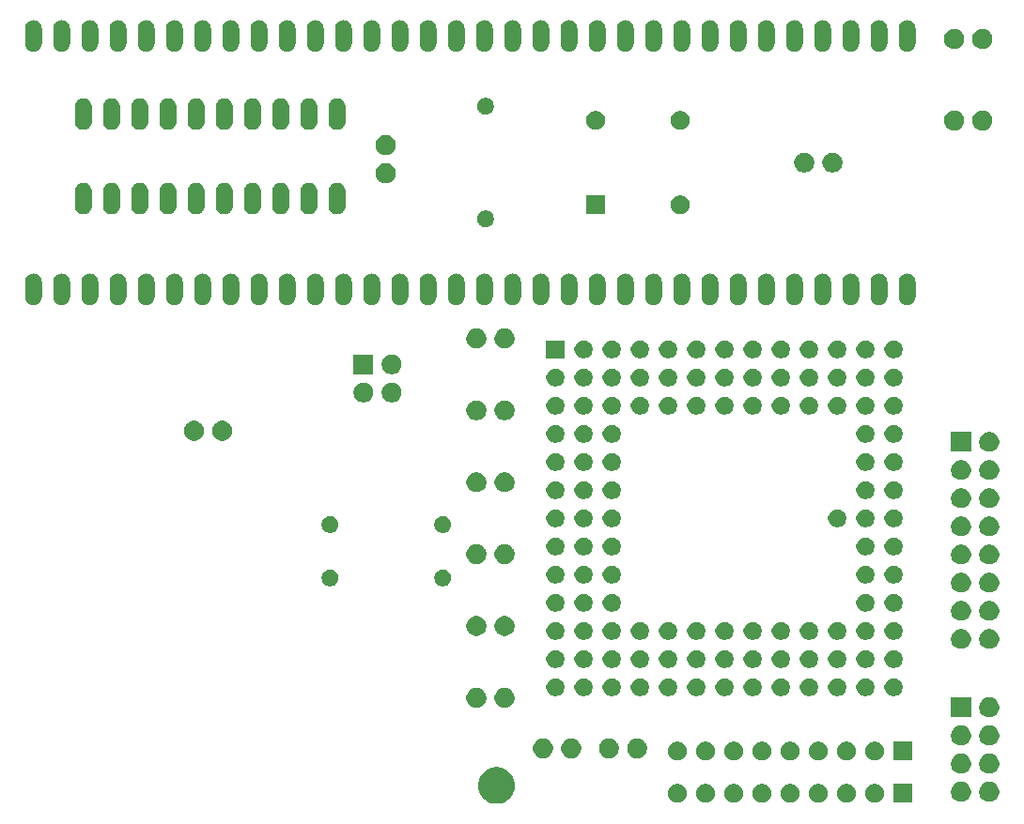
<source format=gbr>
G04 #@! TF.GenerationSoftware,KiCad,Pcbnew,(5.1.5-0-10_14)*
G04 #@! TF.CreationDate,2020-11-11T10:53:56+00:00*
G04 #@! TF.ProjectId,rosco_m68k_r1_020,726f7363-6f5f-46d3-9638-6b5f72315f30,rev?*
G04 #@! TF.SameCoordinates,Original*
G04 #@! TF.FileFunction,Soldermask,Top*
G04 #@! TF.FilePolarity,Negative*
%FSLAX46Y46*%
G04 Gerber Fmt 4.6, Leading zero omitted, Abs format (unit mm)*
G04 Created by KiCad (PCBNEW (5.1.5-0-10_14)) date 2020-11-11 10:53:56*
%MOMM*%
%LPD*%
G04 APERTURE LIST*
%ADD10C,0.100000*%
G04 APERTURE END LIST*
D10*
G36*
X81375256Y-101391298D02*
G01*
X81481579Y-101412447D01*
X81782042Y-101536903D01*
X82052451Y-101717585D01*
X82282415Y-101947549D01*
X82282416Y-101947551D01*
X82463098Y-102217960D01*
X82587553Y-102518422D01*
X82651000Y-102837389D01*
X82651000Y-103162611D01*
X82622241Y-103307189D01*
X82587553Y-103481579D01*
X82463097Y-103782042D01*
X82282415Y-104052451D01*
X82052451Y-104282415D01*
X81782042Y-104463097D01*
X81782041Y-104463098D01*
X81782040Y-104463098D01*
X81694037Y-104499550D01*
X81481579Y-104587553D01*
X81375256Y-104608702D01*
X81162611Y-104651000D01*
X80837389Y-104651000D01*
X80624744Y-104608702D01*
X80518421Y-104587553D01*
X80305963Y-104499550D01*
X80217960Y-104463098D01*
X80217959Y-104463098D01*
X80217958Y-104463097D01*
X79947549Y-104282415D01*
X79717585Y-104052451D01*
X79536903Y-103782042D01*
X79412447Y-103481579D01*
X79377759Y-103307189D01*
X79349000Y-103162611D01*
X79349000Y-102837389D01*
X79412447Y-102518422D01*
X79536902Y-102217960D01*
X79717584Y-101947551D01*
X79717585Y-101947549D01*
X79947549Y-101717585D01*
X80217958Y-101536903D01*
X80518421Y-101412447D01*
X80624744Y-101391298D01*
X80837389Y-101349000D01*
X81162611Y-101349000D01*
X81375256Y-101391298D01*
G37*
G36*
X115326428Y-102881703D02*
G01*
X115481300Y-102945853D01*
X115620681Y-103038985D01*
X115739215Y-103157519D01*
X115832347Y-103296900D01*
X115896497Y-103451772D01*
X115929200Y-103616184D01*
X115929200Y-103783816D01*
X115896497Y-103948228D01*
X115832347Y-104103100D01*
X115739215Y-104242481D01*
X115620681Y-104361015D01*
X115481300Y-104454147D01*
X115326428Y-104518297D01*
X115162016Y-104551000D01*
X114994384Y-104551000D01*
X114829972Y-104518297D01*
X114675100Y-104454147D01*
X114535719Y-104361015D01*
X114417185Y-104242481D01*
X114324053Y-104103100D01*
X114259903Y-103948228D01*
X114227200Y-103783816D01*
X114227200Y-103616184D01*
X114259903Y-103451772D01*
X114324053Y-103296900D01*
X114417185Y-103157519D01*
X114535719Y-103038985D01*
X114675100Y-102945853D01*
X114829972Y-102881703D01*
X114994384Y-102849000D01*
X115162016Y-102849000D01*
X115326428Y-102881703D01*
G37*
G36*
X112786428Y-102881703D02*
G01*
X112941300Y-102945853D01*
X113080681Y-103038985D01*
X113199215Y-103157519D01*
X113292347Y-103296900D01*
X113356497Y-103451772D01*
X113389200Y-103616184D01*
X113389200Y-103783816D01*
X113356497Y-103948228D01*
X113292347Y-104103100D01*
X113199215Y-104242481D01*
X113080681Y-104361015D01*
X112941300Y-104454147D01*
X112786428Y-104518297D01*
X112622016Y-104551000D01*
X112454384Y-104551000D01*
X112289972Y-104518297D01*
X112135100Y-104454147D01*
X111995719Y-104361015D01*
X111877185Y-104242481D01*
X111784053Y-104103100D01*
X111719903Y-103948228D01*
X111687200Y-103783816D01*
X111687200Y-103616184D01*
X111719903Y-103451772D01*
X111784053Y-103296900D01*
X111877185Y-103157519D01*
X111995719Y-103038985D01*
X112135100Y-102945853D01*
X112289972Y-102881703D01*
X112454384Y-102849000D01*
X112622016Y-102849000D01*
X112786428Y-102881703D01*
G37*
G36*
X110246428Y-102881703D02*
G01*
X110401300Y-102945853D01*
X110540681Y-103038985D01*
X110659215Y-103157519D01*
X110752347Y-103296900D01*
X110816497Y-103451772D01*
X110849200Y-103616184D01*
X110849200Y-103783816D01*
X110816497Y-103948228D01*
X110752347Y-104103100D01*
X110659215Y-104242481D01*
X110540681Y-104361015D01*
X110401300Y-104454147D01*
X110246428Y-104518297D01*
X110082016Y-104551000D01*
X109914384Y-104551000D01*
X109749972Y-104518297D01*
X109595100Y-104454147D01*
X109455719Y-104361015D01*
X109337185Y-104242481D01*
X109244053Y-104103100D01*
X109179903Y-103948228D01*
X109147200Y-103783816D01*
X109147200Y-103616184D01*
X109179903Y-103451772D01*
X109244053Y-103296900D01*
X109337185Y-103157519D01*
X109455719Y-103038985D01*
X109595100Y-102945853D01*
X109749972Y-102881703D01*
X109914384Y-102849000D01*
X110082016Y-102849000D01*
X110246428Y-102881703D01*
G37*
G36*
X107706428Y-102881703D02*
G01*
X107861300Y-102945853D01*
X108000681Y-103038985D01*
X108119215Y-103157519D01*
X108212347Y-103296900D01*
X108276497Y-103451772D01*
X108309200Y-103616184D01*
X108309200Y-103783816D01*
X108276497Y-103948228D01*
X108212347Y-104103100D01*
X108119215Y-104242481D01*
X108000681Y-104361015D01*
X107861300Y-104454147D01*
X107706428Y-104518297D01*
X107542016Y-104551000D01*
X107374384Y-104551000D01*
X107209972Y-104518297D01*
X107055100Y-104454147D01*
X106915719Y-104361015D01*
X106797185Y-104242481D01*
X106704053Y-104103100D01*
X106639903Y-103948228D01*
X106607200Y-103783816D01*
X106607200Y-103616184D01*
X106639903Y-103451772D01*
X106704053Y-103296900D01*
X106797185Y-103157519D01*
X106915719Y-103038985D01*
X107055100Y-102945853D01*
X107209972Y-102881703D01*
X107374384Y-102849000D01*
X107542016Y-102849000D01*
X107706428Y-102881703D01*
G37*
G36*
X105166428Y-102881703D02*
G01*
X105321300Y-102945853D01*
X105460681Y-103038985D01*
X105579215Y-103157519D01*
X105672347Y-103296900D01*
X105736497Y-103451772D01*
X105769200Y-103616184D01*
X105769200Y-103783816D01*
X105736497Y-103948228D01*
X105672347Y-104103100D01*
X105579215Y-104242481D01*
X105460681Y-104361015D01*
X105321300Y-104454147D01*
X105166428Y-104518297D01*
X105002016Y-104551000D01*
X104834384Y-104551000D01*
X104669972Y-104518297D01*
X104515100Y-104454147D01*
X104375719Y-104361015D01*
X104257185Y-104242481D01*
X104164053Y-104103100D01*
X104099903Y-103948228D01*
X104067200Y-103783816D01*
X104067200Y-103616184D01*
X104099903Y-103451772D01*
X104164053Y-103296900D01*
X104257185Y-103157519D01*
X104375719Y-103038985D01*
X104515100Y-102945853D01*
X104669972Y-102881703D01*
X104834384Y-102849000D01*
X105002016Y-102849000D01*
X105166428Y-102881703D01*
G37*
G36*
X102626428Y-102881703D02*
G01*
X102781300Y-102945853D01*
X102920681Y-103038985D01*
X103039215Y-103157519D01*
X103132347Y-103296900D01*
X103196497Y-103451772D01*
X103229200Y-103616184D01*
X103229200Y-103783816D01*
X103196497Y-103948228D01*
X103132347Y-104103100D01*
X103039215Y-104242481D01*
X102920681Y-104361015D01*
X102781300Y-104454147D01*
X102626428Y-104518297D01*
X102462016Y-104551000D01*
X102294384Y-104551000D01*
X102129972Y-104518297D01*
X101975100Y-104454147D01*
X101835719Y-104361015D01*
X101717185Y-104242481D01*
X101624053Y-104103100D01*
X101559903Y-103948228D01*
X101527200Y-103783816D01*
X101527200Y-103616184D01*
X101559903Y-103451772D01*
X101624053Y-103296900D01*
X101717185Y-103157519D01*
X101835719Y-103038985D01*
X101975100Y-102945853D01*
X102129972Y-102881703D01*
X102294384Y-102849000D01*
X102462016Y-102849000D01*
X102626428Y-102881703D01*
G37*
G36*
X100086428Y-102881703D02*
G01*
X100241300Y-102945853D01*
X100380681Y-103038985D01*
X100499215Y-103157519D01*
X100592347Y-103296900D01*
X100656497Y-103451772D01*
X100689200Y-103616184D01*
X100689200Y-103783816D01*
X100656497Y-103948228D01*
X100592347Y-104103100D01*
X100499215Y-104242481D01*
X100380681Y-104361015D01*
X100241300Y-104454147D01*
X100086428Y-104518297D01*
X99922016Y-104551000D01*
X99754384Y-104551000D01*
X99589972Y-104518297D01*
X99435100Y-104454147D01*
X99295719Y-104361015D01*
X99177185Y-104242481D01*
X99084053Y-104103100D01*
X99019903Y-103948228D01*
X98987200Y-103783816D01*
X98987200Y-103616184D01*
X99019903Y-103451772D01*
X99084053Y-103296900D01*
X99177185Y-103157519D01*
X99295719Y-103038985D01*
X99435100Y-102945853D01*
X99589972Y-102881703D01*
X99754384Y-102849000D01*
X99922016Y-102849000D01*
X100086428Y-102881703D01*
G37*
G36*
X97546428Y-102881703D02*
G01*
X97701300Y-102945853D01*
X97840681Y-103038985D01*
X97959215Y-103157519D01*
X98052347Y-103296900D01*
X98116497Y-103451772D01*
X98149200Y-103616184D01*
X98149200Y-103783816D01*
X98116497Y-103948228D01*
X98052347Y-104103100D01*
X97959215Y-104242481D01*
X97840681Y-104361015D01*
X97701300Y-104454147D01*
X97546428Y-104518297D01*
X97382016Y-104551000D01*
X97214384Y-104551000D01*
X97049972Y-104518297D01*
X96895100Y-104454147D01*
X96755719Y-104361015D01*
X96637185Y-104242481D01*
X96544053Y-104103100D01*
X96479903Y-103948228D01*
X96447200Y-103783816D01*
X96447200Y-103616184D01*
X96479903Y-103451772D01*
X96544053Y-103296900D01*
X96637185Y-103157519D01*
X96755719Y-103038985D01*
X96895100Y-102945853D01*
X97049972Y-102881703D01*
X97214384Y-102849000D01*
X97382016Y-102849000D01*
X97546428Y-102881703D01*
G37*
G36*
X118469200Y-104551000D02*
G01*
X116767200Y-104551000D01*
X116767200Y-102849000D01*
X118469200Y-102849000D01*
X118469200Y-104551000D01*
G37*
G36*
X122963512Y-102673927D02*
G01*
X123112812Y-102703624D01*
X123276784Y-102771544D01*
X123424354Y-102870147D01*
X123549853Y-102995646D01*
X123648456Y-103143216D01*
X123716376Y-103307188D01*
X123751000Y-103481259D01*
X123751000Y-103658741D01*
X123716376Y-103832812D01*
X123648456Y-103996784D01*
X123549853Y-104144354D01*
X123424354Y-104269853D01*
X123276784Y-104368456D01*
X123112812Y-104436376D01*
X122963512Y-104466073D01*
X122938742Y-104471000D01*
X122761258Y-104471000D01*
X122736488Y-104466073D01*
X122587188Y-104436376D01*
X122423216Y-104368456D01*
X122275646Y-104269853D01*
X122150147Y-104144354D01*
X122051544Y-103996784D01*
X121983624Y-103832812D01*
X121949000Y-103658741D01*
X121949000Y-103481259D01*
X121983624Y-103307188D01*
X122051544Y-103143216D01*
X122150147Y-102995646D01*
X122275646Y-102870147D01*
X122423216Y-102771544D01*
X122587188Y-102703624D01*
X122736488Y-102673927D01*
X122761258Y-102669000D01*
X122938742Y-102669000D01*
X122963512Y-102673927D01*
G37*
G36*
X125503512Y-102673927D02*
G01*
X125652812Y-102703624D01*
X125816784Y-102771544D01*
X125964354Y-102870147D01*
X126089853Y-102995646D01*
X126188456Y-103143216D01*
X126256376Y-103307188D01*
X126291000Y-103481259D01*
X126291000Y-103658741D01*
X126256376Y-103832812D01*
X126188456Y-103996784D01*
X126089853Y-104144354D01*
X125964354Y-104269853D01*
X125816784Y-104368456D01*
X125652812Y-104436376D01*
X125503512Y-104466073D01*
X125478742Y-104471000D01*
X125301258Y-104471000D01*
X125276488Y-104466073D01*
X125127188Y-104436376D01*
X124963216Y-104368456D01*
X124815646Y-104269853D01*
X124690147Y-104144354D01*
X124591544Y-103996784D01*
X124523624Y-103832812D01*
X124489000Y-103658741D01*
X124489000Y-103481259D01*
X124523624Y-103307188D01*
X124591544Y-103143216D01*
X124690147Y-102995646D01*
X124815646Y-102870147D01*
X124963216Y-102771544D01*
X125127188Y-102703624D01*
X125276488Y-102673927D01*
X125301258Y-102669000D01*
X125478742Y-102669000D01*
X125503512Y-102673927D01*
G37*
G36*
X122963512Y-100133927D02*
G01*
X123112812Y-100163624D01*
X123276784Y-100231544D01*
X123424354Y-100330147D01*
X123549853Y-100455646D01*
X123648456Y-100603216D01*
X123716376Y-100767188D01*
X123751000Y-100941259D01*
X123751000Y-101118741D01*
X123716376Y-101292812D01*
X123648456Y-101456784D01*
X123549853Y-101604354D01*
X123424354Y-101729853D01*
X123276784Y-101828456D01*
X123112812Y-101896376D01*
X122963512Y-101926073D01*
X122938742Y-101931000D01*
X122761258Y-101931000D01*
X122736488Y-101926073D01*
X122587188Y-101896376D01*
X122423216Y-101828456D01*
X122275646Y-101729853D01*
X122150147Y-101604354D01*
X122051544Y-101456784D01*
X121983624Y-101292812D01*
X121949000Y-101118741D01*
X121949000Y-100941259D01*
X121983624Y-100767188D01*
X122051544Y-100603216D01*
X122150147Y-100455646D01*
X122275646Y-100330147D01*
X122423216Y-100231544D01*
X122587188Y-100163624D01*
X122736488Y-100133927D01*
X122761258Y-100129000D01*
X122938742Y-100129000D01*
X122963512Y-100133927D01*
G37*
G36*
X125503512Y-100133927D02*
G01*
X125652812Y-100163624D01*
X125816784Y-100231544D01*
X125964354Y-100330147D01*
X126089853Y-100455646D01*
X126188456Y-100603216D01*
X126256376Y-100767188D01*
X126291000Y-100941259D01*
X126291000Y-101118741D01*
X126256376Y-101292812D01*
X126188456Y-101456784D01*
X126089853Y-101604354D01*
X125964354Y-101729853D01*
X125816784Y-101828456D01*
X125652812Y-101896376D01*
X125503512Y-101926073D01*
X125478742Y-101931000D01*
X125301258Y-101931000D01*
X125276488Y-101926073D01*
X125127188Y-101896376D01*
X124963216Y-101828456D01*
X124815646Y-101729853D01*
X124690147Y-101604354D01*
X124591544Y-101456784D01*
X124523624Y-101292812D01*
X124489000Y-101118741D01*
X124489000Y-100941259D01*
X124523624Y-100767188D01*
X124591544Y-100603216D01*
X124690147Y-100455646D01*
X124815646Y-100330147D01*
X124963216Y-100231544D01*
X125127188Y-100163624D01*
X125276488Y-100133927D01*
X125301258Y-100129000D01*
X125478742Y-100129000D01*
X125503512Y-100133927D01*
G37*
G36*
X102626428Y-99081703D02*
G01*
X102781300Y-99145853D01*
X102920681Y-99238985D01*
X103039215Y-99357519D01*
X103132347Y-99496900D01*
X103196497Y-99651772D01*
X103229200Y-99816184D01*
X103229200Y-99983816D01*
X103196497Y-100148228D01*
X103132347Y-100303100D01*
X103039215Y-100442481D01*
X102920681Y-100561015D01*
X102781300Y-100654147D01*
X102626428Y-100718297D01*
X102462016Y-100751000D01*
X102294384Y-100751000D01*
X102129972Y-100718297D01*
X101975100Y-100654147D01*
X101835719Y-100561015D01*
X101717185Y-100442481D01*
X101624053Y-100303100D01*
X101559903Y-100148228D01*
X101527200Y-99983816D01*
X101527200Y-99816184D01*
X101559903Y-99651772D01*
X101624053Y-99496900D01*
X101717185Y-99357519D01*
X101835719Y-99238985D01*
X101975100Y-99145853D01*
X102129972Y-99081703D01*
X102294384Y-99049000D01*
X102462016Y-99049000D01*
X102626428Y-99081703D01*
G37*
G36*
X100086428Y-99081703D02*
G01*
X100241300Y-99145853D01*
X100380681Y-99238985D01*
X100499215Y-99357519D01*
X100592347Y-99496900D01*
X100656497Y-99651772D01*
X100689200Y-99816184D01*
X100689200Y-99983816D01*
X100656497Y-100148228D01*
X100592347Y-100303100D01*
X100499215Y-100442481D01*
X100380681Y-100561015D01*
X100241300Y-100654147D01*
X100086428Y-100718297D01*
X99922016Y-100751000D01*
X99754384Y-100751000D01*
X99589972Y-100718297D01*
X99435100Y-100654147D01*
X99295719Y-100561015D01*
X99177185Y-100442481D01*
X99084053Y-100303100D01*
X99019903Y-100148228D01*
X98987200Y-99983816D01*
X98987200Y-99816184D01*
X99019903Y-99651772D01*
X99084053Y-99496900D01*
X99177185Y-99357519D01*
X99295719Y-99238985D01*
X99435100Y-99145853D01*
X99589972Y-99081703D01*
X99754384Y-99049000D01*
X99922016Y-99049000D01*
X100086428Y-99081703D01*
G37*
G36*
X97546428Y-99081703D02*
G01*
X97701300Y-99145853D01*
X97840681Y-99238985D01*
X97959215Y-99357519D01*
X98052347Y-99496900D01*
X98116497Y-99651772D01*
X98149200Y-99816184D01*
X98149200Y-99983816D01*
X98116497Y-100148228D01*
X98052347Y-100303100D01*
X97959215Y-100442481D01*
X97840681Y-100561015D01*
X97701300Y-100654147D01*
X97546428Y-100718297D01*
X97382016Y-100751000D01*
X97214384Y-100751000D01*
X97049972Y-100718297D01*
X96895100Y-100654147D01*
X96755719Y-100561015D01*
X96637185Y-100442481D01*
X96544053Y-100303100D01*
X96479903Y-100148228D01*
X96447200Y-99983816D01*
X96447200Y-99816184D01*
X96479903Y-99651772D01*
X96544053Y-99496900D01*
X96637185Y-99357519D01*
X96755719Y-99238985D01*
X96895100Y-99145853D01*
X97049972Y-99081703D01*
X97214384Y-99049000D01*
X97382016Y-99049000D01*
X97546428Y-99081703D01*
G37*
G36*
X105166428Y-99081703D02*
G01*
X105321300Y-99145853D01*
X105460681Y-99238985D01*
X105579215Y-99357519D01*
X105672347Y-99496900D01*
X105736497Y-99651772D01*
X105769200Y-99816184D01*
X105769200Y-99983816D01*
X105736497Y-100148228D01*
X105672347Y-100303100D01*
X105579215Y-100442481D01*
X105460681Y-100561015D01*
X105321300Y-100654147D01*
X105166428Y-100718297D01*
X105002016Y-100751000D01*
X104834384Y-100751000D01*
X104669972Y-100718297D01*
X104515100Y-100654147D01*
X104375719Y-100561015D01*
X104257185Y-100442481D01*
X104164053Y-100303100D01*
X104099903Y-100148228D01*
X104067200Y-99983816D01*
X104067200Y-99816184D01*
X104099903Y-99651772D01*
X104164053Y-99496900D01*
X104257185Y-99357519D01*
X104375719Y-99238985D01*
X104515100Y-99145853D01*
X104669972Y-99081703D01*
X104834384Y-99049000D01*
X105002016Y-99049000D01*
X105166428Y-99081703D01*
G37*
G36*
X107706428Y-99081703D02*
G01*
X107861300Y-99145853D01*
X108000681Y-99238985D01*
X108119215Y-99357519D01*
X108212347Y-99496900D01*
X108276497Y-99651772D01*
X108309200Y-99816184D01*
X108309200Y-99983816D01*
X108276497Y-100148228D01*
X108212347Y-100303100D01*
X108119215Y-100442481D01*
X108000681Y-100561015D01*
X107861300Y-100654147D01*
X107706428Y-100718297D01*
X107542016Y-100751000D01*
X107374384Y-100751000D01*
X107209972Y-100718297D01*
X107055100Y-100654147D01*
X106915719Y-100561015D01*
X106797185Y-100442481D01*
X106704053Y-100303100D01*
X106639903Y-100148228D01*
X106607200Y-99983816D01*
X106607200Y-99816184D01*
X106639903Y-99651772D01*
X106704053Y-99496900D01*
X106797185Y-99357519D01*
X106915719Y-99238985D01*
X107055100Y-99145853D01*
X107209972Y-99081703D01*
X107374384Y-99049000D01*
X107542016Y-99049000D01*
X107706428Y-99081703D01*
G37*
G36*
X110246428Y-99081703D02*
G01*
X110401300Y-99145853D01*
X110540681Y-99238985D01*
X110659215Y-99357519D01*
X110752347Y-99496900D01*
X110816497Y-99651772D01*
X110849200Y-99816184D01*
X110849200Y-99983816D01*
X110816497Y-100148228D01*
X110752347Y-100303100D01*
X110659215Y-100442481D01*
X110540681Y-100561015D01*
X110401300Y-100654147D01*
X110246428Y-100718297D01*
X110082016Y-100751000D01*
X109914384Y-100751000D01*
X109749972Y-100718297D01*
X109595100Y-100654147D01*
X109455719Y-100561015D01*
X109337185Y-100442481D01*
X109244053Y-100303100D01*
X109179903Y-100148228D01*
X109147200Y-99983816D01*
X109147200Y-99816184D01*
X109179903Y-99651772D01*
X109244053Y-99496900D01*
X109337185Y-99357519D01*
X109455719Y-99238985D01*
X109595100Y-99145853D01*
X109749972Y-99081703D01*
X109914384Y-99049000D01*
X110082016Y-99049000D01*
X110246428Y-99081703D01*
G37*
G36*
X112786428Y-99081703D02*
G01*
X112941300Y-99145853D01*
X113080681Y-99238985D01*
X113199215Y-99357519D01*
X113292347Y-99496900D01*
X113356497Y-99651772D01*
X113389200Y-99816184D01*
X113389200Y-99983816D01*
X113356497Y-100148228D01*
X113292347Y-100303100D01*
X113199215Y-100442481D01*
X113080681Y-100561015D01*
X112941300Y-100654147D01*
X112786428Y-100718297D01*
X112622016Y-100751000D01*
X112454384Y-100751000D01*
X112289972Y-100718297D01*
X112135100Y-100654147D01*
X111995719Y-100561015D01*
X111877185Y-100442481D01*
X111784053Y-100303100D01*
X111719903Y-100148228D01*
X111687200Y-99983816D01*
X111687200Y-99816184D01*
X111719903Y-99651772D01*
X111784053Y-99496900D01*
X111877185Y-99357519D01*
X111995719Y-99238985D01*
X112135100Y-99145853D01*
X112289972Y-99081703D01*
X112454384Y-99049000D01*
X112622016Y-99049000D01*
X112786428Y-99081703D01*
G37*
G36*
X115326428Y-99081703D02*
G01*
X115481300Y-99145853D01*
X115620681Y-99238985D01*
X115739215Y-99357519D01*
X115832347Y-99496900D01*
X115896497Y-99651772D01*
X115929200Y-99816184D01*
X115929200Y-99983816D01*
X115896497Y-100148228D01*
X115832347Y-100303100D01*
X115739215Y-100442481D01*
X115620681Y-100561015D01*
X115481300Y-100654147D01*
X115326428Y-100718297D01*
X115162016Y-100751000D01*
X114994384Y-100751000D01*
X114829972Y-100718297D01*
X114675100Y-100654147D01*
X114535719Y-100561015D01*
X114417185Y-100442481D01*
X114324053Y-100303100D01*
X114259903Y-100148228D01*
X114227200Y-99983816D01*
X114227200Y-99816184D01*
X114259903Y-99651772D01*
X114324053Y-99496900D01*
X114417185Y-99357519D01*
X114535719Y-99238985D01*
X114675100Y-99145853D01*
X114829972Y-99081703D01*
X114994384Y-99049000D01*
X115162016Y-99049000D01*
X115326428Y-99081703D01*
G37*
G36*
X118469200Y-100751000D02*
G01*
X116767200Y-100751000D01*
X116767200Y-99049000D01*
X118469200Y-99049000D01*
X118469200Y-100751000D01*
G37*
G36*
X87983015Y-98782951D02*
G01*
X88147113Y-98850923D01*
X88147115Y-98850924D01*
X88294800Y-98949604D01*
X88420396Y-99075200D01*
X88497005Y-99189853D01*
X88519077Y-99222887D01*
X88587049Y-99386985D01*
X88621700Y-99561189D01*
X88621700Y-99738811D01*
X88587049Y-99913015D01*
X88557722Y-99983816D01*
X88519076Y-100077115D01*
X88420396Y-100224800D01*
X88294800Y-100350396D01*
X88147115Y-100449076D01*
X88147114Y-100449077D01*
X88147113Y-100449077D01*
X87983015Y-100517049D01*
X87808811Y-100551700D01*
X87631189Y-100551700D01*
X87456985Y-100517049D01*
X87292887Y-100449077D01*
X87292886Y-100449077D01*
X87292885Y-100449076D01*
X87145200Y-100350396D01*
X87019604Y-100224800D01*
X86920924Y-100077115D01*
X86882278Y-99983816D01*
X86852951Y-99913015D01*
X86818300Y-99738811D01*
X86818300Y-99561189D01*
X86852951Y-99386985D01*
X86920923Y-99222887D01*
X86942996Y-99189853D01*
X87019604Y-99075200D01*
X87145200Y-98949604D01*
X87292885Y-98850924D01*
X87292887Y-98850923D01*
X87456985Y-98782951D01*
X87631189Y-98748300D01*
X87808811Y-98748300D01*
X87983015Y-98782951D01*
G37*
G36*
X93933015Y-98782951D02*
G01*
X94097113Y-98850923D01*
X94097115Y-98850924D01*
X94244800Y-98949604D01*
X94370396Y-99075200D01*
X94447005Y-99189853D01*
X94469077Y-99222887D01*
X94537049Y-99386985D01*
X94571700Y-99561189D01*
X94571700Y-99738811D01*
X94537049Y-99913015D01*
X94507722Y-99983816D01*
X94469076Y-100077115D01*
X94370396Y-100224800D01*
X94244800Y-100350396D01*
X94097115Y-100449076D01*
X94097114Y-100449077D01*
X94097113Y-100449077D01*
X93933015Y-100517049D01*
X93758811Y-100551700D01*
X93581189Y-100551700D01*
X93406985Y-100517049D01*
X93242887Y-100449077D01*
X93242886Y-100449077D01*
X93242885Y-100449076D01*
X93095200Y-100350396D01*
X92969604Y-100224800D01*
X92870924Y-100077115D01*
X92832278Y-99983816D01*
X92802951Y-99913015D01*
X92768300Y-99738811D01*
X92768300Y-99561189D01*
X92802951Y-99386985D01*
X92870923Y-99222887D01*
X92892996Y-99189853D01*
X92969604Y-99075200D01*
X93095200Y-98949604D01*
X93242885Y-98850924D01*
X93242887Y-98850923D01*
X93406985Y-98782951D01*
X93581189Y-98748300D01*
X93758811Y-98748300D01*
X93933015Y-98782951D01*
G37*
G36*
X91393015Y-98782951D02*
G01*
X91557113Y-98850923D01*
X91557115Y-98850924D01*
X91704800Y-98949604D01*
X91830396Y-99075200D01*
X91907005Y-99189853D01*
X91929077Y-99222887D01*
X91997049Y-99386985D01*
X92031700Y-99561189D01*
X92031700Y-99738811D01*
X91997049Y-99913015D01*
X91967722Y-99983816D01*
X91929076Y-100077115D01*
X91830396Y-100224800D01*
X91704800Y-100350396D01*
X91557115Y-100449076D01*
X91557114Y-100449077D01*
X91557113Y-100449077D01*
X91393015Y-100517049D01*
X91218811Y-100551700D01*
X91041189Y-100551700D01*
X90866985Y-100517049D01*
X90702887Y-100449077D01*
X90702886Y-100449077D01*
X90702885Y-100449076D01*
X90555200Y-100350396D01*
X90429604Y-100224800D01*
X90330924Y-100077115D01*
X90292278Y-99983816D01*
X90262951Y-99913015D01*
X90228300Y-99738811D01*
X90228300Y-99561189D01*
X90262951Y-99386985D01*
X90330923Y-99222887D01*
X90352996Y-99189853D01*
X90429604Y-99075200D01*
X90555200Y-98949604D01*
X90702885Y-98850924D01*
X90702887Y-98850923D01*
X90866985Y-98782951D01*
X91041189Y-98748300D01*
X91218811Y-98748300D01*
X91393015Y-98782951D01*
G37*
G36*
X85443015Y-98782951D02*
G01*
X85607113Y-98850923D01*
X85607115Y-98850924D01*
X85754800Y-98949604D01*
X85880396Y-99075200D01*
X85957005Y-99189853D01*
X85979077Y-99222887D01*
X86047049Y-99386985D01*
X86081700Y-99561189D01*
X86081700Y-99738811D01*
X86047049Y-99913015D01*
X86017722Y-99983816D01*
X85979076Y-100077115D01*
X85880396Y-100224800D01*
X85754800Y-100350396D01*
X85607115Y-100449076D01*
X85607114Y-100449077D01*
X85607113Y-100449077D01*
X85443015Y-100517049D01*
X85268811Y-100551700D01*
X85091189Y-100551700D01*
X84916985Y-100517049D01*
X84752887Y-100449077D01*
X84752886Y-100449077D01*
X84752885Y-100449076D01*
X84605200Y-100350396D01*
X84479604Y-100224800D01*
X84380924Y-100077115D01*
X84342278Y-99983816D01*
X84312951Y-99913015D01*
X84278300Y-99738811D01*
X84278300Y-99561189D01*
X84312951Y-99386985D01*
X84380923Y-99222887D01*
X84402996Y-99189853D01*
X84479604Y-99075200D01*
X84605200Y-98949604D01*
X84752885Y-98850924D01*
X84752887Y-98850923D01*
X84916985Y-98782951D01*
X85091189Y-98748300D01*
X85268811Y-98748300D01*
X85443015Y-98782951D01*
G37*
G36*
X122963512Y-97593927D02*
G01*
X123112812Y-97623624D01*
X123276784Y-97691544D01*
X123424354Y-97790147D01*
X123549853Y-97915646D01*
X123648456Y-98063216D01*
X123716376Y-98227188D01*
X123751000Y-98401259D01*
X123751000Y-98578741D01*
X123716376Y-98752812D01*
X123648456Y-98916784D01*
X123549853Y-99064354D01*
X123424354Y-99189853D01*
X123276784Y-99288456D01*
X123112812Y-99356376D01*
X122963512Y-99386073D01*
X122938742Y-99391000D01*
X122761258Y-99391000D01*
X122736488Y-99386073D01*
X122587188Y-99356376D01*
X122423216Y-99288456D01*
X122275646Y-99189853D01*
X122150147Y-99064354D01*
X122051544Y-98916784D01*
X121983624Y-98752812D01*
X121949000Y-98578741D01*
X121949000Y-98401259D01*
X121983624Y-98227188D01*
X122051544Y-98063216D01*
X122150147Y-97915646D01*
X122275646Y-97790147D01*
X122423216Y-97691544D01*
X122587188Y-97623624D01*
X122736488Y-97593927D01*
X122761258Y-97589000D01*
X122938742Y-97589000D01*
X122963512Y-97593927D01*
G37*
G36*
X125503512Y-97593927D02*
G01*
X125652812Y-97623624D01*
X125816784Y-97691544D01*
X125964354Y-97790147D01*
X126089853Y-97915646D01*
X126188456Y-98063216D01*
X126256376Y-98227188D01*
X126291000Y-98401259D01*
X126291000Y-98578741D01*
X126256376Y-98752812D01*
X126188456Y-98916784D01*
X126089853Y-99064354D01*
X125964354Y-99189853D01*
X125816784Y-99288456D01*
X125652812Y-99356376D01*
X125503512Y-99386073D01*
X125478742Y-99391000D01*
X125301258Y-99391000D01*
X125276488Y-99386073D01*
X125127188Y-99356376D01*
X124963216Y-99288456D01*
X124815646Y-99189853D01*
X124690147Y-99064354D01*
X124591544Y-98916784D01*
X124523624Y-98752812D01*
X124489000Y-98578741D01*
X124489000Y-98401259D01*
X124523624Y-98227188D01*
X124591544Y-98063216D01*
X124690147Y-97915646D01*
X124815646Y-97790147D01*
X124963216Y-97691544D01*
X125127188Y-97623624D01*
X125276488Y-97593927D01*
X125301258Y-97589000D01*
X125478742Y-97589000D01*
X125503512Y-97593927D01*
G37*
G36*
X125503512Y-95053927D02*
G01*
X125652812Y-95083624D01*
X125816784Y-95151544D01*
X125964354Y-95250147D01*
X126089853Y-95375646D01*
X126188456Y-95523216D01*
X126256376Y-95687188D01*
X126291000Y-95861259D01*
X126291000Y-96038741D01*
X126256376Y-96212812D01*
X126188456Y-96376784D01*
X126089853Y-96524354D01*
X125964354Y-96649853D01*
X125816784Y-96748456D01*
X125652812Y-96816376D01*
X125503512Y-96846073D01*
X125478742Y-96851000D01*
X125301258Y-96851000D01*
X125276488Y-96846073D01*
X125127188Y-96816376D01*
X124963216Y-96748456D01*
X124815646Y-96649853D01*
X124690147Y-96524354D01*
X124591544Y-96376784D01*
X124523624Y-96212812D01*
X124489000Y-96038741D01*
X124489000Y-95861259D01*
X124523624Y-95687188D01*
X124591544Y-95523216D01*
X124690147Y-95375646D01*
X124815646Y-95250147D01*
X124963216Y-95151544D01*
X125127188Y-95083624D01*
X125276488Y-95053927D01*
X125301258Y-95049000D01*
X125478742Y-95049000D01*
X125503512Y-95053927D01*
G37*
G36*
X123751000Y-96851000D02*
G01*
X121949000Y-96851000D01*
X121949000Y-95049000D01*
X123751000Y-95049000D01*
X123751000Y-96851000D01*
G37*
G36*
X79443015Y-94222751D02*
G01*
X79607113Y-94290723D01*
X79607115Y-94290724D01*
X79754800Y-94389404D01*
X79880396Y-94515000D01*
X79962754Y-94638257D01*
X79979077Y-94662687D01*
X80047049Y-94826785D01*
X80081700Y-95000989D01*
X80081700Y-95178611D01*
X80047049Y-95352815D01*
X79979077Y-95516913D01*
X79979076Y-95516915D01*
X79880396Y-95664600D01*
X79754800Y-95790196D01*
X79607115Y-95888876D01*
X79607114Y-95888877D01*
X79607113Y-95888877D01*
X79443015Y-95956849D01*
X79268811Y-95991500D01*
X79091189Y-95991500D01*
X78916985Y-95956849D01*
X78752887Y-95888877D01*
X78752886Y-95888877D01*
X78752885Y-95888876D01*
X78605200Y-95790196D01*
X78479604Y-95664600D01*
X78380924Y-95516915D01*
X78380923Y-95516913D01*
X78312951Y-95352815D01*
X78278300Y-95178611D01*
X78278300Y-95000989D01*
X78312951Y-94826785D01*
X78380923Y-94662687D01*
X78397247Y-94638257D01*
X78479604Y-94515000D01*
X78605200Y-94389404D01*
X78752885Y-94290724D01*
X78752887Y-94290723D01*
X78916985Y-94222751D01*
X79091189Y-94188100D01*
X79268811Y-94188100D01*
X79443015Y-94222751D01*
G37*
G36*
X81983015Y-94222751D02*
G01*
X82147113Y-94290723D01*
X82147115Y-94290724D01*
X82294800Y-94389404D01*
X82420396Y-94515000D01*
X82502754Y-94638257D01*
X82519077Y-94662687D01*
X82587049Y-94826785D01*
X82621700Y-95000989D01*
X82621700Y-95178611D01*
X82587049Y-95352815D01*
X82519077Y-95516913D01*
X82519076Y-95516915D01*
X82420396Y-95664600D01*
X82294800Y-95790196D01*
X82147115Y-95888876D01*
X82147114Y-95888877D01*
X82147113Y-95888877D01*
X81983015Y-95956849D01*
X81808811Y-95991500D01*
X81631189Y-95991500D01*
X81456985Y-95956849D01*
X81292887Y-95888877D01*
X81292886Y-95888877D01*
X81292885Y-95888876D01*
X81145200Y-95790196D01*
X81019604Y-95664600D01*
X80920924Y-95516915D01*
X80920923Y-95516913D01*
X80852951Y-95352815D01*
X80818300Y-95178611D01*
X80818300Y-95000989D01*
X80852951Y-94826785D01*
X80920923Y-94662687D01*
X80937247Y-94638257D01*
X81019604Y-94515000D01*
X81145200Y-94389404D01*
X81292885Y-94290724D01*
X81292887Y-94290723D01*
X81456985Y-94222751D01*
X81631189Y-94188100D01*
X81808811Y-94188100D01*
X81983015Y-94222751D01*
G37*
G36*
X114470342Y-93338242D02*
G01*
X114618301Y-93399529D01*
X114751455Y-93488499D01*
X114864701Y-93601745D01*
X114953671Y-93734899D01*
X115014958Y-93882858D01*
X115046200Y-94039925D01*
X115046200Y-94200075D01*
X115014958Y-94357142D01*
X114953671Y-94505101D01*
X114864701Y-94638255D01*
X114751455Y-94751501D01*
X114618301Y-94840471D01*
X114470342Y-94901758D01*
X114313275Y-94933000D01*
X114153125Y-94933000D01*
X113996058Y-94901758D01*
X113848099Y-94840471D01*
X113714945Y-94751501D01*
X113601699Y-94638255D01*
X113512729Y-94505101D01*
X113451442Y-94357142D01*
X113420200Y-94200075D01*
X113420200Y-94039925D01*
X113451442Y-93882858D01*
X113512729Y-93734899D01*
X113601699Y-93601745D01*
X113714945Y-93488499D01*
X113848099Y-93399529D01*
X113996058Y-93338242D01*
X114153125Y-93307000D01*
X114313275Y-93307000D01*
X114470342Y-93338242D01*
G37*
G36*
X111930342Y-93338242D02*
G01*
X112078301Y-93399529D01*
X112211455Y-93488499D01*
X112324701Y-93601745D01*
X112413671Y-93734899D01*
X112474958Y-93882858D01*
X112506200Y-94039925D01*
X112506200Y-94200075D01*
X112474958Y-94357142D01*
X112413671Y-94505101D01*
X112324701Y-94638255D01*
X112211455Y-94751501D01*
X112078301Y-94840471D01*
X111930342Y-94901758D01*
X111773275Y-94933000D01*
X111613125Y-94933000D01*
X111456058Y-94901758D01*
X111308099Y-94840471D01*
X111174945Y-94751501D01*
X111061699Y-94638255D01*
X110972729Y-94505101D01*
X110911442Y-94357142D01*
X110880200Y-94200075D01*
X110880200Y-94039925D01*
X110911442Y-93882858D01*
X110972729Y-93734899D01*
X111061699Y-93601745D01*
X111174945Y-93488499D01*
X111308099Y-93399529D01*
X111456058Y-93338242D01*
X111613125Y-93307000D01*
X111773275Y-93307000D01*
X111930342Y-93338242D01*
G37*
G36*
X109390342Y-93338242D02*
G01*
X109538301Y-93399529D01*
X109671455Y-93488499D01*
X109784701Y-93601745D01*
X109873671Y-93734899D01*
X109934958Y-93882858D01*
X109966200Y-94039925D01*
X109966200Y-94200075D01*
X109934958Y-94357142D01*
X109873671Y-94505101D01*
X109784701Y-94638255D01*
X109671455Y-94751501D01*
X109538301Y-94840471D01*
X109390342Y-94901758D01*
X109233275Y-94933000D01*
X109073125Y-94933000D01*
X108916058Y-94901758D01*
X108768099Y-94840471D01*
X108634945Y-94751501D01*
X108521699Y-94638255D01*
X108432729Y-94505101D01*
X108371442Y-94357142D01*
X108340200Y-94200075D01*
X108340200Y-94039925D01*
X108371442Y-93882858D01*
X108432729Y-93734899D01*
X108521699Y-93601745D01*
X108634945Y-93488499D01*
X108768099Y-93399529D01*
X108916058Y-93338242D01*
X109073125Y-93307000D01*
X109233275Y-93307000D01*
X109390342Y-93338242D01*
G37*
G36*
X106850342Y-93338242D02*
G01*
X106998301Y-93399529D01*
X107131455Y-93488499D01*
X107244701Y-93601745D01*
X107333671Y-93734899D01*
X107394958Y-93882858D01*
X107426200Y-94039925D01*
X107426200Y-94200075D01*
X107394958Y-94357142D01*
X107333671Y-94505101D01*
X107244701Y-94638255D01*
X107131455Y-94751501D01*
X106998301Y-94840471D01*
X106850342Y-94901758D01*
X106693275Y-94933000D01*
X106533125Y-94933000D01*
X106376058Y-94901758D01*
X106228099Y-94840471D01*
X106094945Y-94751501D01*
X105981699Y-94638255D01*
X105892729Y-94505101D01*
X105831442Y-94357142D01*
X105800200Y-94200075D01*
X105800200Y-94039925D01*
X105831442Y-93882858D01*
X105892729Y-93734899D01*
X105981699Y-93601745D01*
X106094945Y-93488499D01*
X106228099Y-93399529D01*
X106376058Y-93338242D01*
X106533125Y-93307000D01*
X106693275Y-93307000D01*
X106850342Y-93338242D01*
G37*
G36*
X104310342Y-93338242D02*
G01*
X104458301Y-93399529D01*
X104591455Y-93488499D01*
X104704701Y-93601745D01*
X104793671Y-93734899D01*
X104854958Y-93882858D01*
X104886200Y-94039925D01*
X104886200Y-94200075D01*
X104854958Y-94357142D01*
X104793671Y-94505101D01*
X104704701Y-94638255D01*
X104591455Y-94751501D01*
X104458301Y-94840471D01*
X104310342Y-94901758D01*
X104153275Y-94933000D01*
X103993125Y-94933000D01*
X103836058Y-94901758D01*
X103688099Y-94840471D01*
X103554945Y-94751501D01*
X103441699Y-94638255D01*
X103352729Y-94505101D01*
X103291442Y-94357142D01*
X103260200Y-94200075D01*
X103260200Y-94039925D01*
X103291442Y-93882858D01*
X103352729Y-93734899D01*
X103441699Y-93601745D01*
X103554945Y-93488499D01*
X103688099Y-93399529D01*
X103836058Y-93338242D01*
X103993125Y-93307000D01*
X104153275Y-93307000D01*
X104310342Y-93338242D01*
G37*
G36*
X101770342Y-93338242D02*
G01*
X101918301Y-93399529D01*
X102051455Y-93488499D01*
X102164701Y-93601745D01*
X102253671Y-93734899D01*
X102314958Y-93882858D01*
X102346200Y-94039925D01*
X102346200Y-94200075D01*
X102314958Y-94357142D01*
X102253671Y-94505101D01*
X102164701Y-94638255D01*
X102051455Y-94751501D01*
X101918301Y-94840471D01*
X101770342Y-94901758D01*
X101613275Y-94933000D01*
X101453125Y-94933000D01*
X101296058Y-94901758D01*
X101148099Y-94840471D01*
X101014945Y-94751501D01*
X100901699Y-94638255D01*
X100812729Y-94505101D01*
X100751442Y-94357142D01*
X100720200Y-94200075D01*
X100720200Y-94039925D01*
X100751442Y-93882858D01*
X100812729Y-93734899D01*
X100901699Y-93601745D01*
X101014945Y-93488499D01*
X101148099Y-93399529D01*
X101296058Y-93338242D01*
X101453125Y-93307000D01*
X101613275Y-93307000D01*
X101770342Y-93338242D01*
G37*
G36*
X99230342Y-93338242D02*
G01*
X99378301Y-93399529D01*
X99511455Y-93488499D01*
X99624701Y-93601745D01*
X99713671Y-93734899D01*
X99774958Y-93882858D01*
X99806200Y-94039925D01*
X99806200Y-94200075D01*
X99774958Y-94357142D01*
X99713671Y-94505101D01*
X99624701Y-94638255D01*
X99511455Y-94751501D01*
X99378301Y-94840471D01*
X99230342Y-94901758D01*
X99073275Y-94933000D01*
X98913125Y-94933000D01*
X98756058Y-94901758D01*
X98608099Y-94840471D01*
X98474945Y-94751501D01*
X98361699Y-94638255D01*
X98272729Y-94505101D01*
X98211442Y-94357142D01*
X98180200Y-94200075D01*
X98180200Y-94039925D01*
X98211442Y-93882858D01*
X98272729Y-93734899D01*
X98361699Y-93601745D01*
X98474945Y-93488499D01*
X98608099Y-93399529D01*
X98756058Y-93338242D01*
X98913125Y-93307000D01*
X99073275Y-93307000D01*
X99230342Y-93338242D01*
G37*
G36*
X96690342Y-93338242D02*
G01*
X96838301Y-93399529D01*
X96971455Y-93488499D01*
X97084701Y-93601745D01*
X97173671Y-93734899D01*
X97234958Y-93882858D01*
X97266200Y-94039925D01*
X97266200Y-94200075D01*
X97234958Y-94357142D01*
X97173671Y-94505101D01*
X97084701Y-94638255D01*
X96971455Y-94751501D01*
X96838301Y-94840471D01*
X96690342Y-94901758D01*
X96533275Y-94933000D01*
X96373125Y-94933000D01*
X96216058Y-94901758D01*
X96068099Y-94840471D01*
X95934945Y-94751501D01*
X95821699Y-94638255D01*
X95732729Y-94505101D01*
X95671442Y-94357142D01*
X95640200Y-94200075D01*
X95640200Y-94039925D01*
X95671442Y-93882858D01*
X95732729Y-93734899D01*
X95821699Y-93601745D01*
X95934945Y-93488499D01*
X96068099Y-93399529D01*
X96216058Y-93338242D01*
X96373125Y-93307000D01*
X96533275Y-93307000D01*
X96690342Y-93338242D01*
G37*
G36*
X94150342Y-93338242D02*
G01*
X94298301Y-93399529D01*
X94431455Y-93488499D01*
X94544701Y-93601745D01*
X94633671Y-93734899D01*
X94694958Y-93882858D01*
X94726200Y-94039925D01*
X94726200Y-94200075D01*
X94694958Y-94357142D01*
X94633671Y-94505101D01*
X94544701Y-94638255D01*
X94431455Y-94751501D01*
X94298301Y-94840471D01*
X94150342Y-94901758D01*
X93993275Y-94933000D01*
X93833125Y-94933000D01*
X93676058Y-94901758D01*
X93528099Y-94840471D01*
X93394945Y-94751501D01*
X93281699Y-94638255D01*
X93192729Y-94505101D01*
X93131442Y-94357142D01*
X93100200Y-94200075D01*
X93100200Y-94039925D01*
X93131442Y-93882858D01*
X93192729Y-93734899D01*
X93281699Y-93601745D01*
X93394945Y-93488499D01*
X93528099Y-93399529D01*
X93676058Y-93338242D01*
X93833125Y-93307000D01*
X93993275Y-93307000D01*
X94150342Y-93338242D01*
G37*
G36*
X91610342Y-93338242D02*
G01*
X91758301Y-93399529D01*
X91891455Y-93488499D01*
X92004701Y-93601745D01*
X92093671Y-93734899D01*
X92154958Y-93882858D01*
X92186200Y-94039925D01*
X92186200Y-94200075D01*
X92154958Y-94357142D01*
X92093671Y-94505101D01*
X92004701Y-94638255D01*
X91891455Y-94751501D01*
X91758301Y-94840471D01*
X91610342Y-94901758D01*
X91453275Y-94933000D01*
X91293125Y-94933000D01*
X91136058Y-94901758D01*
X90988099Y-94840471D01*
X90854945Y-94751501D01*
X90741699Y-94638255D01*
X90652729Y-94505101D01*
X90591442Y-94357142D01*
X90560200Y-94200075D01*
X90560200Y-94039925D01*
X90591442Y-93882858D01*
X90652729Y-93734899D01*
X90741699Y-93601745D01*
X90854945Y-93488499D01*
X90988099Y-93399529D01*
X91136058Y-93338242D01*
X91293125Y-93307000D01*
X91453275Y-93307000D01*
X91610342Y-93338242D01*
G37*
G36*
X89070342Y-93338242D02*
G01*
X89218301Y-93399529D01*
X89351455Y-93488499D01*
X89464701Y-93601745D01*
X89553671Y-93734899D01*
X89614958Y-93882858D01*
X89646200Y-94039925D01*
X89646200Y-94200075D01*
X89614958Y-94357142D01*
X89553671Y-94505101D01*
X89464701Y-94638255D01*
X89351455Y-94751501D01*
X89218301Y-94840471D01*
X89070342Y-94901758D01*
X88913275Y-94933000D01*
X88753125Y-94933000D01*
X88596058Y-94901758D01*
X88448099Y-94840471D01*
X88314945Y-94751501D01*
X88201699Y-94638255D01*
X88112729Y-94505101D01*
X88051442Y-94357142D01*
X88020200Y-94200075D01*
X88020200Y-94039925D01*
X88051442Y-93882858D01*
X88112729Y-93734899D01*
X88201699Y-93601745D01*
X88314945Y-93488499D01*
X88448099Y-93399529D01*
X88596058Y-93338242D01*
X88753125Y-93307000D01*
X88913275Y-93307000D01*
X89070342Y-93338242D01*
G37*
G36*
X117010342Y-93338242D02*
G01*
X117158301Y-93399529D01*
X117291455Y-93488499D01*
X117404701Y-93601745D01*
X117493671Y-93734899D01*
X117554958Y-93882858D01*
X117586200Y-94039925D01*
X117586200Y-94200075D01*
X117554958Y-94357142D01*
X117493671Y-94505101D01*
X117404701Y-94638255D01*
X117291455Y-94751501D01*
X117158301Y-94840471D01*
X117010342Y-94901758D01*
X116853275Y-94933000D01*
X116693125Y-94933000D01*
X116536058Y-94901758D01*
X116388099Y-94840471D01*
X116254945Y-94751501D01*
X116141699Y-94638255D01*
X116052729Y-94505101D01*
X115991442Y-94357142D01*
X115960200Y-94200075D01*
X115960200Y-94039925D01*
X115991442Y-93882858D01*
X116052729Y-93734899D01*
X116141699Y-93601745D01*
X116254945Y-93488499D01*
X116388099Y-93399529D01*
X116536058Y-93338242D01*
X116693125Y-93307000D01*
X116853275Y-93307000D01*
X117010342Y-93338242D01*
G37*
G36*
X86530342Y-93338242D02*
G01*
X86678301Y-93399529D01*
X86811455Y-93488499D01*
X86924701Y-93601745D01*
X87013671Y-93734899D01*
X87074958Y-93882858D01*
X87106200Y-94039925D01*
X87106200Y-94200075D01*
X87074958Y-94357142D01*
X87013671Y-94505101D01*
X86924701Y-94638255D01*
X86811455Y-94751501D01*
X86678301Y-94840471D01*
X86530342Y-94901758D01*
X86373275Y-94933000D01*
X86213125Y-94933000D01*
X86056058Y-94901758D01*
X85908099Y-94840471D01*
X85774945Y-94751501D01*
X85661699Y-94638255D01*
X85572729Y-94505101D01*
X85511442Y-94357142D01*
X85480200Y-94200075D01*
X85480200Y-94039925D01*
X85511442Y-93882858D01*
X85572729Y-93734899D01*
X85661699Y-93601745D01*
X85774945Y-93488499D01*
X85908099Y-93399529D01*
X86056058Y-93338242D01*
X86213125Y-93307000D01*
X86373275Y-93307000D01*
X86530342Y-93338242D01*
G37*
G36*
X104310342Y-90798242D02*
G01*
X104458301Y-90859529D01*
X104591455Y-90948499D01*
X104704701Y-91061745D01*
X104793671Y-91194899D01*
X104854958Y-91342858D01*
X104886200Y-91499925D01*
X104886200Y-91660075D01*
X104854958Y-91817142D01*
X104793671Y-91965101D01*
X104704701Y-92098255D01*
X104591455Y-92211501D01*
X104458301Y-92300471D01*
X104310342Y-92361758D01*
X104153275Y-92393000D01*
X103993125Y-92393000D01*
X103836058Y-92361758D01*
X103688099Y-92300471D01*
X103554945Y-92211501D01*
X103441699Y-92098255D01*
X103352729Y-91965101D01*
X103291442Y-91817142D01*
X103260200Y-91660075D01*
X103260200Y-91499925D01*
X103291442Y-91342858D01*
X103352729Y-91194899D01*
X103441699Y-91061745D01*
X103554945Y-90948499D01*
X103688099Y-90859529D01*
X103836058Y-90798242D01*
X103993125Y-90767000D01*
X104153275Y-90767000D01*
X104310342Y-90798242D01*
G37*
G36*
X117010342Y-90798242D02*
G01*
X117158301Y-90859529D01*
X117291455Y-90948499D01*
X117404701Y-91061745D01*
X117493671Y-91194899D01*
X117554958Y-91342858D01*
X117586200Y-91499925D01*
X117586200Y-91660075D01*
X117554958Y-91817142D01*
X117493671Y-91965101D01*
X117404701Y-92098255D01*
X117291455Y-92211501D01*
X117158301Y-92300471D01*
X117010342Y-92361758D01*
X116853275Y-92393000D01*
X116693125Y-92393000D01*
X116536058Y-92361758D01*
X116388099Y-92300471D01*
X116254945Y-92211501D01*
X116141699Y-92098255D01*
X116052729Y-91965101D01*
X115991442Y-91817142D01*
X115960200Y-91660075D01*
X115960200Y-91499925D01*
X115991442Y-91342858D01*
X116052729Y-91194899D01*
X116141699Y-91061745D01*
X116254945Y-90948499D01*
X116388099Y-90859529D01*
X116536058Y-90798242D01*
X116693125Y-90767000D01*
X116853275Y-90767000D01*
X117010342Y-90798242D01*
G37*
G36*
X86530342Y-90798242D02*
G01*
X86678301Y-90859529D01*
X86811455Y-90948499D01*
X86924701Y-91061745D01*
X87013671Y-91194899D01*
X87074958Y-91342858D01*
X87106200Y-91499925D01*
X87106200Y-91660075D01*
X87074958Y-91817142D01*
X87013671Y-91965101D01*
X86924701Y-92098255D01*
X86811455Y-92211501D01*
X86678301Y-92300471D01*
X86530342Y-92361758D01*
X86373275Y-92393000D01*
X86213125Y-92393000D01*
X86056058Y-92361758D01*
X85908099Y-92300471D01*
X85774945Y-92211501D01*
X85661699Y-92098255D01*
X85572729Y-91965101D01*
X85511442Y-91817142D01*
X85480200Y-91660075D01*
X85480200Y-91499925D01*
X85511442Y-91342858D01*
X85572729Y-91194899D01*
X85661699Y-91061745D01*
X85774945Y-90948499D01*
X85908099Y-90859529D01*
X86056058Y-90798242D01*
X86213125Y-90767000D01*
X86373275Y-90767000D01*
X86530342Y-90798242D01*
G37*
G36*
X89070342Y-90798242D02*
G01*
X89218301Y-90859529D01*
X89351455Y-90948499D01*
X89464701Y-91061745D01*
X89553671Y-91194899D01*
X89614958Y-91342858D01*
X89646200Y-91499925D01*
X89646200Y-91660075D01*
X89614958Y-91817142D01*
X89553671Y-91965101D01*
X89464701Y-92098255D01*
X89351455Y-92211501D01*
X89218301Y-92300471D01*
X89070342Y-92361758D01*
X88913275Y-92393000D01*
X88753125Y-92393000D01*
X88596058Y-92361758D01*
X88448099Y-92300471D01*
X88314945Y-92211501D01*
X88201699Y-92098255D01*
X88112729Y-91965101D01*
X88051442Y-91817142D01*
X88020200Y-91660075D01*
X88020200Y-91499925D01*
X88051442Y-91342858D01*
X88112729Y-91194899D01*
X88201699Y-91061745D01*
X88314945Y-90948499D01*
X88448099Y-90859529D01*
X88596058Y-90798242D01*
X88753125Y-90767000D01*
X88913275Y-90767000D01*
X89070342Y-90798242D01*
G37*
G36*
X91610342Y-90798242D02*
G01*
X91758301Y-90859529D01*
X91891455Y-90948499D01*
X92004701Y-91061745D01*
X92093671Y-91194899D01*
X92154958Y-91342858D01*
X92186200Y-91499925D01*
X92186200Y-91660075D01*
X92154958Y-91817142D01*
X92093671Y-91965101D01*
X92004701Y-92098255D01*
X91891455Y-92211501D01*
X91758301Y-92300471D01*
X91610342Y-92361758D01*
X91453275Y-92393000D01*
X91293125Y-92393000D01*
X91136058Y-92361758D01*
X90988099Y-92300471D01*
X90854945Y-92211501D01*
X90741699Y-92098255D01*
X90652729Y-91965101D01*
X90591442Y-91817142D01*
X90560200Y-91660075D01*
X90560200Y-91499925D01*
X90591442Y-91342858D01*
X90652729Y-91194899D01*
X90741699Y-91061745D01*
X90854945Y-90948499D01*
X90988099Y-90859529D01*
X91136058Y-90798242D01*
X91293125Y-90767000D01*
X91453275Y-90767000D01*
X91610342Y-90798242D01*
G37*
G36*
X94150342Y-90798242D02*
G01*
X94298301Y-90859529D01*
X94431455Y-90948499D01*
X94544701Y-91061745D01*
X94633671Y-91194899D01*
X94694958Y-91342858D01*
X94726200Y-91499925D01*
X94726200Y-91660075D01*
X94694958Y-91817142D01*
X94633671Y-91965101D01*
X94544701Y-92098255D01*
X94431455Y-92211501D01*
X94298301Y-92300471D01*
X94150342Y-92361758D01*
X93993275Y-92393000D01*
X93833125Y-92393000D01*
X93676058Y-92361758D01*
X93528099Y-92300471D01*
X93394945Y-92211501D01*
X93281699Y-92098255D01*
X93192729Y-91965101D01*
X93131442Y-91817142D01*
X93100200Y-91660075D01*
X93100200Y-91499925D01*
X93131442Y-91342858D01*
X93192729Y-91194899D01*
X93281699Y-91061745D01*
X93394945Y-90948499D01*
X93528099Y-90859529D01*
X93676058Y-90798242D01*
X93833125Y-90767000D01*
X93993275Y-90767000D01*
X94150342Y-90798242D01*
G37*
G36*
X96690342Y-90798242D02*
G01*
X96838301Y-90859529D01*
X96971455Y-90948499D01*
X97084701Y-91061745D01*
X97173671Y-91194899D01*
X97234958Y-91342858D01*
X97266200Y-91499925D01*
X97266200Y-91660075D01*
X97234958Y-91817142D01*
X97173671Y-91965101D01*
X97084701Y-92098255D01*
X96971455Y-92211501D01*
X96838301Y-92300471D01*
X96690342Y-92361758D01*
X96533275Y-92393000D01*
X96373125Y-92393000D01*
X96216058Y-92361758D01*
X96068099Y-92300471D01*
X95934945Y-92211501D01*
X95821699Y-92098255D01*
X95732729Y-91965101D01*
X95671442Y-91817142D01*
X95640200Y-91660075D01*
X95640200Y-91499925D01*
X95671442Y-91342858D01*
X95732729Y-91194899D01*
X95821699Y-91061745D01*
X95934945Y-90948499D01*
X96068099Y-90859529D01*
X96216058Y-90798242D01*
X96373125Y-90767000D01*
X96533275Y-90767000D01*
X96690342Y-90798242D01*
G37*
G36*
X99230342Y-90798242D02*
G01*
X99378301Y-90859529D01*
X99511455Y-90948499D01*
X99624701Y-91061745D01*
X99713671Y-91194899D01*
X99774958Y-91342858D01*
X99806200Y-91499925D01*
X99806200Y-91660075D01*
X99774958Y-91817142D01*
X99713671Y-91965101D01*
X99624701Y-92098255D01*
X99511455Y-92211501D01*
X99378301Y-92300471D01*
X99230342Y-92361758D01*
X99073275Y-92393000D01*
X98913125Y-92393000D01*
X98756058Y-92361758D01*
X98608099Y-92300471D01*
X98474945Y-92211501D01*
X98361699Y-92098255D01*
X98272729Y-91965101D01*
X98211442Y-91817142D01*
X98180200Y-91660075D01*
X98180200Y-91499925D01*
X98211442Y-91342858D01*
X98272729Y-91194899D01*
X98361699Y-91061745D01*
X98474945Y-90948499D01*
X98608099Y-90859529D01*
X98756058Y-90798242D01*
X98913125Y-90767000D01*
X99073275Y-90767000D01*
X99230342Y-90798242D01*
G37*
G36*
X101770342Y-90798242D02*
G01*
X101918301Y-90859529D01*
X102051455Y-90948499D01*
X102164701Y-91061745D01*
X102253671Y-91194899D01*
X102314958Y-91342858D01*
X102346200Y-91499925D01*
X102346200Y-91660075D01*
X102314958Y-91817142D01*
X102253671Y-91965101D01*
X102164701Y-92098255D01*
X102051455Y-92211501D01*
X101918301Y-92300471D01*
X101770342Y-92361758D01*
X101613275Y-92393000D01*
X101453125Y-92393000D01*
X101296058Y-92361758D01*
X101148099Y-92300471D01*
X101014945Y-92211501D01*
X100901699Y-92098255D01*
X100812729Y-91965101D01*
X100751442Y-91817142D01*
X100720200Y-91660075D01*
X100720200Y-91499925D01*
X100751442Y-91342858D01*
X100812729Y-91194899D01*
X100901699Y-91061745D01*
X101014945Y-90948499D01*
X101148099Y-90859529D01*
X101296058Y-90798242D01*
X101453125Y-90767000D01*
X101613275Y-90767000D01*
X101770342Y-90798242D01*
G37*
G36*
X106850342Y-90798242D02*
G01*
X106998301Y-90859529D01*
X107131455Y-90948499D01*
X107244701Y-91061745D01*
X107333671Y-91194899D01*
X107394958Y-91342858D01*
X107426200Y-91499925D01*
X107426200Y-91660075D01*
X107394958Y-91817142D01*
X107333671Y-91965101D01*
X107244701Y-92098255D01*
X107131455Y-92211501D01*
X106998301Y-92300471D01*
X106850342Y-92361758D01*
X106693275Y-92393000D01*
X106533125Y-92393000D01*
X106376058Y-92361758D01*
X106228099Y-92300471D01*
X106094945Y-92211501D01*
X105981699Y-92098255D01*
X105892729Y-91965101D01*
X105831442Y-91817142D01*
X105800200Y-91660075D01*
X105800200Y-91499925D01*
X105831442Y-91342858D01*
X105892729Y-91194899D01*
X105981699Y-91061745D01*
X106094945Y-90948499D01*
X106228099Y-90859529D01*
X106376058Y-90798242D01*
X106533125Y-90767000D01*
X106693275Y-90767000D01*
X106850342Y-90798242D01*
G37*
G36*
X109390342Y-90798242D02*
G01*
X109538301Y-90859529D01*
X109671455Y-90948499D01*
X109784701Y-91061745D01*
X109873671Y-91194899D01*
X109934958Y-91342858D01*
X109966200Y-91499925D01*
X109966200Y-91660075D01*
X109934958Y-91817142D01*
X109873671Y-91965101D01*
X109784701Y-92098255D01*
X109671455Y-92211501D01*
X109538301Y-92300471D01*
X109390342Y-92361758D01*
X109233275Y-92393000D01*
X109073125Y-92393000D01*
X108916058Y-92361758D01*
X108768099Y-92300471D01*
X108634945Y-92211501D01*
X108521699Y-92098255D01*
X108432729Y-91965101D01*
X108371442Y-91817142D01*
X108340200Y-91660075D01*
X108340200Y-91499925D01*
X108371442Y-91342858D01*
X108432729Y-91194899D01*
X108521699Y-91061745D01*
X108634945Y-90948499D01*
X108768099Y-90859529D01*
X108916058Y-90798242D01*
X109073125Y-90767000D01*
X109233275Y-90767000D01*
X109390342Y-90798242D01*
G37*
G36*
X111930342Y-90798242D02*
G01*
X112078301Y-90859529D01*
X112211455Y-90948499D01*
X112324701Y-91061745D01*
X112413671Y-91194899D01*
X112474958Y-91342858D01*
X112506200Y-91499925D01*
X112506200Y-91660075D01*
X112474958Y-91817142D01*
X112413671Y-91965101D01*
X112324701Y-92098255D01*
X112211455Y-92211501D01*
X112078301Y-92300471D01*
X111930342Y-92361758D01*
X111773275Y-92393000D01*
X111613125Y-92393000D01*
X111456058Y-92361758D01*
X111308099Y-92300471D01*
X111174945Y-92211501D01*
X111061699Y-92098255D01*
X110972729Y-91965101D01*
X110911442Y-91817142D01*
X110880200Y-91660075D01*
X110880200Y-91499925D01*
X110911442Y-91342858D01*
X110972729Y-91194899D01*
X111061699Y-91061745D01*
X111174945Y-90948499D01*
X111308099Y-90859529D01*
X111456058Y-90798242D01*
X111613125Y-90767000D01*
X111773275Y-90767000D01*
X111930342Y-90798242D01*
G37*
G36*
X114470342Y-90798242D02*
G01*
X114618301Y-90859529D01*
X114751455Y-90948499D01*
X114864701Y-91061745D01*
X114953671Y-91194899D01*
X115014958Y-91342858D01*
X115046200Y-91499925D01*
X115046200Y-91660075D01*
X115014958Y-91817142D01*
X114953671Y-91965101D01*
X114864701Y-92098255D01*
X114751455Y-92211501D01*
X114618301Y-92300471D01*
X114470342Y-92361758D01*
X114313275Y-92393000D01*
X114153125Y-92393000D01*
X113996058Y-92361758D01*
X113848099Y-92300471D01*
X113714945Y-92211501D01*
X113601699Y-92098255D01*
X113512729Y-91965101D01*
X113451442Y-91817142D01*
X113420200Y-91660075D01*
X113420200Y-91499925D01*
X113451442Y-91342858D01*
X113512729Y-91194899D01*
X113601699Y-91061745D01*
X113714945Y-90948499D01*
X113848099Y-90859529D01*
X113996058Y-90798242D01*
X114153125Y-90767000D01*
X114313275Y-90767000D01*
X114470342Y-90798242D01*
G37*
G36*
X122963512Y-88883927D02*
G01*
X123112812Y-88913624D01*
X123276784Y-88981544D01*
X123424354Y-89080147D01*
X123549853Y-89205646D01*
X123648456Y-89353216D01*
X123716376Y-89517188D01*
X123751000Y-89691259D01*
X123751000Y-89868741D01*
X123716376Y-90042812D01*
X123648456Y-90206784D01*
X123549853Y-90354354D01*
X123424354Y-90479853D01*
X123276784Y-90578456D01*
X123112812Y-90646376D01*
X122963512Y-90676073D01*
X122938742Y-90681000D01*
X122761258Y-90681000D01*
X122736488Y-90676073D01*
X122587188Y-90646376D01*
X122423216Y-90578456D01*
X122275646Y-90479853D01*
X122150147Y-90354354D01*
X122051544Y-90206784D01*
X121983624Y-90042812D01*
X121949000Y-89868741D01*
X121949000Y-89691259D01*
X121983624Y-89517188D01*
X122051544Y-89353216D01*
X122150147Y-89205646D01*
X122275646Y-89080147D01*
X122423216Y-88981544D01*
X122587188Y-88913624D01*
X122736488Y-88883927D01*
X122761258Y-88879000D01*
X122938742Y-88879000D01*
X122963512Y-88883927D01*
G37*
G36*
X125503512Y-88883927D02*
G01*
X125652812Y-88913624D01*
X125816784Y-88981544D01*
X125964354Y-89080147D01*
X126089853Y-89205646D01*
X126188456Y-89353216D01*
X126256376Y-89517188D01*
X126291000Y-89691259D01*
X126291000Y-89868741D01*
X126256376Y-90042812D01*
X126188456Y-90206784D01*
X126089853Y-90354354D01*
X125964354Y-90479853D01*
X125816784Y-90578456D01*
X125652812Y-90646376D01*
X125503512Y-90676073D01*
X125478742Y-90681000D01*
X125301258Y-90681000D01*
X125276488Y-90676073D01*
X125127188Y-90646376D01*
X124963216Y-90578456D01*
X124815646Y-90479853D01*
X124690147Y-90354354D01*
X124591544Y-90206784D01*
X124523624Y-90042812D01*
X124489000Y-89868741D01*
X124489000Y-89691259D01*
X124523624Y-89517188D01*
X124591544Y-89353216D01*
X124690147Y-89205646D01*
X124815646Y-89080147D01*
X124963216Y-88981544D01*
X125127188Y-88913624D01*
X125276488Y-88883927D01*
X125301258Y-88879000D01*
X125478742Y-88879000D01*
X125503512Y-88883927D01*
G37*
G36*
X89070342Y-88258242D02*
G01*
X89218301Y-88319529D01*
X89351455Y-88408499D01*
X89464701Y-88521745D01*
X89553671Y-88654899D01*
X89614958Y-88802858D01*
X89646200Y-88959925D01*
X89646200Y-89120075D01*
X89614958Y-89277142D01*
X89553671Y-89425101D01*
X89464701Y-89558255D01*
X89351455Y-89671501D01*
X89218301Y-89760471D01*
X89070342Y-89821758D01*
X88913275Y-89853000D01*
X88753125Y-89853000D01*
X88596058Y-89821758D01*
X88448099Y-89760471D01*
X88314945Y-89671501D01*
X88201699Y-89558255D01*
X88112729Y-89425101D01*
X88051442Y-89277142D01*
X88020200Y-89120075D01*
X88020200Y-88959925D01*
X88051442Y-88802858D01*
X88112729Y-88654899D01*
X88201699Y-88521745D01*
X88314945Y-88408499D01*
X88448099Y-88319529D01*
X88596058Y-88258242D01*
X88753125Y-88227000D01*
X88913275Y-88227000D01*
X89070342Y-88258242D01*
G37*
G36*
X109390342Y-88258242D02*
G01*
X109538301Y-88319529D01*
X109671455Y-88408499D01*
X109784701Y-88521745D01*
X109873671Y-88654899D01*
X109934958Y-88802858D01*
X109966200Y-88959925D01*
X109966200Y-89120075D01*
X109934958Y-89277142D01*
X109873671Y-89425101D01*
X109784701Y-89558255D01*
X109671455Y-89671501D01*
X109538301Y-89760471D01*
X109390342Y-89821758D01*
X109233275Y-89853000D01*
X109073125Y-89853000D01*
X108916058Y-89821758D01*
X108768099Y-89760471D01*
X108634945Y-89671501D01*
X108521699Y-89558255D01*
X108432729Y-89425101D01*
X108371442Y-89277142D01*
X108340200Y-89120075D01*
X108340200Y-88959925D01*
X108371442Y-88802858D01*
X108432729Y-88654899D01*
X108521699Y-88521745D01*
X108634945Y-88408499D01*
X108768099Y-88319529D01*
X108916058Y-88258242D01*
X109073125Y-88227000D01*
X109233275Y-88227000D01*
X109390342Y-88258242D01*
G37*
G36*
X114470342Y-88258242D02*
G01*
X114618301Y-88319529D01*
X114751455Y-88408499D01*
X114864701Y-88521745D01*
X114953671Y-88654899D01*
X115014958Y-88802858D01*
X115046200Y-88959925D01*
X115046200Y-89120075D01*
X115014958Y-89277142D01*
X114953671Y-89425101D01*
X114864701Y-89558255D01*
X114751455Y-89671501D01*
X114618301Y-89760471D01*
X114470342Y-89821758D01*
X114313275Y-89853000D01*
X114153125Y-89853000D01*
X113996058Y-89821758D01*
X113848099Y-89760471D01*
X113714945Y-89671501D01*
X113601699Y-89558255D01*
X113512729Y-89425101D01*
X113451442Y-89277142D01*
X113420200Y-89120075D01*
X113420200Y-88959925D01*
X113451442Y-88802858D01*
X113512729Y-88654899D01*
X113601699Y-88521745D01*
X113714945Y-88408499D01*
X113848099Y-88319529D01*
X113996058Y-88258242D01*
X114153125Y-88227000D01*
X114313275Y-88227000D01*
X114470342Y-88258242D01*
G37*
G36*
X117010342Y-88258242D02*
G01*
X117158301Y-88319529D01*
X117291455Y-88408499D01*
X117404701Y-88521745D01*
X117493671Y-88654899D01*
X117554958Y-88802858D01*
X117586200Y-88959925D01*
X117586200Y-89120075D01*
X117554958Y-89277142D01*
X117493671Y-89425101D01*
X117404701Y-89558255D01*
X117291455Y-89671501D01*
X117158301Y-89760471D01*
X117010342Y-89821758D01*
X116853275Y-89853000D01*
X116693125Y-89853000D01*
X116536058Y-89821758D01*
X116388099Y-89760471D01*
X116254945Y-89671501D01*
X116141699Y-89558255D01*
X116052729Y-89425101D01*
X115991442Y-89277142D01*
X115960200Y-89120075D01*
X115960200Y-88959925D01*
X115991442Y-88802858D01*
X116052729Y-88654899D01*
X116141699Y-88521745D01*
X116254945Y-88408499D01*
X116388099Y-88319529D01*
X116536058Y-88258242D01*
X116693125Y-88227000D01*
X116853275Y-88227000D01*
X117010342Y-88258242D01*
G37*
G36*
X111930342Y-88258242D02*
G01*
X112078301Y-88319529D01*
X112211455Y-88408499D01*
X112324701Y-88521745D01*
X112413671Y-88654899D01*
X112474958Y-88802858D01*
X112506200Y-88959925D01*
X112506200Y-89120075D01*
X112474958Y-89277142D01*
X112413671Y-89425101D01*
X112324701Y-89558255D01*
X112211455Y-89671501D01*
X112078301Y-89760471D01*
X111930342Y-89821758D01*
X111773275Y-89853000D01*
X111613125Y-89853000D01*
X111456058Y-89821758D01*
X111308099Y-89760471D01*
X111174945Y-89671501D01*
X111061699Y-89558255D01*
X110972729Y-89425101D01*
X110911442Y-89277142D01*
X110880200Y-89120075D01*
X110880200Y-88959925D01*
X110911442Y-88802858D01*
X110972729Y-88654899D01*
X111061699Y-88521745D01*
X111174945Y-88408499D01*
X111308099Y-88319529D01*
X111456058Y-88258242D01*
X111613125Y-88227000D01*
X111773275Y-88227000D01*
X111930342Y-88258242D01*
G37*
G36*
X86530342Y-88258242D02*
G01*
X86678301Y-88319529D01*
X86811455Y-88408499D01*
X86924701Y-88521745D01*
X87013671Y-88654899D01*
X87074958Y-88802858D01*
X87106200Y-88959925D01*
X87106200Y-89120075D01*
X87074958Y-89277142D01*
X87013671Y-89425101D01*
X86924701Y-89558255D01*
X86811455Y-89671501D01*
X86678301Y-89760471D01*
X86530342Y-89821758D01*
X86373275Y-89853000D01*
X86213125Y-89853000D01*
X86056058Y-89821758D01*
X85908099Y-89760471D01*
X85774945Y-89671501D01*
X85661699Y-89558255D01*
X85572729Y-89425101D01*
X85511442Y-89277142D01*
X85480200Y-89120075D01*
X85480200Y-88959925D01*
X85511442Y-88802858D01*
X85572729Y-88654899D01*
X85661699Y-88521745D01*
X85774945Y-88408499D01*
X85908099Y-88319529D01*
X86056058Y-88258242D01*
X86213125Y-88227000D01*
X86373275Y-88227000D01*
X86530342Y-88258242D01*
G37*
G36*
X91610342Y-88258242D02*
G01*
X91758301Y-88319529D01*
X91891455Y-88408499D01*
X92004701Y-88521745D01*
X92093671Y-88654899D01*
X92154958Y-88802858D01*
X92186200Y-88959925D01*
X92186200Y-89120075D01*
X92154958Y-89277142D01*
X92093671Y-89425101D01*
X92004701Y-89558255D01*
X91891455Y-89671501D01*
X91758301Y-89760471D01*
X91610342Y-89821758D01*
X91453275Y-89853000D01*
X91293125Y-89853000D01*
X91136058Y-89821758D01*
X90988099Y-89760471D01*
X90854945Y-89671501D01*
X90741699Y-89558255D01*
X90652729Y-89425101D01*
X90591442Y-89277142D01*
X90560200Y-89120075D01*
X90560200Y-88959925D01*
X90591442Y-88802858D01*
X90652729Y-88654899D01*
X90741699Y-88521745D01*
X90854945Y-88408499D01*
X90988099Y-88319529D01*
X91136058Y-88258242D01*
X91293125Y-88227000D01*
X91453275Y-88227000D01*
X91610342Y-88258242D01*
G37*
G36*
X94150342Y-88258242D02*
G01*
X94298301Y-88319529D01*
X94431455Y-88408499D01*
X94544701Y-88521745D01*
X94633671Y-88654899D01*
X94694958Y-88802858D01*
X94726200Y-88959925D01*
X94726200Y-89120075D01*
X94694958Y-89277142D01*
X94633671Y-89425101D01*
X94544701Y-89558255D01*
X94431455Y-89671501D01*
X94298301Y-89760471D01*
X94150342Y-89821758D01*
X93993275Y-89853000D01*
X93833125Y-89853000D01*
X93676058Y-89821758D01*
X93528099Y-89760471D01*
X93394945Y-89671501D01*
X93281699Y-89558255D01*
X93192729Y-89425101D01*
X93131442Y-89277142D01*
X93100200Y-89120075D01*
X93100200Y-88959925D01*
X93131442Y-88802858D01*
X93192729Y-88654899D01*
X93281699Y-88521745D01*
X93394945Y-88408499D01*
X93528099Y-88319529D01*
X93676058Y-88258242D01*
X93833125Y-88227000D01*
X93993275Y-88227000D01*
X94150342Y-88258242D01*
G37*
G36*
X96690342Y-88258242D02*
G01*
X96838301Y-88319529D01*
X96971455Y-88408499D01*
X97084701Y-88521745D01*
X97173671Y-88654899D01*
X97234958Y-88802858D01*
X97266200Y-88959925D01*
X97266200Y-89120075D01*
X97234958Y-89277142D01*
X97173671Y-89425101D01*
X97084701Y-89558255D01*
X96971455Y-89671501D01*
X96838301Y-89760471D01*
X96690342Y-89821758D01*
X96533275Y-89853000D01*
X96373125Y-89853000D01*
X96216058Y-89821758D01*
X96068099Y-89760471D01*
X95934945Y-89671501D01*
X95821699Y-89558255D01*
X95732729Y-89425101D01*
X95671442Y-89277142D01*
X95640200Y-89120075D01*
X95640200Y-88959925D01*
X95671442Y-88802858D01*
X95732729Y-88654899D01*
X95821699Y-88521745D01*
X95934945Y-88408499D01*
X96068099Y-88319529D01*
X96216058Y-88258242D01*
X96373125Y-88227000D01*
X96533275Y-88227000D01*
X96690342Y-88258242D01*
G37*
G36*
X99230342Y-88258242D02*
G01*
X99378301Y-88319529D01*
X99511455Y-88408499D01*
X99624701Y-88521745D01*
X99713671Y-88654899D01*
X99774958Y-88802858D01*
X99806200Y-88959925D01*
X99806200Y-89120075D01*
X99774958Y-89277142D01*
X99713671Y-89425101D01*
X99624701Y-89558255D01*
X99511455Y-89671501D01*
X99378301Y-89760471D01*
X99230342Y-89821758D01*
X99073275Y-89853000D01*
X98913125Y-89853000D01*
X98756058Y-89821758D01*
X98608099Y-89760471D01*
X98474945Y-89671501D01*
X98361699Y-89558255D01*
X98272729Y-89425101D01*
X98211442Y-89277142D01*
X98180200Y-89120075D01*
X98180200Y-88959925D01*
X98211442Y-88802858D01*
X98272729Y-88654899D01*
X98361699Y-88521745D01*
X98474945Y-88408499D01*
X98608099Y-88319529D01*
X98756058Y-88258242D01*
X98913125Y-88227000D01*
X99073275Y-88227000D01*
X99230342Y-88258242D01*
G37*
G36*
X101770342Y-88258242D02*
G01*
X101918301Y-88319529D01*
X102051455Y-88408499D01*
X102164701Y-88521745D01*
X102253671Y-88654899D01*
X102314958Y-88802858D01*
X102346200Y-88959925D01*
X102346200Y-89120075D01*
X102314958Y-89277142D01*
X102253671Y-89425101D01*
X102164701Y-89558255D01*
X102051455Y-89671501D01*
X101918301Y-89760471D01*
X101770342Y-89821758D01*
X101613275Y-89853000D01*
X101453125Y-89853000D01*
X101296058Y-89821758D01*
X101148099Y-89760471D01*
X101014945Y-89671501D01*
X100901699Y-89558255D01*
X100812729Y-89425101D01*
X100751442Y-89277142D01*
X100720200Y-89120075D01*
X100720200Y-88959925D01*
X100751442Y-88802858D01*
X100812729Y-88654899D01*
X100901699Y-88521745D01*
X101014945Y-88408499D01*
X101148099Y-88319529D01*
X101296058Y-88258242D01*
X101453125Y-88227000D01*
X101613275Y-88227000D01*
X101770342Y-88258242D01*
G37*
G36*
X104310342Y-88258242D02*
G01*
X104458301Y-88319529D01*
X104591455Y-88408499D01*
X104704701Y-88521745D01*
X104793671Y-88654899D01*
X104854958Y-88802858D01*
X104886200Y-88959925D01*
X104886200Y-89120075D01*
X104854958Y-89277142D01*
X104793671Y-89425101D01*
X104704701Y-89558255D01*
X104591455Y-89671501D01*
X104458301Y-89760471D01*
X104310342Y-89821758D01*
X104153275Y-89853000D01*
X103993125Y-89853000D01*
X103836058Y-89821758D01*
X103688099Y-89760471D01*
X103554945Y-89671501D01*
X103441699Y-89558255D01*
X103352729Y-89425101D01*
X103291442Y-89277142D01*
X103260200Y-89120075D01*
X103260200Y-88959925D01*
X103291442Y-88802858D01*
X103352729Y-88654899D01*
X103441699Y-88521745D01*
X103554945Y-88408499D01*
X103688099Y-88319529D01*
X103836058Y-88258242D01*
X103993125Y-88227000D01*
X104153275Y-88227000D01*
X104310342Y-88258242D01*
G37*
G36*
X106850342Y-88258242D02*
G01*
X106998301Y-88319529D01*
X107131455Y-88408499D01*
X107244701Y-88521745D01*
X107333671Y-88654899D01*
X107394958Y-88802858D01*
X107426200Y-88959925D01*
X107426200Y-89120075D01*
X107394958Y-89277142D01*
X107333671Y-89425101D01*
X107244701Y-89558255D01*
X107131455Y-89671501D01*
X106998301Y-89760471D01*
X106850342Y-89821758D01*
X106693275Y-89853000D01*
X106533125Y-89853000D01*
X106376058Y-89821758D01*
X106228099Y-89760471D01*
X106094945Y-89671501D01*
X105981699Y-89558255D01*
X105892729Y-89425101D01*
X105831442Y-89277142D01*
X105800200Y-89120075D01*
X105800200Y-88959925D01*
X105831442Y-88802858D01*
X105892729Y-88654899D01*
X105981699Y-88521745D01*
X106094945Y-88408499D01*
X106228099Y-88319529D01*
X106376058Y-88258242D01*
X106533125Y-88227000D01*
X106693275Y-88227000D01*
X106850342Y-88258242D01*
G37*
G36*
X81983015Y-87738831D02*
G01*
X82147113Y-87806803D01*
X82147115Y-87806804D01*
X82294800Y-87905484D01*
X82420396Y-88031080D01*
X82470707Y-88106375D01*
X82519077Y-88178767D01*
X82587049Y-88342865D01*
X82621700Y-88517069D01*
X82621700Y-88694691D01*
X82587049Y-88868895D01*
X82540388Y-88981544D01*
X82519076Y-89032995D01*
X82420396Y-89180680D01*
X82294800Y-89306276D01*
X82147115Y-89404956D01*
X82147114Y-89404957D01*
X82147113Y-89404957D01*
X81983015Y-89472929D01*
X81808811Y-89507580D01*
X81631189Y-89507580D01*
X81456985Y-89472929D01*
X81292887Y-89404957D01*
X81292886Y-89404957D01*
X81292885Y-89404956D01*
X81145200Y-89306276D01*
X81019604Y-89180680D01*
X80920924Y-89032995D01*
X80899612Y-88981544D01*
X80852951Y-88868895D01*
X80818300Y-88694691D01*
X80818300Y-88517069D01*
X80852951Y-88342865D01*
X80920923Y-88178767D01*
X80969294Y-88106375D01*
X81019604Y-88031080D01*
X81145200Y-87905484D01*
X81292885Y-87806804D01*
X81292887Y-87806803D01*
X81456985Y-87738831D01*
X81631189Y-87704180D01*
X81808811Y-87704180D01*
X81983015Y-87738831D01*
G37*
G36*
X79443015Y-87738831D02*
G01*
X79607113Y-87806803D01*
X79607115Y-87806804D01*
X79754800Y-87905484D01*
X79880396Y-88031080D01*
X79930707Y-88106375D01*
X79979077Y-88178767D01*
X80047049Y-88342865D01*
X80081700Y-88517069D01*
X80081700Y-88694691D01*
X80047049Y-88868895D01*
X80000388Y-88981544D01*
X79979076Y-89032995D01*
X79880396Y-89180680D01*
X79754800Y-89306276D01*
X79607115Y-89404956D01*
X79607114Y-89404957D01*
X79607113Y-89404957D01*
X79443015Y-89472929D01*
X79268811Y-89507580D01*
X79091189Y-89507580D01*
X78916985Y-89472929D01*
X78752887Y-89404957D01*
X78752886Y-89404957D01*
X78752885Y-89404956D01*
X78605200Y-89306276D01*
X78479604Y-89180680D01*
X78380924Y-89032995D01*
X78359612Y-88981544D01*
X78312951Y-88868895D01*
X78278300Y-88694691D01*
X78278300Y-88517069D01*
X78312951Y-88342865D01*
X78380923Y-88178767D01*
X78429294Y-88106375D01*
X78479604Y-88031080D01*
X78605200Y-87905484D01*
X78752885Y-87806804D01*
X78752887Y-87806803D01*
X78916985Y-87738831D01*
X79091189Y-87704180D01*
X79268811Y-87704180D01*
X79443015Y-87738831D01*
G37*
G36*
X125503512Y-86343927D02*
G01*
X125652812Y-86373624D01*
X125816784Y-86441544D01*
X125964354Y-86540147D01*
X126089853Y-86665646D01*
X126188456Y-86813216D01*
X126256376Y-86977188D01*
X126291000Y-87151259D01*
X126291000Y-87328741D01*
X126256376Y-87502812D01*
X126188456Y-87666784D01*
X126089853Y-87814354D01*
X125964354Y-87939853D01*
X125816784Y-88038456D01*
X125652812Y-88106376D01*
X125503512Y-88136073D01*
X125478742Y-88141000D01*
X125301258Y-88141000D01*
X125276488Y-88136073D01*
X125127188Y-88106376D01*
X124963216Y-88038456D01*
X124815646Y-87939853D01*
X124690147Y-87814354D01*
X124591544Y-87666784D01*
X124523624Y-87502812D01*
X124489000Y-87328741D01*
X124489000Y-87151259D01*
X124523624Y-86977188D01*
X124591544Y-86813216D01*
X124690147Y-86665646D01*
X124815646Y-86540147D01*
X124963216Y-86441544D01*
X125127188Y-86373624D01*
X125276488Y-86343927D01*
X125301258Y-86339000D01*
X125478742Y-86339000D01*
X125503512Y-86343927D01*
G37*
G36*
X122963512Y-86343927D02*
G01*
X123112812Y-86373624D01*
X123276784Y-86441544D01*
X123424354Y-86540147D01*
X123549853Y-86665646D01*
X123648456Y-86813216D01*
X123716376Y-86977188D01*
X123751000Y-87151259D01*
X123751000Y-87328741D01*
X123716376Y-87502812D01*
X123648456Y-87666784D01*
X123549853Y-87814354D01*
X123424354Y-87939853D01*
X123276784Y-88038456D01*
X123112812Y-88106376D01*
X122963512Y-88136073D01*
X122938742Y-88141000D01*
X122761258Y-88141000D01*
X122736488Y-88136073D01*
X122587188Y-88106376D01*
X122423216Y-88038456D01*
X122275646Y-87939853D01*
X122150147Y-87814354D01*
X122051544Y-87666784D01*
X121983624Y-87502812D01*
X121949000Y-87328741D01*
X121949000Y-87151259D01*
X121983624Y-86977188D01*
X122051544Y-86813216D01*
X122150147Y-86665646D01*
X122275646Y-86540147D01*
X122423216Y-86441544D01*
X122587188Y-86373624D01*
X122736488Y-86343927D01*
X122761258Y-86339000D01*
X122938742Y-86339000D01*
X122963512Y-86343927D01*
G37*
G36*
X117010342Y-85718242D02*
G01*
X117158301Y-85779529D01*
X117291455Y-85868499D01*
X117404701Y-85981745D01*
X117493671Y-86114899D01*
X117554958Y-86262858D01*
X117586200Y-86419925D01*
X117586200Y-86580075D01*
X117554958Y-86737142D01*
X117493671Y-86885101D01*
X117404701Y-87018255D01*
X117291455Y-87131501D01*
X117158301Y-87220471D01*
X117010342Y-87281758D01*
X116853275Y-87313000D01*
X116693125Y-87313000D01*
X116536058Y-87281758D01*
X116388099Y-87220471D01*
X116254945Y-87131501D01*
X116141699Y-87018255D01*
X116052729Y-86885101D01*
X115991442Y-86737142D01*
X115960200Y-86580075D01*
X115960200Y-86419925D01*
X115991442Y-86262858D01*
X116052729Y-86114899D01*
X116141699Y-85981745D01*
X116254945Y-85868499D01*
X116388099Y-85779529D01*
X116536058Y-85718242D01*
X116693125Y-85687000D01*
X116853275Y-85687000D01*
X117010342Y-85718242D01*
G37*
G36*
X114470342Y-85718242D02*
G01*
X114618301Y-85779529D01*
X114751455Y-85868499D01*
X114864701Y-85981745D01*
X114953671Y-86114899D01*
X115014958Y-86262858D01*
X115046200Y-86419925D01*
X115046200Y-86580075D01*
X115014958Y-86737142D01*
X114953671Y-86885101D01*
X114864701Y-87018255D01*
X114751455Y-87131501D01*
X114618301Y-87220471D01*
X114470342Y-87281758D01*
X114313275Y-87313000D01*
X114153125Y-87313000D01*
X113996058Y-87281758D01*
X113848099Y-87220471D01*
X113714945Y-87131501D01*
X113601699Y-87018255D01*
X113512729Y-86885101D01*
X113451442Y-86737142D01*
X113420200Y-86580075D01*
X113420200Y-86419925D01*
X113451442Y-86262858D01*
X113512729Y-86114899D01*
X113601699Y-85981745D01*
X113714945Y-85868499D01*
X113848099Y-85779529D01*
X113996058Y-85718242D01*
X114153125Y-85687000D01*
X114313275Y-85687000D01*
X114470342Y-85718242D01*
G37*
G36*
X86530342Y-85718242D02*
G01*
X86678301Y-85779529D01*
X86811455Y-85868499D01*
X86924701Y-85981745D01*
X87013671Y-86114899D01*
X87074958Y-86262858D01*
X87106200Y-86419925D01*
X87106200Y-86580075D01*
X87074958Y-86737142D01*
X87013671Y-86885101D01*
X86924701Y-87018255D01*
X86811455Y-87131501D01*
X86678301Y-87220471D01*
X86530342Y-87281758D01*
X86373275Y-87313000D01*
X86213125Y-87313000D01*
X86056058Y-87281758D01*
X85908099Y-87220471D01*
X85774945Y-87131501D01*
X85661699Y-87018255D01*
X85572729Y-86885101D01*
X85511442Y-86737142D01*
X85480200Y-86580075D01*
X85480200Y-86419925D01*
X85511442Y-86262858D01*
X85572729Y-86114899D01*
X85661699Y-85981745D01*
X85774945Y-85868499D01*
X85908099Y-85779529D01*
X86056058Y-85718242D01*
X86213125Y-85687000D01*
X86373275Y-85687000D01*
X86530342Y-85718242D01*
G37*
G36*
X89070342Y-85718242D02*
G01*
X89218301Y-85779529D01*
X89351455Y-85868499D01*
X89464701Y-85981745D01*
X89553671Y-86114899D01*
X89614958Y-86262858D01*
X89646200Y-86419925D01*
X89646200Y-86580075D01*
X89614958Y-86737142D01*
X89553671Y-86885101D01*
X89464701Y-87018255D01*
X89351455Y-87131501D01*
X89218301Y-87220471D01*
X89070342Y-87281758D01*
X88913275Y-87313000D01*
X88753125Y-87313000D01*
X88596058Y-87281758D01*
X88448099Y-87220471D01*
X88314945Y-87131501D01*
X88201699Y-87018255D01*
X88112729Y-86885101D01*
X88051442Y-86737142D01*
X88020200Y-86580075D01*
X88020200Y-86419925D01*
X88051442Y-86262858D01*
X88112729Y-86114899D01*
X88201699Y-85981745D01*
X88314945Y-85868499D01*
X88448099Y-85779529D01*
X88596058Y-85718242D01*
X88753125Y-85687000D01*
X88913275Y-85687000D01*
X89070342Y-85718242D01*
G37*
G36*
X91610342Y-85718242D02*
G01*
X91758301Y-85779529D01*
X91891455Y-85868499D01*
X92004701Y-85981745D01*
X92093671Y-86114899D01*
X92154958Y-86262858D01*
X92186200Y-86419925D01*
X92186200Y-86580075D01*
X92154958Y-86737142D01*
X92093671Y-86885101D01*
X92004701Y-87018255D01*
X91891455Y-87131501D01*
X91758301Y-87220471D01*
X91610342Y-87281758D01*
X91453275Y-87313000D01*
X91293125Y-87313000D01*
X91136058Y-87281758D01*
X90988099Y-87220471D01*
X90854945Y-87131501D01*
X90741699Y-87018255D01*
X90652729Y-86885101D01*
X90591442Y-86737142D01*
X90560200Y-86580075D01*
X90560200Y-86419925D01*
X90591442Y-86262858D01*
X90652729Y-86114899D01*
X90741699Y-85981745D01*
X90854945Y-85868499D01*
X90988099Y-85779529D01*
X91136058Y-85718242D01*
X91293125Y-85687000D01*
X91453275Y-85687000D01*
X91610342Y-85718242D01*
G37*
G36*
X125503512Y-83803927D02*
G01*
X125652812Y-83833624D01*
X125816784Y-83901544D01*
X125964354Y-84000147D01*
X126089853Y-84125646D01*
X126188456Y-84273216D01*
X126256376Y-84437188D01*
X126291000Y-84611259D01*
X126291000Y-84788741D01*
X126256376Y-84962812D01*
X126188456Y-85126784D01*
X126089853Y-85274354D01*
X125964354Y-85399853D01*
X125816784Y-85498456D01*
X125652812Y-85566376D01*
X125503512Y-85596073D01*
X125478742Y-85601000D01*
X125301258Y-85601000D01*
X125276488Y-85596073D01*
X125127188Y-85566376D01*
X124963216Y-85498456D01*
X124815646Y-85399853D01*
X124690147Y-85274354D01*
X124591544Y-85126784D01*
X124523624Y-84962812D01*
X124489000Y-84788741D01*
X124489000Y-84611259D01*
X124523624Y-84437188D01*
X124591544Y-84273216D01*
X124690147Y-84125646D01*
X124815646Y-84000147D01*
X124963216Y-83901544D01*
X125127188Y-83833624D01*
X125276488Y-83803927D01*
X125301258Y-83799000D01*
X125478742Y-83799000D01*
X125503512Y-83803927D01*
G37*
G36*
X122963512Y-83803927D02*
G01*
X123112812Y-83833624D01*
X123276784Y-83901544D01*
X123424354Y-84000147D01*
X123549853Y-84125646D01*
X123648456Y-84273216D01*
X123716376Y-84437188D01*
X123751000Y-84611259D01*
X123751000Y-84788741D01*
X123716376Y-84962812D01*
X123648456Y-85126784D01*
X123549853Y-85274354D01*
X123424354Y-85399853D01*
X123276784Y-85498456D01*
X123112812Y-85566376D01*
X122963512Y-85596073D01*
X122938742Y-85601000D01*
X122761258Y-85601000D01*
X122736488Y-85596073D01*
X122587188Y-85566376D01*
X122423216Y-85498456D01*
X122275646Y-85399853D01*
X122150147Y-85274354D01*
X122051544Y-85126784D01*
X121983624Y-84962812D01*
X121949000Y-84788741D01*
X121949000Y-84611259D01*
X121983624Y-84437188D01*
X122051544Y-84273216D01*
X122150147Y-84125646D01*
X122275646Y-84000147D01*
X122423216Y-83901544D01*
X122587188Y-83833624D01*
X122736488Y-83803927D01*
X122761258Y-83799000D01*
X122938742Y-83799000D01*
X122963512Y-83803927D01*
G37*
G36*
X76324394Y-83507522D02*
G01*
X76373466Y-83517283D01*
X76512141Y-83574724D01*
X76636946Y-83658116D01*
X76743083Y-83764253D01*
X76826475Y-83889058D01*
X76883916Y-84027733D01*
X76913199Y-84174950D01*
X76913199Y-84325050D01*
X76883916Y-84472267D01*
X76826475Y-84610942D01*
X76743083Y-84735747D01*
X76636946Y-84841884D01*
X76512141Y-84925276D01*
X76373466Y-84982717D01*
X76324394Y-84992478D01*
X76226251Y-85012000D01*
X76076147Y-85012000D01*
X75978004Y-84992478D01*
X75928932Y-84982717D01*
X75790257Y-84925276D01*
X75665452Y-84841884D01*
X75559315Y-84735747D01*
X75475923Y-84610942D01*
X75418482Y-84472267D01*
X75389199Y-84325050D01*
X75389199Y-84174950D01*
X75418482Y-84027733D01*
X75475923Y-83889058D01*
X75559315Y-83764253D01*
X75665452Y-83658116D01*
X75790257Y-83574724D01*
X75928932Y-83517283D01*
X75978004Y-83507522D01*
X76076147Y-83488000D01*
X76226251Y-83488000D01*
X76324394Y-83507522D01*
G37*
G36*
X66164394Y-83507522D02*
G01*
X66213466Y-83517283D01*
X66352141Y-83574724D01*
X66476946Y-83658116D01*
X66583083Y-83764253D01*
X66666475Y-83889058D01*
X66723916Y-84027733D01*
X66753199Y-84174950D01*
X66753199Y-84325050D01*
X66723916Y-84472267D01*
X66666475Y-84610942D01*
X66583083Y-84735747D01*
X66476946Y-84841884D01*
X66352141Y-84925276D01*
X66213466Y-84982717D01*
X66164394Y-84992478D01*
X66066251Y-85012000D01*
X65916147Y-85012000D01*
X65818004Y-84992478D01*
X65768932Y-84982717D01*
X65630257Y-84925276D01*
X65505452Y-84841884D01*
X65399315Y-84735747D01*
X65315923Y-84610942D01*
X65258482Y-84472267D01*
X65229199Y-84325050D01*
X65229199Y-84174950D01*
X65258482Y-84027733D01*
X65315923Y-83889058D01*
X65399315Y-83764253D01*
X65505452Y-83658116D01*
X65630257Y-83574724D01*
X65768932Y-83517283D01*
X65818004Y-83507522D01*
X65916147Y-83488000D01*
X66066251Y-83488000D01*
X66164394Y-83507522D01*
G37*
G36*
X117010342Y-83178242D02*
G01*
X117158301Y-83239529D01*
X117291455Y-83328499D01*
X117404701Y-83441745D01*
X117493671Y-83574899D01*
X117554958Y-83722858D01*
X117586200Y-83879925D01*
X117586200Y-84040075D01*
X117554958Y-84197142D01*
X117493671Y-84345101D01*
X117404701Y-84478255D01*
X117291455Y-84591501D01*
X117158301Y-84680471D01*
X117010342Y-84741758D01*
X116853275Y-84773000D01*
X116693125Y-84773000D01*
X116536058Y-84741758D01*
X116388099Y-84680471D01*
X116254945Y-84591501D01*
X116141699Y-84478255D01*
X116052729Y-84345101D01*
X115991442Y-84197142D01*
X115960200Y-84040075D01*
X115960200Y-83879925D01*
X115991442Y-83722858D01*
X116052729Y-83574899D01*
X116141699Y-83441745D01*
X116254945Y-83328499D01*
X116388099Y-83239529D01*
X116536058Y-83178242D01*
X116693125Y-83147000D01*
X116853275Y-83147000D01*
X117010342Y-83178242D01*
G37*
G36*
X114470342Y-83178242D02*
G01*
X114618301Y-83239529D01*
X114751455Y-83328499D01*
X114864701Y-83441745D01*
X114953671Y-83574899D01*
X115014958Y-83722858D01*
X115046200Y-83879925D01*
X115046200Y-84040075D01*
X115014958Y-84197142D01*
X114953671Y-84345101D01*
X114864701Y-84478255D01*
X114751455Y-84591501D01*
X114618301Y-84680471D01*
X114470342Y-84741758D01*
X114313275Y-84773000D01*
X114153125Y-84773000D01*
X113996058Y-84741758D01*
X113848099Y-84680471D01*
X113714945Y-84591501D01*
X113601699Y-84478255D01*
X113512729Y-84345101D01*
X113451442Y-84197142D01*
X113420200Y-84040075D01*
X113420200Y-83879925D01*
X113451442Y-83722858D01*
X113512729Y-83574899D01*
X113601699Y-83441745D01*
X113714945Y-83328499D01*
X113848099Y-83239529D01*
X113996058Y-83178242D01*
X114153125Y-83147000D01*
X114313275Y-83147000D01*
X114470342Y-83178242D01*
G37*
G36*
X86530342Y-83178242D02*
G01*
X86678301Y-83239529D01*
X86811455Y-83328499D01*
X86924701Y-83441745D01*
X87013671Y-83574899D01*
X87074958Y-83722858D01*
X87106200Y-83879925D01*
X87106200Y-84040075D01*
X87074958Y-84197142D01*
X87013671Y-84345101D01*
X86924701Y-84478255D01*
X86811455Y-84591501D01*
X86678301Y-84680471D01*
X86530342Y-84741758D01*
X86373275Y-84773000D01*
X86213125Y-84773000D01*
X86056058Y-84741758D01*
X85908099Y-84680471D01*
X85774945Y-84591501D01*
X85661699Y-84478255D01*
X85572729Y-84345101D01*
X85511442Y-84197142D01*
X85480200Y-84040075D01*
X85480200Y-83879925D01*
X85511442Y-83722858D01*
X85572729Y-83574899D01*
X85661699Y-83441745D01*
X85774945Y-83328499D01*
X85908099Y-83239529D01*
X86056058Y-83178242D01*
X86213125Y-83147000D01*
X86373275Y-83147000D01*
X86530342Y-83178242D01*
G37*
G36*
X89070342Y-83178242D02*
G01*
X89218301Y-83239529D01*
X89351455Y-83328499D01*
X89464701Y-83441745D01*
X89553671Y-83574899D01*
X89614958Y-83722858D01*
X89646200Y-83879925D01*
X89646200Y-84040075D01*
X89614958Y-84197142D01*
X89553671Y-84345101D01*
X89464701Y-84478255D01*
X89351455Y-84591501D01*
X89218301Y-84680471D01*
X89070342Y-84741758D01*
X88913275Y-84773000D01*
X88753125Y-84773000D01*
X88596058Y-84741758D01*
X88448099Y-84680471D01*
X88314945Y-84591501D01*
X88201699Y-84478255D01*
X88112729Y-84345101D01*
X88051442Y-84197142D01*
X88020200Y-84040075D01*
X88020200Y-83879925D01*
X88051442Y-83722858D01*
X88112729Y-83574899D01*
X88201699Y-83441745D01*
X88314945Y-83328499D01*
X88448099Y-83239529D01*
X88596058Y-83178242D01*
X88753125Y-83147000D01*
X88913275Y-83147000D01*
X89070342Y-83178242D01*
G37*
G36*
X91610342Y-83178242D02*
G01*
X91758301Y-83239529D01*
X91891455Y-83328499D01*
X92004701Y-83441745D01*
X92093671Y-83574899D01*
X92154958Y-83722858D01*
X92186200Y-83879925D01*
X92186200Y-84040075D01*
X92154958Y-84197142D01*
X92093671Y-84345101D01*
X92004701Y-84478255D01*
X91891455Y-84591501D01*
X91758301Y-84680471D01*
X91610342Y-84741758D01*
X91453275Y-84773000D01*
X91293125Y-84773000D01*
X91136058Y-84741758D01*
X90988099Y-84680471D01*
X90854945Y-84591501D01*
X90741699Y-84478255D01*
X90652729Y-84345101D01*
X90591442Y-84197142D01*
X90560200Y-84040075D01*
X90560200Y-83879925D01*
X90591442Y-83722858D01*
X90652729Y-83574899D01*
X90741699Y-83441745D01*
X90854945Y-83328499D01*
X90988099Y-83239529D01*
X91136058Y-83178242D01*
X91293125Y-83147000D01*
X91453275Y-83147000D01*
X91610342Y-83178242D01*
G37*
G36*
X122963512Y-81263927D02*
G01*
X123112812Y-81293624D01*
X123276784Y-81361544D01*
X123424354Y-81460147D01*
X123549853Y-81585646D01*
X123648456Y-81733216D01*
X123716376Y-81897188D01*
X123751000Y-82071259D01*
X123751000Y-82248741D01*
X123716376Y-82422812D01*
X123648456Y-82586784D01*
X123549853Y-82734354D01*
X123424354Y-82859853D01*
X123276784Y-82958456D01*
X123112812Y-83026376D01*
X122963512Y-83056073D01*
X122938742Y-83061000D01*
X122761258Y-83061000D01*
X122736488Y-83056073D01*
X122587188Y-83026376D01*
X122423216Y-82958456D01*
X122275646Y-82859853D01*
X122150147Y-82734354D01*
X122051544Y-82586784D01*
X121983624Y-82422812D01*
X121949000Y-82248741D01*
X121949000Y-82071259D01*
X121983624Y-81897188D01*
X122051544Y-81733216D01*
X122150147Y-81585646D01*
X122275646Y-81460147D01*
X122423216Y-81361544D01*
X122587188Y-81293624D01*
X122736488Y-81263927D01*
X122761258Y-81259000D01*
X122938742Y-81259000D01*
X122963512Y-81263927D01*
G37*
G36*
X125503512Y-81263927D02*
G01*
X125652812Y-81293624D01*
X125816784Y-81361544D01*
X125964354Y-81460147D01*
X126089853Y-81585646D01*
X126188456Y-81733216D01*
X126256376Y-81897188D01*
X126291000Y-82071259D01*
X126291000Y-82248741D01*
X126256376Y-82422812D01*
X126188456Y-82586784D01*
X126089853Y-82734354D01*
X125964354Y-82859853D01*
X125816784Y-82958456D01*
X125652812Y-83026376D01*
X125503512Y-83056073D01*
X125478742Y-83061000D01*
X125301258Y-83061000D01*
X125276488Y-83056073D01*
X125127188Y-83026376D01*
X124963216Y-82958456D01*
X124815646Y-82859853D01*
X124690147Y-82734354D01*
X124591544Y-82586784D01*
X124523624Y-82422812D01*
X124489000Y-82248741D01*
X124489000Y-82071259D01*
X124523624Y-81897188D01*
X124591544Y-81733216D01*
X124690147Y-81585646D01*
X124815646Y-81460147D01*
X124963216Y-81361544D01*
X125127188Y-81293624D01*
X125276488Y-81263927D01*
X125301258Y-81259000D01*
X125478742Y-81259000D01*
X125503512Y-81263927D01*
G37*
G36*
X81983015Y-81254911D02*
G01*
X82147113Y-81322883D01*
X82147115Y-81322884D01*
X82294800Y-81421564D01*
X82420396Y-81547160D01*
X82493884Y-81657142D01*
X82519077Y-81694847D01*
X82587049Y-81858945D01*
X82621700Y-82033149D01*
X82621700Y-82210771D01*
X82587049Y-82384975D01*
X82571376Y-82422812D01*
X82519076Y-82549075D01*
X82420396Y-82696760D01*
X82294800Y-82822356D01*
X82147115Y-82921036D01*
X82147114Y-82921037D01*
X82147113Y-82921037D01*
X81983015Y-82989009D01*
X81808811Y-83023660D01*
X81631189Y-83023660D01*
X81456985Y-82989009D01*
X81292887Y-82921037D01*
X81292886Y-82921037D01*
X81292885Y-82921036D01*
X81145200Y-82822356D01*
X81019604Y-82696760D01*
X80920924Y-82549075D01*
X80868624Y-82422812D01*
X80852951Y-82384975D01*
X80818300Y-82210771D01*
X80818300Y-82033149D01*
X80852951Y-81858945D01*
X80920923Y-81694847D01*
X80946117Y-81657142D01*
X81019604Y-81547160D01*
X81145200Y-81421564D01*
X81292885Y-81322884D01*
X81292887Y-81322883D01*
X81456985Y-81254911D01*
X81631189Y-81220260D01*
X81808811Y-81220260D01*
X81983015Y-81254911D01*
G37*
G36*
X79443015Y-81254911D02*
G01*
X79607113Y-81322883D01*
X79607115Y-81322884D01*
X79754800Y-81421564D01*
X79880396Y-81547160D01*
X79953884Y-81657142D01*
X79979077Y-81694847D01*
X80047049Y-81858945D01*
X80081700Y-82033149D01*
X80081700Y-82210771D01*
X80047049Y-82384975D01*
X80031376Y-82422812D01*
X79979076Y-82549075D01*
X79880396Y-82696760D01*
X79754800Y-82822356D01*
X79607115Y-82921036D01*
X79607114Y-82921037D01*
X79607113Y-82921037D01*
X79443015Y-82989009D01*
X79268811Y-83023660D01*
X79091189Y-83023660D01*
X78916985Y-82989009D01*
X78752887Y-82921037D01*
X78752886Y-82921037D01*
X78752885Y-82921036D01*
X78605200Y-82822356D01*
X78479604Y-82696760D01*
X78380924Y-82549075D01*
X78328624Y-82422812D01*
X78312951Y-82384975D01*
X78278300Y-82210771D01*
X78278300Y-82033149D01*
X78312951Y-81858945D01*
X78380923Y-81694847D01*
X78406117Y-81657142D01*
X78479604Y-81547160D01*
X78605200Y-81421564D01*
X78752885Y-81322884D01*
X78752887Y-81322883D01*
X78916985Y-81254911D01*
X79091189Y-81220260D01*
X79268811Y-81220260D01*
X79443015Y-81254911D01*
G37*
G36*
X91610342Y-80638242D02*
G01*
X91758301Y-80699529D01*
X91891455Y-80788499D01*
X92004701Y-80901745D01*
X92093671Y-81034899D01*
X92154958Y-81182858D01*
X92186200Y-81339925D01*
X92186200Y-81500075D01*
X92154958Y-81657142D01*
X92093671Y-81805101D01*
X92004701Y-81938255D01*
X91891455Y-82051501D01*
X91758301Y-82140471D01*
X91610342Y-82201758D01*
X91453275Y-82233000D01*
X91293125Y-82233000D01*
X91136058Y-82201758D01*
X90988099Y-82140471D01*
X90854945Y-82051501D01*
X90741699Y-81938255D01*
X90652729Y-81805101D01*
X90591442Y-81657142D01*
X90560200Y-81500075D01*
X90560200Y-81339925D01*
X90591442Y-81182858D01*
X90652729Y-81034899D01*
X90741699Y-80901745D01*
X90854945Y-80788499D01*
X90988099Y-80699529D01*
X91136058Y-80638242D01*
X91293125Y-80607000D01*
X91453275Y-80607000D01*
X91610342Y-80638242D01*
G37*
G36*
X89070342Y-80638242D02*
G01*
X89218301Y-80699529D01*
X89351455Y-80788499D01*
X89464701Y-80901745D01*
X89553671Y-81034899D01*
X89614958Y-81182858D01*
X89646200Y-81339925D01*
X89646200Y-81500075D01*
X89614958Y-81657142D01*
X89553671Y-81805101D01*
X89464701Y-81938255D01*
X89351455Y-82051501D01*
X89218301Y-82140471D01*
X89070342Y-82201758D01*
X88913275Y-82233000D01*
X88753125Y-82233000D01*
X88596058Y-82201758D01*
X88448099Y-82140471D01*
X88314945Y-82051501D01*
X88201699Y-81938255D01*
X88112729Y-81805101D01*
X88051442Y-81657142D01*
X88020200Y-81500075D01*
X88020200Y-81339925D01*
X88051442Y-81182858D01*
X88112729Y-81034899D01*
X88201699Y-80901745D01*
X88314945Y-80788499D01*
X88448099Y-80699529D01*
X88596058Y-80638242D01*
X88753125Y-80607000D01*
X88913275Y-80607000D01*
X89070342Y-80638242D01*
G37*
G36*
X114470342Y-80638242D02*
G01*
X114618301Y-80699529D01*
X114751455Y-80788499D01*
X114864701Y-80901745D01*
X114953671Y-81034899D01*
X115014958Y-81182858D01*
X115046200Y-81339925D01*
X115046200Y-81500075D01*
X115014958Y-81657142D01*
X114953671Y-81805101D01*
X114864701Y-81938255D01*
X114751455Y-82051501D01*
X114618301Y-82140471D01*
X114470342Y-82201758D01*
X114313275Y-82233000D01*
X114153125Y-82233000D01*
X113996058Y-82201758D01*
X113848099Y-82140471D01*
X113714945Y-82051501D01*
X113601699Y-81938255D01*
X113512729Y-81805101D01*
X113451442Y-81657142D01*
X113420200Y-81500075D01*
X113420200Y-81339925D01*
X113451442Y-81182858D01*
X113512729Y-81034899D01*
X113601699Y-80901745D01*
X113714945Y-80788499D01*
X113848099Y-80699529D01*
X113996058Y-80638242D01*
X114153125Y-80607000D01*
X114313275Y-80607000D01*
X114470342Y-80638242D01*
G37*
G36*
X117010342Y-80638242D02*
G01*
X117158301Y-80699529D01*
X117291455Y-80788499D01*
X117404701Y-80901745D01*
X117493671Y-81034899D01*
X117554958Y-81182858D01*
X117586200Y-81339925D01*
X117586200Y-81500075D01*
X117554958Y-81657142D01*
X117493671Y-81805101D01*
X117404701Y-81938255D01*
X117291455Y-82051501D01*
X117158301Y-82140471D01*
X117010342Y-82201758D01*
X116853275Y-82233000D01*
X116693125Y-82233000D01*
X116536058Y-82201758D01*
X116388099Y-82140471D01*
X116254945Y-82051501D01*
X116141699Y-81938255D01*
X116052729Y-81805101D01*
X115991442Y-81657142D01*
X115960200Y-81500075D01*
X115960200Y-81339925D01*
X115991442Y-81182858D01*
X116052729Y-81034899D01*
X116141699Y-80901745D01*
X116254945Y-80788499D01*
X116388099Y-80699529D01*
X116536058Y-80638242D01*
X116693125Y-80607000D01*
X116853275Y-80607000D01*
X117010342Y-80638242D01*
G37*
G36*
X86530342Y-80638242D02*
G01*
X86678301Y-80699529D01*
X86811455Y-80788499D01*
X86924701Y-80901745D01*
X87013671Y-81034899D01*
X87074958Y-81182858D01*
X87106200Y-81339925D01*
X87106200Y-81500075D01*
X87074958Y-81657142D01*
X87013671Y-81805101D01*
X86924701Y-81938255D01*
X86811455Y-82051501D01*
X86678301Y-82140471D01*
X86530342Y-82201758D01*
X86373275Y-82233000D01*
X86213125Y-82233000D01*
X86056058Y-82201758D01*
X85908099Y-82140471D01*
X85774945Y-82051501D01*
X85661699Y-81938255D01*
X85572729Y-81805101D01*
X85511442Y-81657142D01*
X85480200Y-81500075D01*
X85480200Y-81339925D01*
X85511442Y-81182858D01*
X85572729Y-81034899D01*
X85661699Y-80901745D01*
X85774945Y-80788499D01*
X85908099Y-80699529D01*
X86056058Y-80638242D01*
X86213125Y-80607000D01*
X86373275Y-80607000D01*
X86530342Y-80638242D01*
G37*
G36*
X122963512Y-78723927D02*
G01*
X123112812Y-78753624D01*
X123276784Y-78821544D01*
X123424354Y-78920147D01*
X123549853Y-79045646D01*
X123648456Y-79193216D01*
X123716376Y-79357188D01*
X123746073Y-79506488D01*
X123749567Y-79524052D01*
X123751000Y-79531259D01*
X123751000Y-79708741D01*
X123716376Y-79882812D01*
X123648456Y-80046784D01*
X123549853Y-80194354D01*
X123424354Y-80319853D01*
X123276784Y-80418456D01*
X123112812Y-80486376D01*
X122963512Y-80516073D01*
X122938742Y-80521000D01*
X122761258Y-80521000D01*
X122736488Y-80516073D01*
X122587188Y-80486376D01*
X122423216Y-80418456D01*
X122275646Y-80319853D01*
X122150147Y-80194354D01*
X122051544Y-80046784D01*
X121983624Y-79882812D01*
X121949000Y-79708741D01*
X121949000Y-79531259D01*
X121950434Y-79524052D01*
X121953927Y-79506488D01*
X121983624Y-79357188D01*
X122051544Y-79193216D01*
X122150147Y-79045646D01*
X122275646Y-78920147D01*
X122423216Y-78821544D01*
X122587188Y-78753624D01*
X122736488Y-78723927D01*
X122761258Y-78719000D01*
X122938742Y-78719000D01*
X122963512Y-78723927D01*
G37*
G36*
X125503512Y-78723927D02*
G01*
X125652812Y-78753624D01*
X125816784Y-78821544D01*
X125964354Y-78920147D01*
X126089853Y-79045646D01*
X126188456Y-79193216D01*
X126256376Y-79357188D01*
X126286073Y-79506488D01*
X126289567Y-79524052D01*
X126291000Y-79531259D01*
X126291000Y-79708741D01*
X126256376Y-79882812D01*
X126188456Y-80046784D01*
X126089853Y-80194354D01*
X125964354Y-80319853D01*
X125816784Y-80418456D01*
X125652812Y-80486376D01*
X125503512Y-80516073D01*
X125478742Y-80521000D01*
X125301258Y-80521000D01*
X125276488Y-80516073D01*
X125127188Y-80486376D01*
X124963216Y-80418456D01*
X124815646Y-80319853D01*
X124690147Y-80194354D01*
X124591544Y-80046784D01*
X124523624Y-79882812D01*
X124489000Y-79708741D01*
X124489000Y-79531259D01*
X124490434Y-79524052D01*
X124493927Y-79506488D01*
X124523624Y-79357188D01*
X124591544Y-79193216D01*
X124690147Y-79045646D01*
X124815646Y-78920147D01*
X124963216Y-78821544D01*
X125127188Y-78753624D01*
X125276488Y-78723927D01*
X125301258Y-78719000D01*
X125478742Y-78719000D01*
X125503512Y-78723927D01*
G37*
G36*
X66164394Y-78706522D02*
G01*
X66213466Y-78716283D01*
X66352141Y-78773724D01*
X66476946Y-78857116D01*
X66583083Y-78963253D01*
X66666475Y-79088058D01*
X66723916Y-79226733D01*
X66723916Y-79226734D01*
X66753199Y-79373948D01*
X66753199Y-79524052D01*
X66751765Y-79531259D01*
X66723916Y-79671267D01*
X66666475Y-79809942D01*
X66583083Y-79934747D01*
X66476946Y-80040884D01*
X66352141Y-80124276D01*
X66213466Y-80181717D01*
X66164394Y-80191478D01*
X66066251Y-80211000D01*
X65916147Y-80211000D01*
X65818004Y-80191478D01*
X65768932Y-80181717D01*
X65630257Y-80124276D01*
X65505452Y-80040884D01*
X65399315Y-79934747D01*
X65315923Y-79809942D01*
X65258482Y-79671267D01*
X65230633Y-79531259D01*
X65229199Y-79524052D01*
X65229199Y-79373948D01*
X65258482Y-79226734D01*
X65258482Y-79226733D01*
X65315923Y-79088058D01*
X65399315Y-78963253D01*
X65505452Y-78857116D01*
X65630257Y-78773724D01*
X65768932Y-78716283D01*
X65818004Y-78706522D01*
X65916147Y-78687000D01*
X66066251Y-78687000D01*
X66164394Y-78706522D01*
G37*
G36*
X76324394Y-78706522D02*
G01*
X76373466Y-78716283D01*
X76512141Y-78773724D01*
X76636946Y-78857116D01*
X76743083Y-78963253D01*
X76826475Y-79088058D01*
X76883916Y-79226733D01*
X76883916Y-79226734D01*
X76913199Y-79373948D01*
X76913199Y-79524052D01*
X76911765Y-79531259D01*
X76883916Y-79671267D01*
X76826475Y-79809942D01*
X76743083Y-79934747D01*
X76636946Y-80040884D01*
X76512141Y-80124276D01*
X76373466Y-80181717D01*
X76324394Y-80191478D01*
X76226251Y-80211000D01*
X76076147Y-80211000D01*
X75978004Y-80191478D01*
X75928932Y-80181717D01*
X75790257Y-80124276D01*
X75665452Y-80040884D01*
X75559315Y-79934747D01*
X75475923Y-79809942D01*
X75418482Y-79671267D01*
X75390633Y-79531259D01*
X75389199Y-79524052D01*
X75389199Y-79373948D01*
X75418482Y-79226734D01*
X75418482Y-79226733D01*
X75475923Y-79088058D01*
X75559315Y-78963253D01*
X75665452Y-78857116D01*
X75790257Y-78773724D01*
X75928932Y-78716283D01*
X75978004Y-78706522D01*
X76076147Y-78687000D01*
X76226251Y-78687000D01*
X76324394Y-78706522D01*
G37*
G36*
X117010342Y-78098242D02*
G01*
X117158301Y-78159529D01*
X117291455Y-78248499D01*
X117404701Y-78361745D01*
X117493671Y-78494899D01*
X117554958Y-78642858D01*
X117586200Y-78799925D01*
X117586200Y-78960075D01*
X117554958Y-79117142D01*
X117493671Y-79265101D01*
X117404701Y-79398255D01*
X117291455Y-79511501D01*
X117158301Y-79600471D01*
X117010342Y-79661758D01*
X116853275Y-79693000D01*
X116693125Y-79693000D01*
X116536058Y-79661758D01*
X116388099Y-79600471D01*
X116254945Y-79511501D01*
X116141699Y-79398255D01*
X116052729Y-79265101D01*
X115991442Y-79117142D01*
X115960200Y-78960075D01*
X115960200Y-78799925D01*
X115991442Y-78642858D01*
X116052729Y-78494899D01*
X116141699Y-78361745D01*
X116254945Y-78248499D01*
X116388099Y-78159529D01*
X116536058Y-78098242D01*
X116693125Y-78067000D01*
X116853275Y-78067000D01*
X117010342Y-78098242D01*
G37*
G36*
X111930342Y-78098242D02*
G01*
X112078301Y-78159529D01*
X112211455Y-78248499D01*
X112324701Y-78361745D01*
X112413671Y-78494899D01*
X112474958Y-78642858D01*
X112506200Y-78799925D01*
X112506200Y-78960075D01*
X112474958Y-79117142D01*
X112413671Y-79265101D01*
X112324701Y-79398255D01*
X112211455Y-79511501D01*
X112078301Y-79600471D01*
X111930342Y-79661758D01*
X111773275Y-79693000D01*
X111613125Y-79693000D01*
X111456058Y-79661758D01*
X111308099Y-79600471D01*
X111174945Y-79511501D01*
X111061699Y-79398255D01*
X110972729Y-79265101D01*
X110911442Y-79117142D01*
X110880200Y-78960075D01*
X110880200Y-78799925D01*
X110911442Y-78642858D01*
X110972729Y-78494899D01*
X111061699Y-78361745D01*
X111174945Y-78248499D01*
X111308099Y-78159529D01*
X111456058Y-78098242D01*
X111613125Y-78067000D01*
X111773275Y-78067000D01*
X111930342Y-78098242D01*
G37*
G36*
X91610342Y-78098242D02*
G01*
X91758301Y-78159529D01*
X91891455Y-78248499D01*
X92004701Y-78361745D01*
X92093671Y-78494899D01*
X92154958Y-78642858D01*
X92186200Y-78799925D01*
X92186200Y-78960075D01*
X92154958Y-79117142D01*
X92093671Y-79265101D01*
X92004701Y-79398255D01*
X91891455Y-79511501D01*
X91758301Y-79600471D01*
X91610342Y-79661758D01*
X91453275Y-79693000D01*
X91293125Y-79693000D01*
X91136058Y-79661758D01*
X90988099Y-79600471D01*
X90854945Y-79511501D01*
X90741699Y-79398255D01*
X90652729Y-79265101D01*
X90591442Y-79117142D01*
X90560200Y-78960075D01*
X90560200Y-78799925D01*
X90591442Y-78642858D01*
X90652729Y-78494899D01*
X90741699Y-78361745D01*
X90854945Y-78248499D01*
X90988099Y-78159529D01*
X91136058Y-78098242D01*
X91293125Y-78067000D01*
X91453275Y-78067000D01*
X91610342Y-78098242D01*
G37*
G36*
X89070342Y-78098242D02*
G01*
X89218301Y-78159529D01*
X89351455Y-78248499D01*
X89464701Y-78361745D01*
X89553671Y-78494899D01*
X89614958Y-78642858D01*
X89646200Y-78799925D01*
X89646200Y-78960075D01*
X89614958Y-79117142D01*
X89553671Y-79265101D01*
X89464701Y-79398255D01*
X89351455Y-79511501D01*
X89218301Y-79600471D01*
X89070342Y-79661758D01*
X88913275Y-79693000D01*
X88753125Y-79693000D01*
X88596058Y-79661758D01*
X88448099Y-79600471D01*
X88314945Y-79511501D01*
X88201699Y-79398255D01*
X88112729Y-79265101D01*
X88051442Y-79117142D01*
X88020200Y-78960075D01*
X88020200Y-78799925D01*
X88051442Y-78642858D01*
X88112729Y-78494899D01*
X88201699Y-78361745D01*
X88314945Y-78248499D01*
X88448099Y-78159529D01*
X88596058Y-78098242D01*
X88753125Y-78067000D01*
X88913275Y-78067000D01*
X89070342Y-78098242D01*
G37*
G36*
X86530342Y-78098242D02*
G01*
X86678301Y-78159529D01*
X86811455Y-78248499D01*
X86924701Y-78361745D01*
X87013671Y-78494899D01*
X87074958Y-78642858D01*
X87106200Y-78799925D01*
X87106200Y-78960075D01*
X87074958Y-79117142D01*
X87013671Y-79265101D01*
X86924701Y-79398255D01*
X86811455Y-79511501D01*
X86678301Y-79600471D01*
X86530342Y-79661758D01*
X86373275Y-79693000D01*
X86213125Y-79693000D01*
X86056058Y-79661758D01*
X85908099Y-79600471D01*
X85774945Y-79511501D01*
X85661699Y-79398255D01*
X85572729Y-79265101D01*
X85511442Y-79117142D01*
X85480200Y-78960075D01*
X85480200Y-78799925D01*
X85511442Y-78642858D01*
X85572729Y-78494899D01*
X85661699Y-78361745D01*
X85774945Y-78248499D01*
X85908099Y-78159529D01*
X86056058Y-78098242D01*
X86213125Y-78067000D01*
X86373275Y-78067000D01*
X86530342Y-78098242D01*
G37*
G36*
X114470342Y-78098242D02*
G01*
X114618301Y-78159529D01*
X114751455Y-78248499D01*
X114864701Y-78361745D01*
X114953671Y-78494899D01*
X115014958Y-78642858D01*
X115046200Y-78799925D01*
X115046200Y-78960075D01*
X115014958Y-79117142D01*
X114953671Y-79265101D01*
X114864701Y-79398255D01*
X114751455Y-79511501D01*
X114618301Y-79600471D01*
X114470342Y-79661758D01*
X114313275Y-79693000D01*
X114153125Y-79693000D01*
X113996058Y-79661758D01*
X113848099Y-79600471D01*
X113714945Y-79511501D01*
X113601699Y-79398255D01*
X113512729Y-79265101D01*
X113451442Y-79117142D01*
X113420200Y-78960075D01*
X113420200Y-78799925D01*
X113451442Y-78642858D01*
X113512729Y-78494899D01*
X113601699Y-78361745D01*
X113714945Y-78248499D01*
X113848099Y-78159529D01*
X113996058Y-78098242D01*
X114153125Y-78067000D01*
X114313275Y-78067000D01*
X114470342Y-78098242D01*
G37*
G36*
X125503512Y-76183927D02*
G01*
X125652812Y-76213624D01*
X125816784Y-76281544D01*
X125964354Y-76380147D01*
X126089853Y-76505646D01*
X126188456Y-76653216D01*
X126256376Y-76817188D01*
X126291000Y-76991259D01*
X126291000Y-77168741D01*
X126256376Y-77342812D01*
X126188456Y-77506784D01*
X126089853Y-77654354D01*
X125964354Y-77779853D01*
X125816784Y-77878456D01*
X125652812Y-77946376D01*
X125503512Y-77976073D01*
X125478742Y-77981000D01*
X125301258Y-77981000D01*
X125276488Y-77976073D01*
X125127188Y-77946376D01*
X124963216Y-77878456D01*
X124815646Y-77779853D01*
X124690147Y-77654354D01*
X124591544Y-77506784D01*
X124523624Y-77342812D01*
X124489000Y-77168741D01*
X124489000Y-76991259D01*
X124523624Y-76817188D01*
X124591544Y-76653216D01*
X124690147Y-76505646D01*
X124815646Y-76380147D01*
X124963216Y-76281544D01*
X125127188Y-76213624D01*
X125276488Y-76183927D01*
X125301258Y-76179000D01*
X125478742Y-76179000D01*
X125503512Y-76183927D01*
G37*
G36*
X122963512Y-76183927D02*
G01*
X123112812Y-76213624D01*
X123276784Y-76281544D01*
X123424354Y-76380147D01*
X123549853Y-76505646D01*
X123648456Y-76653216D01*
X123716376Y-76817188D01*
X123751000Y-76991259D01*
X123751000Y-77168741D01*
X123716376Y-77342812D01*
X123648456Y-77506784D01*
X123549853Y-77654354D01*
X123424354Y-77779853D01*
X123276784Y-77878456D01*
X123112812Y-77946376D01*
X122963512Y-77976073D01*
X122938742Y-77981000D01*
X122761258Y-77981000D01*
X122736488Y-77976073D01*
X122587188Y-77946376D01*
X122423216Y-77878456D01*
X122275646Y-77779853D01*
X122150147Y-77654354D01*
X122051544Y-77506784D01*
X121983624Y-77342812D01*
X121949000Y-77168741D01*
X121949000Y-76991259D01*
X121983624Y-76817188D01*
X122051544Y-76653216D01*
X122150147Y-76505646D01*
X122275646Y-76380147D01*
X122423216Y-76281544D01*
X122587188Y-76213624D01*
X122736488Y-76183927D01*
X122761258Y-76179000D01*
X122938742Y-76179000D01*
X122963512Y-76183927D01*
G37*
G36*
X86530342Y-75558242D02*
G01*
X86678301Y-75619529D01*
X86811455Y-75708499D01*
X86924701Y-75821745D01*
X87013671Y-75954899D01*
X87074958Y-76102858D01*
X87106200Y-76259925D01*
X87106200Y-76420075D01*
X87074958Y-76577142D01*
X87013671Y-76725101D01*
X86924701Y-76858255D01*
X86811455Y-76971501D01*
X86678301Y-77060471D01*
X86530342Y-77121758D01*
X86373275Y-77153000D01*
X86213125Y-77153000D01*
X86056058Y-77121758D01*
X85908099Y-77060471D01*
X85774945Y-76971501D01*
X85661699Y-76858255D01*
X85572729Y-76725101D01*
X85511442Y-76577142D01*
X85480200Y-76420075D01*
X85480200Y-76259925D01*
X85511442Y-76102858D01*
X85572729Y-75954899D01*
X85661699Y-75821745D01*
X85774945Y-75708499D01*
X85908099Y-75619529D01*
X86056058Y-75558242D01*
X86213125Y-75527000D01*
X86373275Y-75527000D01*
X86530342Y-75558242D01*
G37*
G36*
X117010342Y-75558242D02*
G01*
X117158301Y-75619529D01*
X117291455Y-75708499D01*
X117404701Y-75821745D01*
X117493671Y-75954899D01*
X117554958Y-76102858D01*
X117586200Y-76259925D01*
X117586200Y-76420075D01*
X117554958Y-76577142D01*
X117493671Y-76725101D01*
X117404701Y-76858255D01*
X117291455Y-76971501D01*
X117158301Y-77060471D01*
X117010342Y-77121758D01*
X116853275Y-77153000D01*
X116693125Y-77153000D01*
X116536058Y-77121758D01*
X116388099Y-77060471D01*
X116254945Y-76971501D01*
X116141699Y-76858255D01*
X116052729Y-76725101D01*
X115991442Y-76577142D01*
X115960200Y-76420075D01*
X115960200Y-76259925D01*
X115991442Y-76102858D01*
X116052729Y-75954899D01*
X116141699Y-75821745D01*
X116254945Y-75708499D01*
X116388099Y-75619529D01*
X116536058Y-75558242D01*
X116693125Y-75527000D01*
X116853275Y-75527000D01*
X117010342Y-75558242D01*
G37*
G36*
X114470342Y-75558242D02*
G01*
X114618301Y-75619529D01*
X114751455Y-75708499D01*
X114864701Y-75821745D01*
X114953671Y-75954899D01*
X115014958Y-76102858D01*
X115046200Y-76259925D01*
X115046200Y-76420075D01*
X115014958Y-76577142D01*
X114953671Y-76725101D01*
X114864701Y-76858255D01*
X114751455Y-76971501D01*
X114618301Y-77060471D01*
X114470342Y-77121758D01*
X114313275Y-77153000D01*
X114153125Y-77153000D01*
X113996058Y-77121758D01*
X113848099Y-77060471D01*
X113714945Y-76971501D01*
X113601699Y-76858255D01*
X113512729Y-76725101D01*
X113451442Y-76577142D01*
X113420200Y-76420075D01*
X113420200Y-76259925D01*
X113451442Y-76102858D01*
X113512729Y-75954899D01*
X113601699Y-75821745D01*
X113714945Y-75708499D01*
X113848099Y-75619529D01*
X113996058Y-75558242D01*
X114153125Y-75527000D01*
X114313275Y-75527000D01*
X114470342Y-75558242D01*
G37*
G36*
X89070342Y-75558242D02*
G01*
X89218301Y-75619529D01*
X89351455Y-75708499D01*
X89464701Y-75821745D01*
X89553671Y-75954899D01*
X89614958Y-76102858D01*
X89646200Y-76259925D01*
X89646200Y-76420075D01*
X89614958Y-76577142D01*
X89553671Y-76725101D01*
X89464701Y-76858255D01*
X89351455Y-76971501D01*
X89218301Y-77060471D01*
X89070342Y-77121758D01*
X88913275Y-77153000D01*
X88753125Y-77153000D01*
X88596058Y-77121758D01*
X88448099Y-77060471D01*
X88314945Y-76971501D01*
X88201699Y-76858255D01*
X88112729Y-76725101D01*
X88051442Y-76577142D01*
X88020200Y-76420075D01*
X88020200Y-76259925D01*
X88051442Y-76102858D01*
X88112729Y-75954899D01*
X88201699Y-75821745D01*
X88314945Y-75708499D01*
X88448099Y-75619529D01*
X88596058Y-75558242D01*
X88753125Y-75527000D01*
X88913275Y-75527000D01*
X89070342Y-75558242D01*
G37*
G36*
X91610342Y-75558242D02*
G01*
X91758301Y-75619529D01*
X91891455Y-75708499D01*
X92004701Y-75821745D01*
X92093671Y-75954899D01*
X92154958Y-76102858D01*
X92186200Y-76259925D01*
X92186200Y-76420075D01*
X92154958Y-76577142D01*
X92093671Y-76725101D01*
X92004701Y-76858255D01*
X91891455Y-76971501D01*
X91758301Y-77060471D01*
X91610342Y-77121758D01*
X91453275Y-77153000D01*
X91293125Y-77153000D01*
X91136058Y-77121758D01*
X90988099Y-77060471D01*
X90854945Y-76971501D01*
X90741699Y-76858255D01*
X90652729Y-76725101D01*
X90591442Y-76577142D01*
X90560200Y-76420075D01*
X90560200Y-76259925D01*
X90591442Y-76102858D01*
X90652729Y-75954899D01*
X90741699Y-75821745D01*
X90854945Y-75708499D01*
X90988099Y-75619529D01*
X91136058Y-75558242D01*
X91293125Y-75527000D01*
X91453275Y-75527000D01*
X91610342Y-75558242D01*
G37*
G36*
X79443015Y-74770991D02*
G01*
X79607113Y-74838963D01*
X79607115Y-74838964D01*
X79754800Y-74937644D01*
X79880396Y-75063240D01*
X79979077Y-75210927D01*
X80047049Y-75375025D01*
X80081700Y-75549229D01*
X80081700Y-75726851D01*
X80047049Y-75901055D01*
X79979077Y-76065153D01*
X79979076Y-76065155D01*
X79880396Y-76212840D01*
X79754800Y-76338436D01*
X79607115Y-76437116D01*
X79607114Y-76437117D01*
X79607113Y-76437117D01*
X79443015Y-76505089D01*
X79268811Y-76539740D01*
X79091189Y-76539740D01*
X78916985Y-76505089D01*
X78752887Y-76437117D01*
X78752886Y-76437117D01*
X78752885Y-76437116D01*
X78605200Y-76338436D01*
X78479604Y-76212840D01*
X78380924Y-76065155D01*
X78380923Y-76065153D01*
X78312951Y-75901055D01*
X78278300Y-75726851D01*
X78278300Y-75549229D01*
X78312951Y-75375025D01*
X78380923Y-75210927D01*
X78479604Y-75063240D01*
X78605200Y-74937644D01*
X78752885Y-74838964D01*
X78752887Y-74838963D01*
X78916985Y-74770991D01*
X79091189Y-74736340D01*
X79268811Y-74736340D01*
X79443015Y-74770991D01*
G37*
G36*
X81983015Y-74770991D02*
G01*
X82147113Y-74838963D01*
X82147115Y-74838964D01*
X82294800Y-74937644D01*
X82420396Y-75063240D01*
X82519077Y-75210927D01*
X82587049Y-75375025D01*
X82621700Y-75549229D01*
X82621700Y-75726851D01*
X82587049Y-75901055D01*
X82519077Y-76065153D01*
X82519076Y-76065155D01*
X82420396Y-76212840D01*
X82294800Y-76338436D01*
X82147115Y-76437116D01*
X82147114Y-76437117D01*
X82147113Y-76437117D01*
X81983015Y-76505089D01*
X81808811Y-76539740D01*
X81631189Y-76539740D01*
X81456985Y-76505089D01*
X81292887Y-76437117D01*
X81292886Y-76437117D01*
X81292885Y-76437116D01*
X81145200Y-76338436D01*
X81019604Y-76212840D01*
X80920924Y-76065155D01*
X80920923Y-76065153D01*
X80852951Y-75901055D01*
X80818300Y-75726851D01*
X80818300Y-75549229D01*
X80852951Y-75375025D01*
X80920923Y-75210927D01*
X81019604Y-75063240D01*
X81145200Y-74937644D01*
X81292885Y-74838964D01*
X81292887Y-74838963D01*
X81456985Y-74770991D01*
X81631189Y-74736340D01*
X81808811Y-74736340D01*
X81983015Y-74770991D01*
G37*
G36*
X125503512Y-73643927D02*
G01*
X125652812Y-73673624D01*
X125816784Y-73741544D01*
X125964354Y-73840147D01*
X126089853Y-73965646D01*
X126188456Y-74113216D01*
X126256376Y-74277188D01*
X126291000Y-74451259D01*
X126291000Y-74628741D01*
X126256376Y-74802812D01*
X126188456Y-74966784D01*
X126089853Y-75114354D01*
X125964354Y-75239853D01*
X125816784Y-75338456D01*
X125652812Y-75406376D01*
X125503512Y-75436073D01*
X125478742Y-75441000D01*
X125301258Y-75441000D01*
X125276488Y-75436073D01*
X125127188Y-75406376D01*
X124963216Y-75338456D01*
X124815646Y-75239853D01*
X124690147Y-75114354D01*
X124591544Y-74966784D01*
X124523624Y-74802812D01*
X124489000Y-74628741D01*
X124489000Y-74451259D01*
X124523624Y-74277188D01*
X124591544Y-74113216D01*
X124690147Y-73965646D01*
X124815646Y-73840147D01*
X124963216Y-73741544D01*
X125127188Y-73673624D01*
X125276488Y-73643927D01*
X125301258Y-73639000D01*
X125478742Y-73639000D01*
X125503512Y-73643927D01*
G37*
G36*
X122963512Y-73643927D02*
G01*
X123112812Y-73673624D01*
X123276784Y-73741544D01*
X123424354Y-73840147D01*
X123549853Y-73965646D01*
X123648456Y-74113216D01*
X123716376Y-74277188D01*
X123751000Y-74451259D01*
X123751000Y-74628741D01*
X123716376Y-74802812D01*
X123648456Y-74966784D01*
X123549853Y-75114354D01*
X123424354Y-75239853D01*
X123276784Y-75338456D01*
X123112812Y-75406376D01*
X122963512Y-75436073D01*
X122938742Y-75441000D01*
X122761258Y-75441000D01*
X122736488Y-75436073D01*
X122587188Y-75406376D01*
X122423216Y-75338456D01*
X122275646Y-75239853D01*
X122150147Y-75114354D01*
X122051544Y-74966784D01*
X121983624Y-74802812D01*
X121949000Y-74628741D01*
X121949000Y-74451259D01*
X121983624Y-74277188D01*
X122051544Y-74113216D01*
X122150147Y-73965646D01*
X122275646Y-73840147D01*
X122423216Y-73741544D01*
X122587188Y-73673624D01*
X122736488Y-73643927D01*
X122761258Y-73639000D01*
X122938742Y-73639000D01*
X122963512Y-73643927D01*
G37*
G36*
X89070342Y-73018242D02*
G01*
X89218301Y-73079529D01*
X89351455Y-73168499D01*
X89464701Y-73281745D01*
X89553671Y-73414899D01*
X89614958Y-73562858D01*
X89646200Y-73719925D01*
X89646200Y-73880075D01*
X89614958Y-74037142D01*
X89553671Y-74185101D01*
X89464701Y-74318255D01*
X89351455Y-74431501D01*
X89218301Y-74520471D01*
X89070342Y-74581758D01*
X88913275Y-74613000D01*
X88753125Y-74613000D01*
X88596058Y-74581758D01*
X88448099Y-74520471D01*
X88314945Y-74431501D01*
X88201699Y-74318255D01*
X88112729Y-74185101D01*
X88051442Y-74037142D01*
X88020200Y-73880075D01*
X88020200Y-73719925D01*
X88051442Y-73562858D01*
X88112729Y-73414899D01*
X88201699Y-73281745D01*
X88314945Y-73168499D01*
X88448099Y-73079529D01*
X88596058Y-73018242D01*
X88753125Y-72987000D01*
X88913275Y-72987000D01*
X89070342Y-73018242D01*
G37*
G36*
X117010342Y-73018242D02*
G01*
X117158301Y-73079529D01*
X117291455Y-73168499D01*
X117404701Y-73281745D01*
X117493671Y-73414899D01*
X117554958Y-73562858D01*
X117586200Y-73719925D01*
X117586200Y-73880075D01*
X117554958Y-74037142D01*
X117493671Y-74185101D01*
X117404701Y-74318255D01*
X117291455Y-74431501D01*
X117158301Y-74520471D01*
X117010342Y-74581758D01*
X116853275Y-74613000D01*
X116693125Y-74613000D01*
X116536058Y-74581758D01*
X116388099Y-74520471D01*
X116254945Y-74431501D01*
X116141699Y-74318255D01*
X116052729Y-74185101D01*
X115991442Y-74037142D01*
X115960200Y-73880075D01*
X115960200Y-73719925D01*
X115991442Y-73562858D01*
X116052729Y-73414899D01*
X116141699Y-73281745D01*
X116254945Y-73168499D01*
X116388099Y-73079529D01*
X116536058Y-73018242D01*
X116693125Y-72987000D01*
X116853275Y-72987000D01*
X117010342Y-73018242D01*
G37*
G36*
X91610342Y-73018242D02*
G01*
X91758301Y-73079529D01*
X91891455Y-73168499D01*
X92004701Y-73281745D01*
X92093671Y-73414899D01*
X92154958Y-73562858D01*
X92186200Y-73719925D01*
X92186200Y-73880075D01*
X92154958Y-74037142D01*
X92093671Y-74185101D01*
X92004701Y-74318255D01*
X91891455Y-74431501D01*
X91758301Y-74520471D01*
X91610342Y-74581758D01*
X91453275Y-74613000D01*
X91293125Y-74613000D01*
X91136058Y-74581758D01*
X90988099Y-74520471D01*
X90854945Y-74431501D01*
X90741699Y-74318255D01*
X90652729Y-74185101D01*
X90591442Y-74037142D01*
X90560200Y-73880075D01*
X90560200Y-73719925D01*
X90591442Y-73562858D01*
X90652729Y-73414899D01*
X90741699Y-73281745D01*
X90854945Y-73168499D01*
X90988099Y-73079529D01*
X91136058Y-73018242D01*
X91293125Y-72987000D01*
X91453275Y-72987000D01*
X91610342Y-73018242D01*
G37*
G36*
X114470342Y-73018242D02*
G01*
X114618301Y-73079529D01*
X114751455Y-73168499D01*
X114864701Y-73281745D01*
X114953671Y-73414899D01*
X115014958Y-73562858D01*
X115046200Y-73719925D01*
X115046200Y-73880075D01*
X115014958Y-74037142D01*
X114953671Y-74185101D01*
X114864701Y-74318255D01*
X114751455Y-74431501D01*
X114618301Y-74520471D01*
X114470342Y-74581758D01*
X114313275Y-74613000D01*
X114153125Y-74613000D01*
X113996058Y-74581758D01*
X113848099Y-74520471D01*
X113714945Y-74431501D01*
X113601699Y-74318255D01*
X113512729Y-74185101D01*
X113451442Y-74037142D01*
X113420200Y-73880075D01*
X113420200Y-73719925D01*
X113451442Y-73562858D01*
X113512729Y-73414899D01*
X113601699Y-73281745D01*
X113714945Y-73168499D01*
X113848099Y-73079529D01*
X113996058Y-73018242D01*
X114153125Y-72987000D01*
X114313275Y-72987000D01*
X114470342Y-73018242D01*
G37*
G36*
X86530342Y-73018242D02*
G01*
X86678301Y-73079529D01*
X86811455Y-73168499D01*
X86924701Y-73281745D01*
X87013671Y-73414899D01*
X87074958Y-73562858D01*
X87106200Y-73719925D01*
X87106200Y-73880075D01*
X87074958Y-74037142D01*
X87013671Y-74185101D01*
X86924701Y-74318255D01*
X86811455Y-74431501D01*
X86678301Y-74520471D01*
X86530342Y-74581758D01*
X86373275Y-74613000D01*
X86213125Y-74613000D01*
X86056058Y-74581758D01*
X85908099Y-74520471D01*
X85774945Y-74431501D01*
X85661699Y-74318255D01*
X85572729Y-74185101D01*
X85511442Y-74037142D01*
X85480200Y-73880075D01*
X85480200Y-73719925D01*
X85511442Y-73562858D01*
X85572729Y-73414899D01*
X85661699Y-73281745D01*
X85774945Y-73168499D01*
X85908099Y-73079529D01*
X86056058Y-73018242D01*
X86213125Y-72987000D01*
X86373275Y-72987000D01*
X86530342Y-73018242D01*
G37*
G36*
X123751000Y-72901000D02*
G01*
X121949000Y-72901000D01*
X121949000Y-71099000D01*
X123751000Y-71099000D01*
X123751000Y-72901000D01*
G37*
G36*
X125503512Y-71103927D02*
G01*
X125652812Y-71133624D01*
X125816784Y-71201544D01*
X125964354Y-71300147D01*
X126089853Y-71425646D01*
X126188456Y-71573216D01*
X126256376Y-71737188D01*
X126291000Y-71911259D01*
X126291000Y-72088741D01*
X126256376Y-72262812D01*
X126188456Y-72426784D01*
X126089853Y-72574354D01*
X125964354Y-72699853D01*
X125816784Y-72798456D01*
X125652812Y-72866376D01*
X125503512Y-72896073D01*
X125478742Y-72901000D01*
X125301258Y-72901000D01*
X125276488Y-72896073D01*
X125127188Y-72866376D01*
X124963216Y-72798456D01*
X124815646Y-72699853D01*
X124690147Y-72574354D01*
X124591544Y-72426784D01*
X124523624Y-72262812D01*
X124489000Y-72088741D01*
X124489000Y-71911259D01*
X124523624Y-71737188D01*
X124591544Y-71573216D01*
X124690147Y-71425646D01*
X124815646Y-71300147D01*
X124963216Y-71201544D01*
X125127188Y-71133624D01*
X125276488Y-71103927D01*
X125301258Y-71099000D01*
X125478742Y-71099000D01*
X125503512Y-71103927D01*
G37*
G36*
X91610342Y-70478242D02*
G01*
X91758301Y-70539529D01*
X91891455Y-70628499D01*
X92004701Y-70741745D01*
X92093671Y-70874899D01*
X92154958Y-71022858D01*
X92186200Y-71179925D01*
X92186200Y-71340075D01*
X92154958Y-71497142D01*
X92093671Y-71645101D01*
X92004701Y-71778255D01*
X91891455Y-71891501D01*
X91758301Y-71980471D01*
X91610342Y-72041758D01*
X91453275Y-72073000D01*
X91293125Y-72073000D01*
X91136058Y-72041758D01*
X90988099Y-71980471D01*
X90854945Y-71891501D01*
X90741699Y-71778255D01*
X90652729Y-71645101D01*
X90591442Y-71497142D01*
X90560200Y-71340075D01*
X90560200Y-71179925D01*
X90591442Y-71022858D01*
X90652729Y-70874899D01*
X90741699Y-70741745D01*
X90854945Y-70628499D01*
X90988099Y-70539529D01*
X91136058Y-70478242D01*
X91293125Y-70447000D01*
X91453275Y-70447000D01*
X91610342Y-70478242D01*
G37*
G36*
X89070342Y-70478242D02*
G01*
X89218301Y-70539529D01*
X89351455Y-70628499D01*
X89464701Y-70741745D01*
X89553671Y-70874899D01*
X89614958Y-71022858D01*
X89646200Y-71179925D01*
X89646200Y-71340075D01*
X89614958Y-71497142D01*
X89553671Y-71645101D01*
X89464701Y-71778255D01*
X89351455Y-71891501D01*
X89218301Y-71980471D01*
X89070342Y-72041758D01*
X88913275Y-72073000D01*
X88753125Y-72073000D01*
X88596058Y-72041758D01*
X88448099Y-71980471D01*
X88314945Y-71891501D01*
X88201699Y-71778255D01*
X88112729Y-71645101D01*
X88051442Y-71497142D01*
X88020200Y-71340075D01*
X88020200Y-71179925D01*
X88051442Y-71022858D01*
X88112729Y-70874899D01*
X88201699Y-70741745D01*
X88314945Y-70628499D01*
X88448099Y-70539529D01*
X88596058Y-70478242D01*
X88753125Y-70447000D01*
X88913275Y-70447000D01*
X89070342Y-70478242D01*
G37*
G36*
X117010342Y-70478242D02*
G01*
X117158301Y-70539529D01*
X117291455Y-70628499D01*
X117404701Y-70741745D01*
X117493671Y-70874899D01*
X117554958Y-71022858D01*
X117586200Y-71179925D01*
X117586200Y-71340075D01*
X117554958Y-71497142D01*
X117493671Y-71645101D01*
X117404701Y-71778255D01*
X117291455Y-71891501D01*
X117158301Y-71980471D01*
X117010342Y-72041758D01*
X116853275Y-72073000D01*
X116693125Y-72073000D01*
X116536058Y-72041758D01*
X116388099Y-71980471D01*
X116254945Y-71891501D01*
X116141699Y-71778255D01*
X116052729Y-71645101D01*
X115991442Y-71497142D01*
X115960200Y-71340075D01*
X115960200Y-71179925D01*
X115991442Y-71022858D01*
X116052729Y-70874899D01*
X116141699Y-70741745D01*
X116254945Y-70628499D01*
X116388099Y-70539529D01*
X116536058Y-70478242D01*
X116693125Y-70447000D01*
X116853275Y-70447000D01*
X117010342Y-70478242D01*
G37*
G36*
X114470342Y-70478242D02*
G01*
X114618301Y-70539529D01*
X114751455Y-70628499D01*
X114864701Y-70741745D01*
X114953671Y-70874899D01*
X115014958Y-71022858D01*
X115046200Y-71179925D01*
X115046200Y-71340075D01*
X115014958Y-71497142D01*
X114953671Y-71645101D01*
X114864701Y-71778255D01*
X114751455Y-71891501D01*
X114618301Y-71980471D01*
X114470342Y-72041758D01*
X114313275Y-72073000D01*
X114153125Y-72073000D01*
X113996058Y-72041758D01*
X113848099Y-71980471D01*
X113714945Y-71891501D01*
X113601699Y-71778255D01*
X113512729Y-71645101D01*
X113451442Y-71497142D01*
X113420200Y-71340075D01*
X113420200Y-71179925D01*
X113451442Y-71022858D01*
X113512729Y-70874899D01*
X113601699Y-70741745D01*
X113714945Y-70628499D01*
X113848099Y-70539529D01*
X113996058Y-70478242D01*
X114153125Y-70447000D01*
X114313275Y-70447000D01*
X114470342Y-70478242D01*
G37*
G36*
X86530342Y-70478242D02*
G01*
X86678301Y-70539529D01*
X86811455Y-70628499D01*
X86924701Y-70741745D01*
X87013671Y-70874899D01*
X87074958Y-71022858D01*
X87106200Y-71179925D01*
X87106200Y-71340075D01*
X87074958Y-71497142D01*
X87013671Y-71645101D01*
X86924701Y-71778255D01*
X86811455Y-71891501D01*
X86678301Y-71980471D01*
X86530342Y-72041758D01*
X86373275Y-72073000D01*
X86213125Y-72073000D01*
X86056058Y-72041758D01*
X85908099Y-71980471D01*
X85774945Y-71891501D01*
X85661699Y-71778255D01*
X85572729Y-71645101D01*
X85511442Y-71497142D01*
X85480200Y-71340075D01*
X85480200Y-71179925D01*
X85511442Y-71022858D01*
X85572729Y-70874899D01*
X85661699Y-70741745D01*
X85774945Y-70628499D01*
X85908099Y-70539529D01*
X86056058Y-70478242D01*
X86213125Y-70447000D01*
X86373275Y-70447000D01*
X86530342Y-70478242D01*
G37*
G36*
X53993015Y-70132951D02*
G01*
X54157113Y-70200923D01*
X54157115Y-70200924D01*
X54304800Y-70299604D01*
X54430396Y-70425200D01*
X54465838Y-70478242D01*
X54529077Y-70572887D01*
X54597049Y-70736985D01*
X54631700Y-70911189D01*
X54631700Y-71088811D01*
X54597049Y-71263015D01*
X54529684Y-71425647D01*
X54529076Y-71427115D01*
X54430396Y-71574800D01*
X54304800Y-71700396D01*
X54157115Y-71799076D01*
X54157114Y-71799077D01*
X54157113Y-71799077D01*
X53993015Y-71867049D01*
X53818811Y-71901700D01*
X53641189Y-71901700D01*
X53466985Y-71867049D01*
X53302887Y-71799077D01*
X53302886Y-71799077D01*
X53302885Y-71799076D01*
X53155200Y-71700396D01*
X53029604Y-71574800D01*
X52930924Y-71427115D01*
X52930316Y-71425647D01*
X52862951Y-71263015D01*
X52828300Y-71088811D01*
X52828300Y-70911189D01*
X52862951Y-70736985D01*
X52930923Y-70572887D01*
X52994163Y-70478242D01*
X53029604Y-70425200D01*
X53155200Y-70299604D01*
X53302885Y-70200924D01*
X53302887Y-70200923D01*
X53466985Y-70132951D01*
X53641189Y-70098300D01*
X53818811Y-70098300D01*
X53993015Y-70132951D01*
G37*
G36*
X56533015Y-70132951D02*
G01*
X56697113Y-70200923D01*
X56697115Y-70200924D01*
X56844800Y-70299604D01*
X56970396Y-70425200D01*
X57005838Y-70478242D01*
X57069077Y-70572887D01*
X57137049Y-70736985D01*
X57171700Y-70911189D01*
X57171700Y-71088811D01*
X57137049Y-71263015D01*
X57069684Y-71425647D01*
X57069076Y-71427115D01*
X56970396Y-71574800D01*
X56844800Y-71700396D01*
X56697115Y-71799076D01*
X56697114Y-71799077D01*
X56697113Y-71799077D01*
X56533015Y-71867049D01*
X56358811Y-71901700D01*
X56181189Y-71901700D01*
X56006985Y-71867049D01*
X55842887Y-71799077D01*
X55842886Y-71799077D01*
X55842885Y-71799076D01*
X55695200Y-71700396D01*
X55569604Y-71574800D01*
X55470924Y-71427115D01*
X55470316Y-71425647D01*
X55402951Y-71263015D01*
X55368300Y-71088811D01*
X55368300Y-70911189D01*
X55402951Y-70736985D01*
X55470923Y-70572887D01*
X55534163Y-70478242D01*
X55569604Y-70425200D01*
X55695200Y-70299604D01*
X55842885Y-70200924D01*
X55842887Y-70200923D01*
X56006985Y-70132951D01*
X56181189Y-70098300D01*
X56358811Y-70098300D01*
X56533015Y-70132951D01*
G37*
G36*
X81983015Y-68287071D02*
G01*
X82147113Y-68355043D01*
X82147115Y-68355044D01*
X82275757Y-68441000D01*
X82294800Y-68453724D01*
X82420396Y-68579320D01*
X82519077Y-68727007D01*
X82587049Y-68891105D01*
X82621700Y-69065309D01*
X82621700Y-69242931D01*
X82587049Y-69417135D01*
X82539056Y-69533000D01*
X82519076Y-69581235D01*
X82420396Y-69728920D01*
X82294800Y-69854516D01*
X82147115Y-69953196D01*
X82147114Y-69953197D01*
X82147113Y-69953197D01*
X81983015Y-70021169D01*
X81808811Y-70055820D01*
X81631189Y-70055820D01*
X81456985Y-70021169D01*
X81292887Y-69953197D01*
X81292886Y-69953197D01*
X81292885Y-69953196D01*
X81145200Y-69854516D01*
X81019604Y-69728920D01*
X80920924Y-69581235D01*
X80900944Y-69533000D01*
X80852951Y-69417135D01*
X80818300Y-69242931D01*
X80818300Y-69065309D01*
X80852951Y-68891105D01*
X80920923Y-68727007D01*
X81019604Y-68579320D01*
X81145200Y-68453724D01*
X81164243Y-68441000D01*
X81292885Y-68355044D01*
X81292887Y-68355043D01*
X81456985Y-68287071D01*
X81631189Y-68252420D01*
X81808811Y-68252420D01*
X81983015Y-68287071D01*
G37*
G36*
X79443015Y-68287071D02*
G01*
X79607113Y-68355043D01*
X79607115Y-68355044D01*
X79735757Y-68441000D01*
X79754800Y-68453724D01*
X79880396Y-68579320D01*
X79979077Y-68727007D01*
X80047049Y-68891105D01*
X80081700Y-69065309D01*
X80081700Y-69242931D01*
X80047049Y-69417135D01*
X79999056Y-69533000D01*
X79979076Y-69581235D01*
X79880396Y-69728920D01*
X79754800Y-69854516D01*
X79607115Y-69953196D01*
X79607114Y-69953197D01*
X79607113Y-69953197D01*
X79443015Y-70021169D01*
X79268811Y-70055820D01*
X79091189Y-70055820D01*
X78916985Y-70021169D01*
X78752887Y-69953197D01*
X78752886Y-69953197D01*
X78752885Y-69953196D01*
X78605200Y-69854516D01*
X78479604Y-69728920D01*
X78380924Y-69581235D01*
X78360944Y-69533000D01*
X78312951Y-69417135D01*
X78278300Y-69242931D01*
X78278300Y-69065309D01*
X78312951Y-68891105D01*
X78380923Y-68727007D01*
X78479604Y-68579320D01*
X78605200Y-68453724D01*
X78624243Y-68441000D01*
X78752885Y-68355044D01*
X78752887Y-68355043D01*
X78916985Y-68287071D01*
X79091189Y-68252420D01*
X79268811Y-68252420D01*
X79443015Y-68287071D01*
G37*
G36*
X109390342Y-67938242D02*
G01*
X109538301Y-67999529D01*
X109671455Y-68088499D01*
X109784701Y-68201745D01*
X109873671Y-68334899D01*
X109934958Y-68482858D01*
X109966200Y-68639925D01*
X109966200Y-68800075D01*
X109934958Y-68957142D01*
X109873671Y-69105101D01*
X109784701Y-69238255D01*
X109671455Y-69351501D01*
X109538301Y-69440471D01*
X109390342Y-69501758D01*
X109233275Y-69533000D01*
X109073125Y-69533000D01*
X108916058Y-69501758D01*
X108768099Y-69440471D01*
X108634945Y-69351501D01*
X108521699Y-69238255D01*
X108432729Y-69105101D01*
X108371442Y-68957142D01*
X108340200Y-68800075D01*
X108340200Y-68639925D01*
X108371442Y-68482858D01*
X108432729Y-68334899D01*
X108521699Y-68201745D01*
X108634945Y-68088499D01*
X108768099Y-67999529D01*
X108916058Y-67938242D01*
X109073125Y-67907000D01*
X109233275Y-67907000D01*
X109390342Y-67938242D01*
G37*
G36*
X117010342Y-67938242D02*
G01*
X117158301Y-67999529D01*
X117291455Y-68088499D01*
X117404701Y-68201745D01*
X117493671Y-68334899D01*
X117554958Y-68482858D01*
X117586200Y-68639925D01*
X117586200Y-68800075D01*
X117554958Y-68957142D01*
X117493671Y-69105101D01*
X117404701Y-69238255D01*
X117291455Y-69351501D01*
X117158301Y-69440471D01*
X117010342Y-69501758D01*
X116853275Y-69533000D01*
X116693125Y-69533000D01*
X116536058Y-69501758D01*
X116388099Y-69440471D01*
X116254945Y-69351501D01*
X116141699Y-69238255D01*
X116052729Y-69105101D01*
X115991442Y-68957142D01*
X115960200Y-68800075D01*
X115960200Y-68639925D01*
X115991442Y-68482858D01*
X116052729Y-68334899D01*
X116141699Y-68201745D01*
X116254945Y-68088499D01*
X116388099Y-67999529D01*
X116536058Y-67938242D01*
X116693125Y-67907000D01*
X116853275Y-67907000D01*
X117010342Y-67938242D01*
G37*
G36*
X114470342Y-67938242D02*
G01*
X114618301Y-67999529D01*
X114751455Y-68088499D01*
X114864701Y-68201745D01*
X114953671Y-68334899D01*
X115014958Y-68482858D01*
X115046200Y-68639925D01*
X115046200Y-68800075D01*
X115014958Y-68957142D01*
X114953671Y-69105101D01*
X114864701Y-69238255D01*
X114751455Y-69351501D01*
X114618301Y-69440471D01*
X114470342Y-69501758D01*
X114313275Y-69533000D01*
X114153125Y-69533000D01*
X113996058Y-69501758D01*
X113848099Y-69440471D01*
X113714945Y-69351501D01*
X113601699Y-69238255D01*
X113512729Y-69105101D01*
X113451442Y-68957142D01*
X113420200Y-68800075D01*
X113420200Y-68639925D01*
X113451442Y-68482858D01*
X113512729Y-68334899D01*
X113601699Y-68201745D01*
X113714945Y-68088499D01*
X113848099Y-67999529D01*
X113996058Y-67938242D01*
X114153125Y-67907000D01*
X114313275Y-67907000D01*
X114470342Y-67938242D01*
G37*
G36*
X111930342Y-67938242D02*
G01*
X112078301Y-67999529D01*
X112211455Y-68088499D01*
X112324701Y-68201745D01*
X112413671Y-68334899D01*
X112474958Y-68482858D01*
X112506200Y-68639925D01*
X112506200Y-68800075D01*
X112474958Y-68957142D01*
X112413671Y-69105101D01*
X112324701Y-69238255D01*
X112211455Y-69351501D01*
X112078301Y-69440471D01*
X111930342Y-69501758D01*
X111773275Y-69533000D01*
X111613125Y-69533000D01*
X111456058Y-69501758D01*
X111308099Y-69440471D01*
X111174945Y-69351501D01*
X111061699Y-69238255D01*
X110972729Y-69105101D01*
X110911442Y-68957142D01*
X110880200Y-68800075D01*
X110880200Y-68639925D01*
X110911442Y-68482858D01*
X110972729Y-68334899D01*
X111061699Y-68201745D01*
X111174945Y-68088499D01*
X111308099Y-67999529D01*
X111456058Y-67938242D01*
X111613125Y-67907000D01*
X111773275Y-67907000D01*
X111930342Y-67938242D01*
G37*
G36*
X106850342Y-67938242D02*
G01*
X106998301Y-67999529D01*
X107131455Y-68088499D01*
X107244701Y-68201745D01*
X107333671Y-68334899D01*
X107394958Y-68482858D01*
X107426200Y-68639925D01*
X107426200Y-68800075D01*
X107394958Y-68957142D01*
X107333671Y-69105101D01*
X107244701Y-69238255D01*
X107131455Y-69351501D01*
X106998301Y-69440471D01*
X106850342Y-69501758D01*
X106693275Y-69533000D01*
X106533125Y-69533000D01*
X106376058Y-69501758D01*
X106228099Y-69440471D01*
X106094945Y-69351501D01*
X105981699Y-69238255D01*
X105892729Y-69105101D01*
X105831442Y-68957142D01*
X105800200Y-68800075D01*
X105800200Y-68639925D01*
X105831442Y-68482858D01*
X105892729Y-68334899D01*
X105981699Y-68201745D01*
X106094945Y-68088499D01*
X106228099Y-67999529D01*
X106376058Y-67938242D01*
X106533125Y-67907000D01*
X106693275Y-67907000D01*
X106850342Y-67938242D01*
G37*
G36*
X104310342Y-67938242D02*
G01*
X104458301Y-67999529D01*
X104591455Y-68088499D01*
X104704701Y-68201745D01*
X104793671Y-68334899D01*
X104854958Y-68482858D01*
X104886200Y-68639925D01*
X104886200Y-68800075D01*
X104854958Y-68957142D01*
X104793671Y-69105101D01*
X104704701Y-69238255D01*
X104591455Y-69351501D01*
X104458301Y-69440471D01*
X104310342Y-69501758D01*
X104153275Y-69533000D01*
X103993125Y-69533000D01*
X103836058Y-69501758D01*
X103688099Y-69440471D01*
X103554945Y-69351501D01*
X103441699Y-69238255D01*
X103352729Y-69105101D01*
X103291442Y-68957142D01*
X103260200Y-68800075D01*
X103260200Y-68639925D01*
X103291442Y-68482858D01*
X103352729Y-68334899D01*
X103441699Y-68201745D01*
X103554945Y-68088499D01*
X103688099Y-67999529D01*
X103836058Y-67938242D01*
X103993125Y-67907000D01*
X104153275Y-67907000D01*
X104310342Y-67938242D01*
G37*
G36*
X101770342Y-67938242D02*
G01*
X101918301Y-67999529D01*
X102051455Y-68088499D01*
X102164701Y-68201745D01*
X102253671Y-68334899D01*
X102314958Y-68482858D01*
X102346200Y-68639925D01*
X102346200Y-68800075D01*
X102314958Y-68957142D01*
X102253671Y-69105101D01*
X102164701Y-69238255D01*
X102051455Y-69351501D01*
X101918301Y-69440471D01*
X101770342Y-69501758D01*
X101613275Y-69533000D01*
X101453125Y-69533000D01*
X101296058Y-69501758D01*
X101148099Y-69440471D01*
X101014945Y-69351501D01*
X100901699Y-69238255D01*
X100812729Y-69105101D01*
X100751442Y-68957142D01*
X100720200Y-68800075D01*
X100720200Y-68639925D01*
X100751442Y-68482858D01*
X100812729Y-68334899D01*
X100901699Y-68201745D01*
X101014945Y-68088499D01*
X101148099Y-67999529D01*
X101296058Y-67938242D01*
X101453125Y-67907000D01*
X101613275Y-67907000D01*
X101770342Y-67938242D01*
G37*
G36*
X99230342Y-67938242D02*
G01*
X99378301Y-67999529D01*
X99511455Y-68088499D01*
X99624701Y-68201745D01*
X99713671Y-68334899D01*
X99774958Y-68482858D01*
X99806200Y-68639925D01*
X99806200Y-68800075D01*
X99774958Y-68957142D01*
X99713671Y-69105101D01*
X99624701Y-69238255D01*
X99511455Y-69351501D01*
X99378301Y-69440471D01*
X99230342Y-69501758D01*
X99073275Y-69533000D01*
X98913125Y-69533000D01*
X98756058Y-69501758D01*
X98608099Y-69440471D01*
X98474945Y-69351501D01*
X98361699Y-69238255D01*
X98272729Y-69105101D01*
X98211442Y-68957142D01*
X98180200Y-68800075D01*
X98180200Y-68639925D01*
X98211442Y-68482858D01*
X98272729Y-68334899D01*
X98361699Y-68201745D01*
X98474945Y-68088499D01*
X98608099Y-67999529D01*
X98756058Y-67938242D01*
X98913125Y-67907000D01*
X99073275Y-67907000D01*
X99230342Y-67938242D01*
G37*
G36*
X96690342Y-67938242D02*
G01*
X96838301Y-67999529D01*
X96971455Y-68088499D01*
X97084701Y-68201745D01*
X97173671Y-68334899D01*
X97234958Y-68482858D01*
X97266200Y-68639925D01*
X97266200Y-68800075D01*
X97234958Y-68957142D01*
X97173671Y-69105101D01*
X97084701Y-69238255D01*
X96971455Y-69351501D01*
X96838301Y-69440471D01*
X96690342Y-69501758D01*
X96533275Y-69533000D01*
X96373125Y-69533000D01*
X96216058Y-69501758D01*
X96068099Y-69440471D01*
X95934945Y-69351501D01*
X95821699Y-69238255D01*
X95732729Y-69105101D01*
X95671442Y-68957142D01*
X95640200Y-68800075D01*
X95640200Y-68639925D01*
X95671442Y-68482858D01*
X95732729Y-68334899D01*
X95821699Y-68201745D01*
X95934945Y-68088499D01*
X96068099Y-67999529D01*
X96216058Y-67938242D01*
X96373125Y-67907000D01*
X96533275Y-67907000D01*
X96690342Y-67938242D01*
G37*
G36*
X94150342Y-67938242D02*
G01*
X94298301Y-67999529D01*
X94431455Y-68088499D01*
X94544701Y-68201745D01*
X94633671Y-68334899D01*
X94694958Y-68482858D01*
X94726200Y-68639925D01*
X94726200Y-68800075D01*
X94694958Y-68957142D01*
X94633671Y-69105101D01*
X94544701Y-69238255D01*
X94431455Y-69351501D01*
X94298301Y-69440471D01*
X94150342Y-69501758D01*
X93993275Y-69533000D01*
X93833125Y-69533000D01*
X93676058Y-69501758D01*
X93528099Y-69440471D01*
X93394945Y-69351501D01*
X93281699Y-69238255D01*
X93192729Y-69105101D01*
X93131442Y-68957142D01*
X93100200Y-68800075D01*
X93100200Y-68639925D01*
X93131442Y-68482858D01*
X93192729Y-68334899D01*
X93281699Y-68201745D01*
X93394945Y-68088499D01*
X93528099Y-67999529D01*
X93676058Y-67938242D01*
X93833125Y-67907000D01*
X93993275Y-67907000D01*
X94150342Y-67938242D01*
G37*
G36*
X91610342Y-67938242D02*
G01*
X91758301Y-67999529D01*
X91891455Y-68088499D01*
X92004701Y-68201745D01*
X92093671Y-68334899D01*
X92154958Y-68482858D01*
X92186200Y-68639925D01*
X92186200Y-68800075D01*
X92154958Y-68957142D01*
X92093671Y-69105101D01*
X92004701Y-69238255D01*
X91891455Y-69351501D01*
X91758301Y-69440471D01*
X91610342Y-69501758D01*
X91453275Y-69533000D01*
X91293125Y-69533000D01*
X91136058Y-69501758D01*
X90988099Y-69440471D01*
X90854945Y-69351501D01*
X90741699Y-69238255D01*
X90652729Y-69105101D01*
X90591442Y-68957142D01*
X90560200Y-68800075D01*
X90560200Y-68639925D01*
X90591442Y-68482858D01*
X90652729Y-68334899D01*
X90741699Y-68201745D01*
X90854945Y-68088499D01*
X90988099Y-67999529D01*
X91136058Y-67938242D01*
X91293125Y-67907000D01*
X91453275Y-67907000D01*
X91610342Y-67938242D01*
G37*
G36*
X89070342Y-67938242D02*
G01*
X89218301Y-67999529D01*
X89351455Y-68088499D01*
X89464701Y-68201745D01*
X89553671Y-68334899D01*
X89614958Y-68482858D01*
X89646200Y-68639925D01*
X89646200Y-68800075D01*
X89614958Y-68957142D01*
X89553671Y-69105101D01*
X89464701Y-69238255D01*
X89351455Y-69351501D01*
X89218301Y-69440471D01*
X89070342Y-69501758D01*
X88913275Y-69533000D01*
X88753125Y-69533000D01*
X88596058Y-69501758D01*
X88448099Y-69440471D01*
X88314945Y-69351501D01*
X88201699Y-69238255D01*
X88112729Y-69105101D01*
X88051442Y-68957142D01*
X88020200Y-68800075D01*
X88020200Y-68639925D01*
X88051442Y-68482858D01*
X88112729Y-68334899D01*
X88201699Y-68201745D01*
X88314945Y-68088499D01*
X88448099Y-67999529D01*
X88596058Y-67938242D01*
X88753125Y-67907000D01*
X88913275Y-67907000D01*
X89070342Y-67938242D01*
G37*
G36*
X86530342Y-67938242D02*
G01*
X86678301Y-67999529D01*
X86811455Y-68088499D01*
X86924701Y-68201745D01*
X87013671Y-68334899D01*
X87074958Y-68482858D01*
X87106200Y-68639925D01*
X87106200Y-68800075D01*
X87074958Y-68957142D01*
X87013671Y-69105101D01*
X86924701Y-69238255D01*
X86811455Y-69351501D01*
X86678301Y-69440471D01*
X86530342Y-69501758D01*
X86373275Y-69533000D01*
X86213125Y-69533000D01*
X86056058Y-69501758D01*
X85908099Y-69440471D01*
X85774945Y-69351501D01*
X85661699Y-69238255D01*
X85572729Y-69105101D01*
X85511442Y-68957142D01*
X85480200Y-68800075D01*
X85480200Y-68639925D01*
X85511442Y-68482858D01*
X85572729Y-68334899D01*
X85661699Y-68201745D01*
X85774945Y-68088499D01*
X85908099Y-67999529D01*
X86056058Y-67938242D01*
X86213125Y-67907000D01*
X86373275Y-67907000D01*
X86530342Y-67938242D01*
G37*
G36*
X69113512Y-66643927D02*
G01*
X69262812Y-66673624D01*
X69426784Y-66741544D01*
X69574354Y-66840147D01*
X69699853Y-66965646D01*
X69798456Y-67113216D01*
X69866376Y-67277188D01*
X69901000Y-67451259D01*
X69901000Y-67628741D01*
X69866376Y-67802812D01*
X69798456Y-67966784D01*
X69699853Y-68114354D01*
X69574354Y-68239853D01*
X69426784Y-68338456D01*
X69262812Y-68406376D01*
X69113512Y-68436073D01*
X69088742Y-68441000D01*
X68911258Y-68441000D01*
X68886488Y-68436073D01*
X68737188Y-68406376D01*
X68573216Y-68338456D01*
X68425646Y-68239853D01*
X68300147Y-68114354D01*
X68201544Y-67966784D01*
X68133624Y-67802812D01*
X68099000Y-67628741D01*
X68099000Y-67451259D01*
X68133624Y-67277188D01*
X68201544Y-67113216D01*
X68300147Y-66965646D01*
X68425646Y-66840147D01*
X68573216Y-66741544D01*
X68737188Y-66673624D01*
X68886488Y-66643927D01*
X68911258Y-66639000D01*
X69088742Y-66639000D01*
X69113512Y-66643927D01*
G37*
G36*
X71653512Y-66643927D02*
G01*
X71802812Y-66673624D01*
X71966784Y-66741544D01*
X72114354Y-66840147D01*
X72239853Y-66965646D01*
X72338456Y-67113216D01*
X72406376Y-67277188D01*
X72441000Y-67451259D01*
X72441000Y-67628741D01*
X72406376Y-67802812D01*
X72338456Y-67966784D01*
X72239853Y-68114354D01*
X72114354Y-68239853D01*
X71966784Y-68338456D01*
X71802812Y-68406376D01*
X71653512Y-68436073D01*
X71628742Y-68441000D01*
X71451258Y-68441000D01*
X71426488Y-68436073D01*
X71277188Y-68406376D01*
X71113216Y-68338456D01*
X70965646Y-68239853D01*
X70840147Y-68114354D01*
X70741544Y-67966784D01*
X70673624Y-67802812D01*
X70639000Y-67628741D01*
X70639000Y-67451259D01*
X70673624Y-67277188D01*
X70741544Y-67113216D01*
X70840147Y-66965646D01*
X70965646Y-66840147D01*
X71113216Y-66741544D01*
X71277188Y-66673624D01*
X71426488Y-66643927D01*
X71451258Y-66639000D01*
X71628742Y-66639000D01*
X71653512Y-66643927D01*
G37*
G36*
X106850342Y-65398242D02*
G01*
X106998301Y-65459529D01*
X107131455Y-65548499D01*
X107244701Y-65661745D01*
X107333671Y-65794899D01*
X107394958Y-65942858D01*
X107426200Y-66099925D01*
X107426200Y-66260075D01*
X107394958Y-66417142D01*
X107333671Y-66565101D01*
X107244701Y-66698255D01*
X107131455Y-66811501D01*
X106998301Y-66900471D01*
X106850342Y-66961758D01*
X106693275Y-66993000D01*
X106533125Y-66993000D01*
X106376058Y-66961758D01*
X106228099Y-66900471D01*
X106094945Y-66811501D01*
X105981699Y-66698255D01*
X105892729Y-66565101D01*
X105831442Y-66417142D01*
X105800200Y-66260075D01*
X105800200Y-66099925D01*
X105831442Y-65942858D01*
X105892729Y-65794899D01*
X105981699Y-65661745D01*
X106094945Y-65548499D01*
X106228099Y-65459529D01*
X106376058Y-65398242D01*
X106533125Y-65367000D01*
X106693275Y-65367000D01*
X106850342Y-65398242D01*
G37*
G36*
X109390342Y-65398242D02*
G01*
X109538301Y-65459529D01*
X109671455Y-65548499D01*
X109784701Y-65661745D01*
X109873671Y-65794899D01*
X109934958Y-65942858D01*
X109966200Y-66099925D01*
X109966200Y-66260075D01*
X109934958Y-66417142D01*
X109873671Y-66565101D01*
X109784701Y-66698255D01*
X109671455Y-66811501D01*
X109538301Y-66900471D01*
X109390342Y-66961758D01*
X109233275Y-66993000D01*
X109073125Y-66993000D01*
X108916058Y-66961758D01*
X108768099Y-66900471D01*
X108634945Y-66811501D01*
X108521699Y-66698255D01*
X108432729Y-66565101D01*
X108371442Y-66417142D01*
X108340200Y-66260075D01*
X108340200Y-66099925D01*
X108371442Y-65942858D01*
X108432729Y-65794899D01*
X108521699Y-65661745D01*
X108634945Y-65548499D01*
X108768099Y-65459529D01*
X108916058Y-65398242D01*
X109073125Y-65367000D01*
X109233275Y-65367000D01*
X109390342Y-65398242D01*
G37*
G36*
X111930342Y-65398242D02*
G01*
X112078301Y-65459529D01*
X112211455Y-65548499D01*
X112324701Y-65661745D01*
X112413671Y-65794899D01*
X112474958Y-65942858D01*
X112506200Y-66099925D01*
X112506200Y-66260075D01*
X112474958Y-66417142D01*
X112413671Y-66565101D01*
X112324701Y-66698255D01*
X112211455Y-66811501D01*
X112078301Y-66900471D01*
X111930342Y-66961758D01*
X111773275Y-66993000D01*
X111613125Y-66993000D01*
X111456058Y-66961758D01*
X111308099Y-66900471D01*
X111174945Y-66811501D01*
X111061699Y-66698255D01*
X110972729Y-66565101D01*
X110911442Y-66417142D01*
X110880200Y-66260075D01*
X110880200Y-66099925D01*
X110911442Y-65942858D01*
X110972729Y-65794899D01*
X111061699Y-65661745D01*
X111174945Y-65548499D01*
X111308099Y-65459529D01*
X111456058Y-65398242D01*
X111613125Y-65367000D01*
X111773275Y-65367000D01*
X111930342Y-65398242D01*
G37*
G36*
X114470342Y-65398242D02*
G01*
X114618301Y-65459529D01*
X114751455Y-65548499D01*
X114864701Y-65661745D01*
X114953671Y-65794899D01*
X115014958Y-65942858D01*
X115046200Y-66099925D01*
X115046200Y-66260075D01*
X115014958Y-66417142D01*
X114953671Y-66565101D01*
X114864701Y-66698255D01*
X114751455Y-66811501D01*
X114618301Y-66900471D01*
X114470342Y-66961758D01*
X114313275Y-66993000D01*
X114153125Y-66993000D01*
X113996058Y-66961758D01*
X113848099Y-66900471D01*
X113714945Y-66811501D01*
X113601699Y-66698255D01*
X113512729Y-66565101D01*
X113451442Y-66417142D01*
X113420200Y-66260075D01*
X113420200Y-66099925D01*
X113451442Y-65942858D01*
X113512729Y-65794899D01*
X113601699Y-65661745D01*
X113714945Y-65548499D01*
X113848099Y-65459529D01*
X113996058Y-65398242D01*
X114153125Y-65367000D01*
X114313275Y-65367000D01*
X114470342Y-65398242D01*
G37*
G36*
X117010342Y-65398242D02*
G01*
X117158301Y-65459529D01*
X117291455Y-65548499D01*
X117404701Y-65661745D01*
X117493671Y-65794899D01*
X117554958Y-65942858D01*
X117586200Y-66099925D01*
X117586200Y-66260075D01*
X117554958Y-66417142D01*
X117493671Y-66565101D01*
X117404701Y-66698255D01*
X117291455Y-66811501D01*
X117158301Y-66900471D01*
X117010342Y-66961758D01*
X116853275Y-66993000D01*
X116693125Y-66993000D01*
X116536058Y-66961758D01*
X116388099Y-66900471D01*
X116254945Y-66811501D01*
X116141699Y-66698255D01*
X116052729Y-66565101D01*
X115991442Y-66417142D01*
X115960200Y-66260075D01*
X115960200Y-66099925D01*
X115991442Y-65942858D01*
X116052729Y-65794899D01*
X116141699Y-65661745D01*
X116254945Y-65548499D01*
X116388099Y-65459529D01*
X116536058Y-65398242D01*
X116693125Y-65367000D01*
X116853275Y-65367000D01*
X117010342Y-65398242D01*
G37*
G36*
X104310342Y-65398242D02*
G01*
X104458301Y-65459529D01*
X104591455Y-65548499D01*
X104704701Y-65661745D01*
X104793671Y-65794899D01*
X104854958Y-65942858D01*
X104886200Y-66099925D01*
X104886200Y-66260075D01*
X104854958Y-66417142D01*
X104793671Y-66565101D01*
X104704701Y-66698255D01*
X104591455Y-66811501D01*
X104458301Y-66900471D01*
X104310342Y-66961758D01*
X104153275Y-66993000D01*
X103993125Y-66993000D01*
X103836058Y-66961758D01*
X103688099Y-66900471D01*
X103554945Y-66811501D01*
X103441699Y-66698255D01*
X103352729Y-66565101D01*
X103291442Y-66417142D01*
X103260200Y-66260075D01*
X103260200Y-66099925D01*
X103291442Y-65942858D01*
X103352729Y-65794899D01*
X103441699Y-65661745D01*
X103554945Y-65548499D01*
X103688099Y-65459529D01*
X103836058Y-65398242D01*
X103993125Y-65367000D01*
X104153275Y-65367000D01*
X104310342Y-65398242D01*
G37*
G36*
X101770342Y-65398242D02*
G01*
X101918301Y-65459529D01*
X102051455Y-65548499D01*
X102164701Y-65661745D01*
X102253671Y-65794899D01*
X102314958Y-65942858D01*
X102346200Y-66099925D01*
X102346200Y-66260075D01*
X102314958Y-66417142D01*
X102253671Y-66565101D01*
X102164701Y-66698255D01*
X102051455Y-66811501D01*
X101918301Y-66900471D01*
X101770342Y-66961758D01*
X101613275Y-66993000D01*
X101453125Y-66993000D01*
X101296058Y-66961758D01*
X101148099Y-66900471D01*
X101014945Y-66811501D01*
X100901699Y-66698255D01*
X100812729Y-66565101D01*
X100751442Y-66417142D01*
X100720200Y-66260075D01*
X100720200Y-66099925D01*
X100751442Y-65942858D01*
X100812729Y-65794899D01*
X100901699Y-65661745D01*
X101014945Y-65548499D01*
X101148099Y-65459529D01*
X101296058Y-65398242D01*
X101453125Y-65367000D01*
X101613275Y-65367000D01*
X101770342Y-65398242D01*
G37*
G36*
X99230342Y-65398242D02*
G01*
X99378301Y-65459529D01*
X99511455Y-65548499D01*
X99624701Y-65661745D01*
X99713671Y-65794899D01*
X99774958Y-65942858D01*
X99806200Y-66099925D01*
X99806200Y-66260075D01*
X99774958Y-66417142D01*
X99713671Y-66565101D01*
X99624701Y-66698255D01*
X99511455Y-66811501D01*
X99378301Y-66900471D01*
X99230342Y-66961758D01*
X99073275Y-66993000D01*
X98913125Y-66993000D01*
X98756058Y-66961758D01*
X98608099Y-66900471D01*
X98474945Y-66811501D01*
X98361699Y-66698255D01*
X98272729Y-66565101D01*
X98211442Y-66417142D01*
X98180200Y-66260075D01*
X98180200Y-66099925D01*
X98211442Y-65942858D01*
X98272729Y-65794899D01*
X98361699Y-65661745D01*
X98474945Y-65548499D01*
X98608099Y-65459529D01*
X98756058Y-65398242D01*
X98913125Y-65367000D01*
X99073275Y-65367000D01*
X99230342Y-65398242D01*
G37*
G36*
X96690342Y-65398242D02*
G01*
X96838301Y-65459529D01*
X96971455Y-65548499D01*
X97084701Y-65661745D01*
X97173671Y-65794899D01*
X97234958Y-65942858D01*
X97266200Y-66099925D01*
X97266200Y-66260075D01*
X97234958Y-66417142D01*
X97173671Y-66565101D01*
X97084701Y-66698255D01*
X96971455Y-66811501D01*
X96838301Y-66900471D01*
X96690342Y-66961758D01*
X96533275Y-66993000D01*
X96373125Y-66993000D01*
X96216058Y-66961758D01*
X96068099Y-66900471D01*
X95934945Y-66811501D01*
X95821699Y-66698255D01*
X95732729Y-66565101D01*
X95671442Y-66417142D01*
X95640200Y-66260075D01*
X95640200Y-66099925D01*
X95671442Y-65942858D01*
X95732729Y-65794899D01*
X95821699Y-65661745D01*
X95934945Y-65548499D01*
X96068099Y-65459529D01*
X96216058Y-65398242D01*
X96373125Y-65367000D01*
X96533275Y-65367000D01*
X96690342Y-65398242D01*
G37*
G36*
X94150342Y-65398242D02*
G01*
X94298301Y-65459529D01*
X94431455Y-65548499D01*
X94544701Y-65661745D01*
X94633671Y-65794899D01*
X94694958Y-65942858D01*
X94726200Y-66099925D01*
X94726200Y-66260075D01*
X94694958Y-66417142D01*
X94633671Y-66565101D01*
X94544701Y-66698255D01*
X94431455Y-66811501D01*
X94298301Y-66900471D01*
X94150342Y-66961758D01*
X93993275Y-66993000D01*
X93833125Y-66993000D01*
X93676058Y-66961758D01*
X93528099Y-66900471D01*
X93394945Y-66811501D01*
X93281699Y-66698255D01*
X93192729Y-66565101D01*
X93131442Y-66417142D01*
X93100200Y-66260075D01*
X93100200Y-66099925D01*
X93131442Y-65942858D01*
X93192729Y-65794899D01*
X93281699Y-65661745D01*
X93394945Y-65548499D01*
X93528099Y-65459529D01*
X93676058Y-65398242D01*
X93833125Y-65367000D01*
X93993275Y-65367000D01*
X94150342Y-65398242D01*
G37*
G36*
X91610342Y-65398242D02*
G01*
X91758301Y-65459529D01*
X91891455Y-65548499D01*
X92004701Y-65661745D01*
X92093671Y-65794899D01*
X92154958Y-65942858D01*
X92186200Y-66099925D01*
X92186200Y-66260075D01*
X92154958Y-66417142D01*
X92093671Y-66565101D01*
X92004701Y-66698255D01*
X91891455Y-66811501D01*
X91758301Y-66900471D01*
X91610342Y-66961758D01*
X91453275Y-66993000D01*
X91293125Y-66993000D01*
X91136058Y-66961758D01*
X90988099Y-66900471D01*
X90854945Y-66811501D01*
X90741699Y-66698255D01*
X90652729Y-66565101D01*
X90591442Y-66417142D01*
X90560200Y-66260075D01*
X90560200Y-66099925D01*
X90591442Y-65942858D01*
X90652729Y-65794899D01*
X90741699Y-65661745D01*
X90854945Y-65548499D01*
X90988099Y-65459529D01*
X91136058Y-65398242D01*
X91293125Y-65367000D01*
X91453275Y-65367000D01*
X91610342Y-65398242D01*
G37*
G36*
X89070342Y-65398242D02*
G01*
X89218301Y-65459529D01*
X89351455Y-65548499D01*
X89464701Y-65661745D01*
X89553671Y-65794899D01*
X89614958Y-65942858D01*
X89646200Y-66099925D01*
X89646200Y-66260075D01*
X89614958Y-66417142D01*
X89553671Y-66565101D01*
X89464701Y-66698255D01*
X89351455Y-66811501D01*
X89218301Y-66900471D01*
X89070342Y-66961758D01*
X88913275Y-66993000D01*
X88753125Y-66993000D01*
X88596058Y-66961758D01*
X88448099Y-66900471D01*
X88314945Y-66811501D01*
X88201699Y-66698255D01*
X88112729Y-66565101D01*
X88051442Y-66417142D01*
X88020200Y-66260075D01*
X88020200Y-66099925D01*
X88051442Y-65942858D01*
X88112729Y-65794899D01*
X88201699Y-65661745D01*
X88314945Y-65548499D01*
X88448099Y-65459529D01*
X88596058Y-65398242D01*
X88753125Y-65367000D01*
X88913275Y-65367000D01*
X89070342Y-65398242D01*
G37*
G36*
X86530342Y-65398242D02*
G01*
X86678301Y-65459529D01*
X86811455Y-65548499D01*
X86924701Y-65661745D01*
X87013671Y-65794899D01*
X87074958Y-65942858D01*
X87106200Y-66099925D01*
X87106200Y-66260075D01*
X87074958Y-66417142D01*
X87013671Y-66565101D01*
X86924701Y-66698255D01*
X86811455Y-66811501D01*
X86678301Y-66900471D01*
X86530342Y-66961758D01*
X86373275Y-66993000D01*
X86213125Y-66993000D01*
X86056058Y-66961758D01*
X85908099Y-66900471D01*
X85774945Y-66811501D01*
X85661699Y-66698255D01*
X85572729Y-66565101D01*
X85511442Y-66417142D01*
X85480200Y-66260075D01*
X85480200Y-66099925D01*
X85511442Y-65942858D01*
X85572729Y-65794899D01*
X85661699Y-65661745D01*
X85774945Y-65548499D01*
X85908099Y-65459529D01*
X86056058Y-65398242D01*
X86213125Y-65367000D01*
X86373275Y-65367000D01*
X86530342Y-65398242D01*
G37*
G36*
X69901000Y-65901000D02*
G01*
X68099000Y-65901000D01*
X68099000Y-64099000D01*
X69901000Y-64099000D01*
X69901000Y-65901000D01*
G37*
G36*
X71653512Y-64103927D02*
G01*
X71802812Y-64133624D01*
X71966784Y-64201544D01*
X72114354Y-64300147D01*
X72239853Y-64425646D01*
X72338456Y-64573216D01*
X72406376Y-64737188D01*
X72441000Y-64911259D01*
X72441000Y-65088741D01*
X72406376Y-65262812D01*
X72338456Y-65426784D01*
X72239853Y-65574354D01*
X72114354Y-65699853D01*
X71966784Y-65798456D01*
X71802812Y-65866376D01*
X71653512Y-65896073D01*
X71628742Y-65901000D01*
X71451258Y-65901000D01*
X71426488Y-65896073D01*
X71277188Y-65866376D01*
X71113216Y-65798456D01*
X70965646Y-65699853D01*
X70840147Y-65574354D01*
X70741544Y-65426784D01*
X70673624Y-65262812D01*
X70639000Y-65088741D01*
X70639000Y-64911259D01*
X70673624Y-64737188D01*
X70741544Y-64573216D01*
X70840147Y-64425646D01*
X70965646Y-64300147D01*
X71113216Y-64201544D01*
X71277188Y-64133624D01*
X71426488Y-64103927D01*
X71451258Y-64099000D01*
X71628742Y-64099000D01*
X71653512Y-64103927D01*
G37*
G36*
X106850342Y-62858242D02*
G01*
X106998301Y-62919529D01*
X107131455Y-63008499D01*
X107244701Y-63121745D01*
X107333671Y-63254899D01*
X107394958Y-63402858D01*
X107426200Y-63559925D01*
X107426200Y-63720075D01*
X107394958Y-63877142D01*
X107333671Y-64025101D01*
X107244701Y-64158255D01*
X107131455Y-64271501D01*
X106998301Y-64360471D01*
X106850342Y-64421758D01*
X106693275Y-64453000D01*
X106533125Y-64453000D01*
X106376058Y-64421758D01*
X106228099Y-64360471D01*
X106094945Y-64271501D01*
X105981699Y-64158255D01*
X105892729Y-64025101D01*
X105831442Y-63877142D01*
X105800200Y-63720075D01*
X105800200Y-63559925D01*
X105831442Y-63402858D01*
X105892729Y-63254899D01*
X105981699Y-63121745D01*
X106094945Y-63008499D01*
X106228099Y-62919529D01*
X106376058Y-62858242D01*
X106533125Y-62827000D01*
X106693275Y-62827000D01*
X106850342Y-62858242D01*
G37*
G36*
X109390342Y-62858242D02*
G01*
X109538301Y-62919529D01*
X109671455Y-63008499D01*
X109784701Y-63121745D01*
X109873671Y-63254899D01*
X109934958Y-63402858D01*
X109966200Y-63559925D01*
X109966200Y-63720075D01*
X109934958Y-63877142D01*
X109873671Y-64025101D01*
X109784701Y-64158255D01*
X109671455Y-64271501D01*
X109538301Y-64360471D01*
X109390342Y-64421758D01*
X109233275Y-64453000D01*
X109073125Y-64453000D01*
X108916058Y-64421758D01*
X108768099Y-64360471D01*
X108634945Y-64271501D01*
X108521699Y-64158255D01*
X108432729Y-64025101D01*
X108371442Y-63877142D01*
X108340200Y-63720075D01*
X108340200Y-63559925D01*
X108371442Y-63402858D01*
X108432729Y-63254899D01*
X108521699Y-63121745D01*
X108634945Y-63008499D01*
X108768099Y-62919529D01*
X108916058Y-62858242D01*
X109073125Y-62827000D01*
X109233275Y-62827000D01*
X109390342Y-62858242D01*
G37*
G36*
X111930342Y-62858242D02*
G01*
X112078301Y-62919529D01*
X112211455Y-63008499D01*
X112324701Y-63121745D01*
X112413671Y-63254899D01*
X112474958Y-63402858D01*
X112506200Y-63559925D01*
X112506200Y-63720075D01*
X112474958Y-63877142D01*
X112413671Y-64025101D01*
X112324701Y-64158255D01*
X112211455Y-64271501D01*
X112078301Y-64360471D01*
X111930342Y-64421758D01*
X111773275Y-64453000D01*
X111613125Y-64453000D01*
X111456058Y-64421758D01*
X111308099Y-64360471D01*
X111174945Y-64271501D01*
X111061699Y-64158255D01*
X110972729Y-64025101D01*
X110911442Y-63877142D01*
X110880200Y-63720075D01*
X110880200Y-63559925D01*
X110911442Y-63402858D01*
X110972729Y-63254899D01*
X111061699Y-63121745D01*
X111174945Y-63008499D01*
X111308099Y-62919529D01*
X111456058Y-62858242D01*
X111613125Y-62827000D01*
X111773275Y-62827000D01*
X111930342Y-62858242D01*
G37*
G36*
X114470342Y-62858242D02*
G01*
X114618301Y-62919529D01*
X114751455Y-63008499D01*
X114864701Y-63121745D01*
X114953671Y-63254899D01*
X115014958Y-63402858D01*
X115046200Y-63559925D01*
X115046200Y-63720075D01*
X115014958Y-63877142D01*
X114953671Y-64025101D01*
X114864701Y-64158255D01*
X114751455Y-64271501D01*
X114618301Y-64360471D01*
X114470342Y-64421758D01*
X114313275Y-64453000D01*
X114153125Y-64453000D01*
X113996058Y-64421758D01*
X113848099Y-64360471D01*
X113714945Y-64271501D01*
X113601699Y-64158255D01*
X113512729Y-64025101D01*
X113451442Y-63877142D01*
X113420200Y-63720075D01*
X113420200Y-63559925D01*
X113451442Y-63402858D01*
X113512729Y-63254899D01*
X113601699Y-63121745D01*
X113714945Y-63008499D01*
X113848099Y-62919529D01*
X113996058Y-62858242D01*
X114153125Y-62827000D01*
X114313275Y-62827000D01*
X114470342Y-62858242D01*
G37*
G36*
X117010342Y-62858242D02*
G01*
X117158301Y-62919529D01*
X117291455Y-63008499D01*
X117404701Y-63121745D01*
X117493671Y-63254899D01*
X117554958Y-63402858D01*
X117586200Y-63559925D01*
X117586200Y-63720075D01*
X117554958Y-63877142D01*
X117493671Y-64025101D01*
X117404701Y-64158255D01*
X117291455Y-64271501D01*
X117158301Y-64360471D01*
X117010342Y-64421758D01*
X116853275Y-64453000D01*
X116693125Y-64453000D01*
X116536058Y-64421758D01*
X116388099Y-64360471D01*
X116254945Y-64271501D01*
X116141699Y-64158255D01*
X116052729Y-64025101D01*
X115991442Y-63877142D01*
X115960200Y-63720075D01*
X115960200Y-63559925D01*
X115991442Y-63402858D01*
X116052729Y-63254899D01*
X116141699Y-63121745D01*
X116254945Y-63008499D01*
X116388099Y-62919529D01*
X116536058Y-62858242D01*
X116693125Y-62827000D01*
X116853275Y-62827000D01*
X117010342Y-62858242D01*
G37*
G36*
X99230342Y-62858242D02*
G01*
X99378301Y-62919529D01*
X99511455Y-63008499D01*
X99624701Y-63121745D01*
X99713671Y-63254899D01*
X99774958Y-63402858D01*
X99806200Y-63559925D01*
X99806200Y-63720075D01*
X99774958Y-63877142D01*
X99713671Y-64025101D01*
X99624701Y-64158255D01*
X99511455Y-64271501D01*
X99378301Y-64360471D01*
X99230342Y-64421758D01*
X99073275Y-64453000D01*
X98913125Y-64453000D01*
X98756058Y-64421758D01*
X98608099Y-64360471D01*
X98474945Y-64271501D01*
X98361699Y-64158255D01*
X98272729Y-64025101D01*
X98211442Y-63877142D01*
X98180200Y-63720075D01*
X98180200Y-63559925D01*
X98211442Y-63402858D01*
X98272729Y-63254899D01*
X98361699Y-63121745D01*
X98474945Y-63008499D01*
X98608099Y-62919529D01*
X98756058Y-62858242D01*
X98913125Y-62827000D01*
X99073275Y-62827000D01*
X99230342Y-62858242D01*
G37*
G36*
X91610342Y-62858242D02*
G01*
X91758301Y-62919529D01*
X91891455Y-63008499D01*
X92004701Y-63121745D01*
X92093671Y-63254899D01*
X92154958Y-63402858D01*
X92186200Y-63559925D01*
X92186200Y-63720075D01*
X92154958Y-63877142D01*
X92093671Y-64025101D01*
X92004701Y-64158255D01*
X91891455Y-64271501D01*
X91758301Y-64360471D01*
X91610342Y-64421758D01*
X91453275Y-64453000D01*
X91293125Y-64453000D01*
X91136058Y-64421758D01*
X90988099Y-64360471D01*
X90854945Y-64271501D01*
X90741699Y-64158255D01*
X90652729Y-64025101D01*
X90591442Y-63877142D01*
X90560200Y-63720075D01*
X90560200Y-63559925D01*
X90591442Y-63402858D01*
X90652729Y-63254899D01*
X90741699Y-63121745D01*
X90854945Y-63008499D01*
X90988099Y-62919529D01*
X91136058Y-62858242D01*
X91293125Y-62827000D01*
X91453275Y-62827000D01*
X91610342Y-62858242D01*
G37*
G36*
X89070342Y-62858242D02*
G01*
X89218301Y-62919529D01*
X89351455Y-63008499D01*
X89464701Y-63121745D01*
X89553671Y-63254899D01*
X89614958Y-63402858D01*
X89646200Y-63559925D01*
X89646200Y-63720075D01*
X89614958Y-63877142D01*
X89553671Y-64025101D01*
X89464701Y-64158255D01*
X89351455Y-64271501D01*
X89218301Y-64360471D01*
X89070342Y-64421758D01*
X88913275Y-64453000D01*
X88753125Y-64453000D01*
X88596058Y-64421758D01*
X88448099Y-64360471D01*
X88314945Y-64271501D01*
X88201699Y-64158255D01*
X88112729Y-64025101D01*
X88051442Y-63877142D01*
X88020200Y-63720075D01*
X88020200Y-63559925D01*
X88051442Y-63402858D01*
X88112729Y-63254899D01*
X88201699Y-63121745D01*
X88314945Y-63008499D01*
X88448099Y-62919529D01*
X88596058Y-62858242D01*
X88753125Y-62827000D01*
X88913275Y-62827000D01*
X89070342Y-62858242D01*
G37*
G36*
X101770342Y-62858242D02*
G01*
X101918301Y-62919529D01*
X102051455Y-63008499D01*
X102164701Y-63121745D01*
X102253671Y-63254899D01*
X102314958Y-63402858D01*
X102346200Y-63559925D01*
X102346200Y-63720075D01*
X102314958Y-63877142D01*
X102253671Y-64025101D01*
X102164701Y-64158255D01*
X102051455Y-64271501D01*
X101918301Y-64360471D01*
X101770342Y-64421758D01*
X101613275Y-64453000D01*
X101453125Y-64453000D01*
X101296058Y-64421758D01*
X101148099Y-64360471D01*
X101014945Y-64271501D01*
X100901699Y-64158255D01*
X100812729Y-64025101D01*
X100751442Y-63877142D01*
X100720200Y-63720075D01*
X100720200Y-63559925D01*
X100751442Y-63402858D01*
X100812729Y-63254899D01*
X100901699Y-63121745D01*
X101014945Y-63008499D01*
X101148099Y-62919529D01*
X101296058Y-62858242D01*
X101453125Y-62827000D01*
X101613275Y-62827000D01*
X101770342Y-62858242D01*
G37*
G36*
X87106200Y-64453000D02*
G01*
X85480200Y-64453000D01*
X85480200Y-62827000D01*
X87106200Y-62827000D01*
X87106200Y-64453000D01*
G37*
G36*
X104310342Y-62858242D02*
G01*
X104458301Y-62919529D01*
X104591455Y-63008499D01*
X104704701Y-63121745D01*
X104793671Y-63254899D01*
X104854958Y-63402858D01*
X104886200Y-63559925D01*
X104886200Y-63720075D01*
X104854958Y-63877142D01*
X104793671Y-64025101D01*
X104704701Y-64158255D01*
X104591455Y-64271501D01*
X104458301Y-64360471D01*
X104310342Y-64421758D01*
X104153275Y-64453000D01*
X103993125Y-64453000D01*
X103836058Y-64421758D01*
X103688099Y-64360471D01*
X103554945Y-64271501D01*
X103441699Y-64158255D01*
X103352729Y-64025101D01*
X103291442Y-63877142D01*
X103260200Y-63720075D01*
X103260200Y-63559925D01*
X103291442Y-63402858D01*
X103352729Y-63254899D01*
X103441699Y-63121745D01*
X103554945Y-63008499D01*
X103688099Y-62919529D01*
X103836058Y-62858242D01*
X103993125Y-62827000D01*
X104153275Y-62827000D01*
X104310342Y-62858242D01*
G37*
G36*
X96690342Y-62858242D02*
G01*
X96838301Y-62919529D01*
X96971455Y-63008499D01*
X97084701Y-63121745D01*
X97173671Y-63254899D01*
X97234958Y-63402858D01*
X97266200Y-63559925D01*
X97266200Y-63720075D01*
X97234958Y-63877142D01*
X97173671Y-64025101D01*
X97084701Y-64158255D01*
X96971455Y-64271501D01*
X96838301Y-64360471D01*
X96690342Y-64421758D01*
X96533275Y-64453000D01*
X96373125Y-64453000D01*
X96216058Y-64421758D01*
X96068099Y-64360471D01*
X95934945Y-64271501D01*
X95821699Y-64158255D01*
X95732729Y-64025101D01*
X95671442Y-63877142D01*
X95640200Y-63720075D01*
X95640200Y-63559925D01*
X95671442Y-63402858D01*
X95732729Y-63254899D01*
X95821699Y-63121745D01*
X95934945Y-63008499D01*
X96068099Y-62919529D01*
X96216058Y-62858242D01*
X96373125Y-62827000D01*
X96533275Y-62827000D01*
X96690342Y-62858242D01*
G37*
G36*
X94150342Y-62858242D02*
G01*
X94298301Y-62919529D01*
X94431455Y-63008499D01*
X94544701Y-63121745D01*
X94633671Y-63254899D01*
X94694958Y-63402858D01*
X94726200Y-63559925D01*
X94726200Y-63720075D01*
X94694958Y-63877142D01*
X94633671Y-64025101D01*
X94544701Y-64158255D01*
X94431455Y-64271501D01*
X94298301Y-64360471D01*
X94150342Y-64421758D01*
X93993275Y-64453000D01*
X93833125Y-64453000D01*
X93676058Y-64421758D01*
X93528099Y-64360471D01*
X93394945Y-64271501D01*
X93281699Y-64158255D01*
X93192729Y-64025101D01*
X93131442Y-63877142D01*
X93100200Y-63720075D01*
X93100200Y-63559925D01*
X93131442Y-63402858D01*
X93192729Y-63254899D01*
X93281699Y-63121745D01*
X93394945Y-63008499D01*
X93528099Y-62919529D01*
X93676058Y-62858242D01*
X93833125Y-62827000D01*
X93993275Y-62827000D01*
X94150342Y-62858242D01*
G37*
G36*
X79443015Y-61803151D02*
G01*
X79607113Y-61871123D01*
X79607115Y-61871124D01*
X79754800Y-61969804D01*
X79880396Y-62095400D01*
X79979077Y-62243087D01*
X80047049Y-62407185D01*
X80081700Y-62581389D01*
X80081700Y-62759011D01*
X80047049Y-62933215D01*
X80015865Y-63008499D01*
X79979076Y-63097315D01*
X79880396Y-63245000D01*
X79754800Y-63370596D01*
X79607115Y-63469276D01*
X79607114Y-63469277D01*
X79607113Y-63469277D01*
X79443015Y-63537249D01*
X79268811Y-63571900D01*
X79091189Y-63571900D01*
X78916985Y-63537249D01*
X78752887Y-63469277D01*
X78752886Y-63469277D01*
X78752885Y-63469276D01*
X78605200Y-63370596D01*
X78479604Y-63245000D01*
X78380924Y-63097315D01*
X78344135Y-63008499D01*
X78312951Y-62933215D01*
X78278300Y-62759011D01*
X78278300Y-62581389D01*
X78312951Y-62407185D01*
X78380923Y-62243087D01*
X78479604Y-62095400D01*
X78605200Y-61969804D01*
X78752885Y-61871124D01*
X78752887Y-61871123D01*
X78916985Y-61803151D01*
X79091189Y-61768500D01*
X79268811Y-61768500D01*
X79443015Y-61803151D01*
G37*
G36*
X81983015Y-61803151D02*
G01*
X82147113Y-61871123D01*
X82147115Y-61871124D01*
X82294800Y-61969804D01*
X82420396Y-62095400D01*
X82519077Y-62243087D01*
X82587049Y-62407185D01*
X82621700Y-62581389D01*
X82621700Y-62759011D01*
X82587049Y-62933215D01*
X82555865Y-63008499D01*
X82519076Y-63097315D01*
X82420396Y-63245000D01*
X82294800Y-63370596D01*
X82147115Y-63469276D01*
X82147114Y-63469277D01*
X82147113Y-63469277D01*
X81983015Y-63537249D01*
X81808811Y-63571900D01*
X81631189Y-63571900D01*
X81456985Y-63537249D01*
X81292887Y-63469277D01*
X81292886Y-63469277D01*
X81292885Y-63469276D01*
X81145200Y-63370596D01*
X81019604Y-63245000D01*
X80920924Y-63097315D01*
X80884135Y-63008499D01*
X80852951Y-62933215D01*
X80818300Y-62759011D01*
X80818300Y-62581389D01*
X80852951Y-62407185D01*
X80920923Y-62243087D01*
X81019604Y-62095400D01*
X81145200Y-61969804D01*
X81292885Y-61871124D01*
X81292887Y-61871123D01*
X81456985Y-61803151D01*
X81631189Y-61768500D01*
X81808811Y-61768500D01*
X81983015Y-61803151D01*
G37*
G36*
X41946377Y-56819225D02*
G01*
X42052641Y-56851460D01*
X42090018Y-56862798D01*
X42222390Y-56933553D01*
X42222392Y-56933554D01*
X42222391Y-56933554D01*
X42338422Y-57028777D01*
X42416570Y-57124001D01*
X42433646Y-57144808D01*
X42504401Y-57277180D01*
X42515739Y-57314557D01*
X42547974Y-57420821D01*
X42559000Y-57532773D01*
X42559000Y-58928425D01*
X42547974Y-59040377D01*
X42515739Y-59146641D01*
X42504401Y-59184018D01*
X42433646Y-59316390D01*
X42338422Y-59432421D01*
X42222391Y-59527645D01*
X42090019Y-59598400D01*
X42052642Y-59609738D01*
X41946378Y-59641973D01*
X41797000Y-59656685D01*
X41647623Y-59641973D01*
X41541359Y-59609738D01*
X41503982Y-59598400D01*
X41371610Y-59527645D01*
X41255579Y-59432421D01*
X41160355Y-59316390D01*
X41089600Y-59184018D01*
X41078262Y-59146641D01*
X41046027Y-59040377D01*
X41035001Y-58928425D01*
X41035000Y-57532774D01*
X41046026Y-57420822D01*
X41089598Y-57277185D01*
X41089599Y-57277181D01*
X41160354Y-57144809D01*
X41174834Y-57127165D01*
X41255578Y-57028777D01*
X41371608Y-56933554D01*
X41371607Y-56933554D01*
X41371609Y-56933553D01*
X41503981Y-56862798D01*
X41541358Y-56851460D01*
X41647622Y-56819225D01*
X41797000Y-56804513D01*
X41946377Y-56819225D01*
G37*
G36*
X39406377Y-56819225D02*
G01*
X39512641Y-56851460D01*
X39550018Y-56862798D01*
X39682390Y-56933553D01*
X39682392Y-56933554D01*
X39682391Y-56933554D01*
X39798422Y-57028777D01*
X39876570Y-57124001D01*
X39893646Y-57144808D01*
X39964401Y-57277180D01*
X39975739Y-57314557D01*
X40007974Y-57420821D01*
X40019000Y-57532773D01*
X40019000Y-58928425D01*
X40007974Y-59040377D01*
X39975739Y-59146641D01*
X39964401Y-59184018D01*
X39893646Y-59316390D01*
X39798422Y-59432421D01*
X39682391Y-59527645D01*
X39550019Y-59598400D01*
X39512642Y-59609738D01*
X39406378Y-59641973D01*
X39257000Y-59656685D01*
X39107623Y-59641973D01*
X39001359Y-59609738D01*
X38963982Y-59598400D01*
X38831610Y-59527645D01*
X38715579Y-59432421D01*
X38620355Y-59316390D01*
X38549600Y-59184018D01*
X38538262Y-59146641D01*
X38506027Y-59040377D01*
X38495001Y-58928425D01*
X38495000Y-57532774D01*
X38506026Y-57420822D01*
X38549598Y-57277185D01*
X38549599Y-57277181D01*
X38620354Y-57144809D01*
X38634834Y-57127165D01*
X38715578Y-57028777D01*
X38831608Y-56933554D01*
X38831607Y-56933554D01*
X38831609Y-56933553D01*
X38963981Y-56862798D01*
X39001358Y-56851460D01*
X39107622Y-56819225D01*
X39257000Y-56804513D01*
X39406377Y-56819225D01*
G37*
G36*
X44486377Y-56819225D02*
G01*
X44592641Y-56851460D01*
X44630018Y-56862798D01*
X44762390Y-56933553D01*
X44762392Y-56933554D01*
X44762391Y-56933554D01*
X44878422Y-57028777D01*
X44956570Y-57124001D01*
X44973646Y-57144808D01*
X45044401Y-57277180D01*
X45055739Y-57314557D01*
X45087974Y-57420821D01*
X45099000Y-57532773D01*
X45099000Y-58928425D01*
X45087974Y-59040377D01*
X45055739Y-59146641D01*
X45044401Y-59184018D01*
X44973646Y-59316390D01*
X44878422Y-59432421D01*
X44762391Y-59527645D01*
X44630019Y-59598400D01*
X44592642Y-59609738D01*
X44486378Y-59641973D01*
X44337000Y-59656685D01*
X44187623Y-59641973D01*
X44081359Y-59609738D01*
X44043982Y-59598400D01*
X43911610Y-59527645D01*
X43795579Y-59432421D01*
X43700355Y-59316390D01*
X43629600Y-59184018D01*
X43618262Y-59146641D01*
X43586027Y-59040377D01*
X43575001Y-58928425D01*
X43575000Y-57532774D01*
X43586026Y-57420822D01*
X43629598Y-57277185D01*
X43629599Y-57277181D01*
X43700354Y-57144809D01*
X43714834Y-57127165D01*
X43795578Y-57028777D01*
X43911608Y-56933554D01*
X43911607Y-56933554D01*
X43911609Y-56933553D01*
X44043981Y-56862798D01*
X44081358Y-56851460D01*
X44187622Y-56819225D01*
X44337000Y-56804513D01*
X44486377Y-56819225D01*
G37*
G36*
X47026377Y-56819225D02*
G01*
X47132641Y-56851460D01*
X47170018Y-56862798D01*
X47302390Y-56933553D01*
X47302392Y-56933554D01*
X47302391Y-56933554D01*
X47418422Y-57028777D01*
X47496570Y-57124001D01*
X47513646Y-57144808D01*
X47584401Y-57277180D01*
X47595739Y-57314557D01*
X47627974Y-57420821D01*
X47639000Y-57532773D01*
X47639000Y-58928425D01*
X47627974Y-59040377D01*
X47595739Y-59146641D01*
X47584401Y-59184018D01*
X47513646Y-59316390D01*
X47418422Y-59432421D01*
X47302391Y-59527645D01*
X47170019Y-59598400D01*
X47132642Y-59609738D01*
X47026378Y-59641973D01*
X46877000Y-59656685D01*
X46727623Y-59641973D01*
X46621359Y-59609738D01*
X46583982Y-59598400D01*
X46451610Y-59527645D01*
X46335579Y-59432421D01*
X46240355Y-59316390D01*
X46169600Y-59184018D01*
X46158262Y-59146641D01*
X46126027Y-59040377D01*
X46115001Y-58928425D01*
X46115000Y-57532774D01*
X46126026Y-57420822D01*
X46169598Y-57277185D01*
X46169599Y-57277181D01*
X46240354Y-57144809D01*
X46254834Y-57127165D01*
X46335578Y-57028777D01*
X46451608Y-56933554D01*
X46451607Y-56933554D01*
X46451609Y-56933553D01*
X46583981Y-56862798D01*
X46621358Y-56851460D01*
X46727622Y-56819225D01*
X46877000Y-56804513D01*
X47026377Y-56819225D01*
G37*
G36*
X49566377Y-56819225D02*
G01*
X49672641Y-56851460D01*
X49710018Y-56862798D01*
X49842390Y-56933553D01*
X49842392Y-56933554D01*
X49842391Y-56933554D01*
X49958422Y-57028777D01*
X50036570Y-57124001D01*
X50053646Y-57144808D01*
X50124401Y-57277180D01*
X50135739Y-57314557D01*
X50167974Y-57420821D01*
X50179000Y-57532773D01*
X50179000Y-58928425D01*
X50167974Y-59040377D01*
X50135739Y-59146641D01*
X50124401Y-59184018D01*
X50053646Y-59316390D01*
X49958422Y-59432421D01*
X49842391Y-59527645D01*
X49710019Y-59598400D01*
X49672642Y-59609738D01*
X49566378Y-59641973D01*
X49417000Y-59656685D01*
X49267623Y-59641973D01*
X49161359Y-59609738D01*
X49123982Y-59598400D01*
X48991610Y-59527645D01*
X48875579Y-59432421D01*
X48780355Y-59316390D01*
X48709600Y-59184018D01*
X48698262Y-59146641D01*
X48666027Y-59040377D01*
X48655001Y-58928425D01*
X48655000Y-57532774D01*
X48666026Y-57420822D01*
X48709598Y-57277185D01*
X48709599Y-57277181D01*
X48780354Y-57144809D01*
X48794834Y-57127165D01*
X48875578Y-57028777D01*
X48991608Y-56933554D01*
X48991607Y-56933554D01*
X48991609Y-56933553D01*
X49123981Y-56862798D01*
X49161358Y-56851460D01*
X49267622Y-56819225D01*
X49417000Y-56804513D01*
X49566377Y-56819225D01*
G37*
G36*
X52106377Y-56819225D02*
G01*
X52212641Y-56851460D01*
X52250018Y-56862798D01*
X52382390Y-56933553D01*
X52382392Y-56933554D01*
X52382391Y-56933554D01*
X52498422Y-57028777D01*
X52576570Y-57124001D01*
X52593646Y-57144808D01*
X52664401Y-57277180D01*
X52675739Y-57314557D01*
X52707974Y-57420821D01*
X52719000Y-57532773D01*
X52719000Y-58928425D01*
X52707974Y-59040377D01*
X52675739Y-59146641D01*
X52664401Y-59184018D01*
X52593646Y-59316390D01*
X52498422Y-59432421D01*
X52382391Y-59527645D01*
X52250019Y-59598400D01*
X52212642Y-59609738D01*
X52106378Y-59641973D01*
X51957000Y-59656685D01*
X51807623Y-59641973D01*
X51701359Y-59609738D01*
X51663982Y-59598400D01*
X51531610Y-59527645D01*
X51415579Y-59432421D01*
X51320355Y-59316390D01*
X51249600Y-59184018D01*
X51238262Y-59146641D01*
X51206027Y-59040377D01*
X51195001Y-58928425D01*
X51195000Y-57532774D01*
X51206026Y-57420822D01*
X51249598Y-57277185D01*
X51249599Y-57277181D01*
X51320354Y-57144809D01*
X51334834Y-57127165D01*
X51415578Y-57028777D01*
X51531608Y-56933554D01*
X51531607Y-56933554D01*
X51531609Y-56933553D01*
X51663981Y-56862798D01*
X51701358Y-56851460D01*
X51807622Y-56819225D01*
X51957000Y-56804513D01*
X52106377Y-56819225D01*
G37*
G36*
X54646377Y-56819225D02*
G01*
X54752641Y-56851460D01*
X54790018Y-56862798D01*
X54922390Y-56933553D01*
X54922392Y-56933554D01*
X54922391Y-56933554D01*
X55038422Y-57028777D01*
X55116570Y-57124001D01*
X55133646Y-57144808D01*
X55204401Y-57277180D01*
X55215739Y-57314557D01*
X55247974Y-57420821D01*
X55259000Y-57532773D01*
X55259000Y-58928425D01*
X55247974Y-59040377D01*
X55215739Y-59146641D01*
X55204401Y-59184018D01*
X55133646Y-59316390D01*
X55038422Y-59432421D01*
X54922391Y-59527645D01*
X54790019Y-59598400D01*
X54752642Y-59609738D01*
X54646378Y-59641973D01*
X54497000Y-59656685D01*
X54347623Y-59641973D01*
X54241359Y-59609738D01*
X54203982Y-59598400D01*
X54071610Y-59527645D01*
X53955579Y-59432421D01*
X53860355Y-59316390D01*
X53789600Y-59184018D01*
X53778262Y-59146641D01*
X53746027Y-59040377D01*
X53735001Y-58928425D01*
X53735000Y-57532774D01*
X53746026Y-57420822D01*
X53789598Y-57277185D01*
X53789599Y-57277181D01*
X53860354Y-57144809D01*
X53874834Y-57127165D01*
X53955578Y-57028777D01*
X54071608Y-56933554D01*
X54071607Y-56933554D01*
X54071609Y-56933553D01*
X54203981Y-56862798D01*
X54241358Y-56851460D01*
X54347622Y-56819225D01*
X54497000Y-56804513D01*
X54646377Y-56819225D01*
G37*
G36*
X57186377Y-56819225D02*
G01*
X57292641Y-56851460D01*
X57330018Y-56862798D01*
X57462390Y-56933553D01*
X57462392Y-56933554D01*
X57462391Y-56933554D01*
X57578422Y-57028777D01*
X57656570Y-57124001D01*
X57673646Y-57144808D01*
X57744401Y-57277180D01*
X57755739Y-57314557D01*
X57787974Y-57420821D01*
X57799000Y-57532773D01*
X57799000Y-58928425D01*
X57787974Y-59040377D01*
X57755739Y-59146641D01*
X57744401Y-59184018D01*
X57673646Y-59316390D01*
X57578422Y-59432421D01*
X57462391Y-59527645D01*
X57330019Y-59598400D01*
X57292642Y-59609738D01*
X57186378Y-59641973D01*
X57037000Y-59656685D01*
X56887623Y-59641973D01*
X56781359Y-59609738D01*
X56743982Y-59598400D01*
X56611610Y-59527645D01*
X56495579Y-59432421D01*
X56400355Y-59316390D01*
X56329600Y-59184018D01*
X56318262Y-59146641D01*
X56286027Y-59040377D01*
X56275001Y-58928425D01*
X56275000Y-57532774D01*
X56286026Y-57420822D01*
X56329598Y-57277185D01*
X56329599Y-57277181D01*
X56400354Y-57144809D01*
X56414834Y-57127165D01*
X56495578Y-57028777D01*
X56611608Y-56933554D01*
X56611607Y-56933554D01*
X56611609Y-56933553D01*
X56743981Y-56862798D01*
X56781358Y-56851460D01*
X56887622Y-56819225D01*
X57037000Y-56804513D01*
X57186377Y-56819225D01*
G37*
G36*
X59726377Y-56819225D02*
G01*
X59832641Y-56851460D01*
X59870018Y-56862798D01*
X60002390Y-56933553D01*
X60002392Y-56933554D01*
X60002391Y-56933554D01*
X60118422Y-57028777D01*
X60196570Y-57124001D01*
X60213646Y-57144808D01*
X60284401Y-57277180D01*
X60295739Y-57314557D01*
X60327974Y-57420821D01*
X60339000Y-57532773D01*
X60339000Y-58928425D01*
X60327974Y-59040377D01*
X60295739Y-59146641D01*
X60284401Y-59184018D01*
X60213646Y-59316390D01*
X60118422Y-59432421D01*
X60002391Y-59527645D01*
X59870019Y-59598400D01*
X59832642Y-59609738D01*
X59726378Y-59641973D01*
X59577000Y-59656685D01*
X59427623Y-59641973D01*
X59321359Y-59609738D01*
X59283982Y-59598400D01*
X59151610Y-59527645D01*
X59035579Y-59432421D01*
X58940355Y-59316390D01*
X58869600Y-59184018D01*
X58858262Y-59146641D01*
X58826027Y-59040377D01*
X58815001Y-58928425D01*
X58815000Y-57532774D01*
X58826026Y-57420822D01*
X58869598Y-57277185D01*
X58869599Y-57277181D01*
X58940354Y-57144809D01*
X58954834Y-57127165D01*
X59035578Y-57028777D01*
X59151608Y-56933554D01*
X59151607Y-56933554D01*
X59151609Y-56933553D01*
X59283981Y-56862798D01*
X59321358Y-56851460D01*
X59427622Y-56819225D01*
X59577000Y-56804513D01*
X59726377Y-56819225D01*
G37*
G36*
X62266377Y-56819225D02*
G01*
X62372641Y-56851460D01*
X62410018Y-56862798D01*
X62542390Y-56933553D01*
X62542392Y-56933554D01*
X62542391Y-56933554D01*
X62658422Y-57028777D01*
X62736570Y-57124001D01*
X62753646Y-57144808D01*
X62824401Y-57277180D01*
X62835739Y-57314557D01*
X62867974Y-57420821D01*
X62879000Y-57532773D01*
X62879000Y-58928425D01*
X62867974Y-59040377D01*
X62835739Y-59146641D01*
X62824401Y-59184018D01*
X62753646Y-59316390D01*
X62658422Y-59432421D01*
X62542391Y-59527645D01*
X62410019Y-59598400D01*
X62372642Y-59609738D01*
X62266378Y-59641973D01*
X62117000Y-59656685D01*
X61967623Y-59641973D01*
X61861359Y-59609738D01*
X61823982Y-59598400D01*
X61691610Y-59527645D01*
X61575579Y-59432421D01*
X61480355Y-59316390D01*
X61409600Y-59184018D01*
X61398262Y-59146641D01*
X61366027Y-59040377D01*
X61355001Y-58928425D01*
X61355000Y-57532774D01*
X61366026Y-57420822D01*
X61409598Y-57277185D01*
X61409599Y-57277181D01*
X61480354Y-57144809D01*
X61494834Y-57127165D01*
X61575578Y-57028777D01*
X61691608Y-56933554D01*
X61691607Y-56933554D01*
X61691609Y-56933553D01*
X61823981Y-56862798D01*
X61861358Y-56851460D01*
X61967622Y-56819225D01*
X62117000Y-56804513D01*
X62266377Y-56819225D01*
G37*
G36*
X64806377Y-56819225D02*
G01*
X64912641Y-56851460D01*
X64950018Y-56862798D01*
X65082390Y-56933553D01*
X65082392Y-56933554D01*
X65082391Y-56933554D01*
X65198422Y-57028777D01*
X65276570Y-57124001D01*
X65293646Y-57144808D01*
X65364401Y-57277180D01*
X65375739Y-57314557D01*
X65407974Y-57420821D01*
X65419000Y-57532773D01*
X65419000Y-58928425D01*
X65407974Y-59040377D01*
X65375739Y-59146641D01*
X65364401Y-59184018D01*
X65293646Y-59316390D01*
X65198422Y-59432421D01*
X65082391Y-59527645D01*
X64950019Y-59598400D01*
X64912642Y-59609738D01*
X64806378Y-59641973D01*
X64657000Y-59656685D01*
X64507623Y-59641973D01*
X64401359Y-59609738D01*
X64363982Y-59598400D01*
X64231610Y-59527645D01*
X64115579Y-59432421D01*
X64020355Y-59316390D01*
X63949600Y-59184018D01*
X63938262Y-59146641D01*
X63906027Y-59040377D01*
X63895001Y-58928425D01*
X63895000Y-57532774D01*
X63906026Y-57420822D01*
X63949598Y-57277185D01*
X63949599Y-57277181D01*
X64020354Y-57144809D01*
X64034834Y-57127165D01*
X64115578Y-57028777D01*
X64231608Y-56933554D01*
X64231607Y-56933554D01*
X64231609Y-56933553D01*
X64363981Y-56862798D01*
X64401358Y-56851460D01*
X64507622Y-56819225D01*
X64657000Y-56804513D01*
X64806377Y-56819225D01*
G37*
G36*
X67346377Y-56819225D02*
G01*
X67452641Y-56851460D01*
X67490018Y-56862798D01*
X67622390Y-56933553D01*
X67622392Y-56933554D01*
X67622391Y-56933554D01*
X67738422Y-57028777D01*
X67816570Y-57124001D01*
X67833646Y-57144808D01*
X67904401Y-57277180D01*
X67915739Y-57314557D01*
X67947974Y-57420821D01*
X67959000Y-57532773D01*
X67959000Y-58928425D01*
X67947974Y-59040377D01*
X67915739Y-59146641D01*
X67904401Y-59184018D01*
X67833646Y-59316390D01*
X67738422Y-59432421D01*
X67622391Y-59527645D01*
X67490019Y-59598400D01*
X67452642Y-59609738D01*
X67346378Y-59641973D01*
X67197000Y-59656685D01*
X67047623Y-59641973D01*
X66941359Y-59609738D01*
X66903982Y-59598400D01*
X66771610Y-59527645D01*
X66655579Y-59432421D01*
X66560355Y-59316390D01*
X66489600Y-59184018D01*
X66478262Y-59146641D01*
X66446027Y-59040377D01*
X66435001Y-58928425D01*
X66435000Y-57532774D01*
X66446026Y-57420822D01*
X66489598Y-57277185D01*
X66489599Y-57277181D01*
X66560354Y-57144809D01*
X66574834Y-57127165D01*
X66655578Y-57028777D01*
X66771608Y-56933554D01*
X66771607Y-56933554D01*
X66771609Y-56933553D01*
X66903981Y-56862798D01*
X66941358Y-56851460D01*
X67047622Y-56819225D01*
X67197000Y-56804513D01*
X67346377Y-56819225D01*
G37*
G36*
X69886377Y-56819225D02*
G01*
X69992641Y-56851460D01*
X70030018Y-56862798D01*
X70162390Y-56933553D01*
X70162392Y-56933554D01*
X70162391Y-56933554D01*
X70278422Y-57028777D01*
X70356570Y-57124001D01*
X70373646Y-57144808D01*
X70444401Y-57277180D01*
X70455739Y-57314557D01*
X70487974Y-57420821D01*
X70499000Y-57532773D01*
X70499000Y-58928425D01*
X70487974Y-59040377D01*
X70455739Y-59146641D01*
X70444401Y-59184018D01*
X70373646Y-59316390D01*
X70278422Y-59432421D01*
X70162391Y-59527645D01*
X70030019Y-59598400D01*
X69992642Y-59609738D01*
X69886378Y-59641973D01*
X69737000Y-59656685D01*
X69587623Y-59641973D01*
X69481359Y-59609738D01*
X69443982Y-59598400D01*
X69311610Y-59527645D01*
X69195579Y-59432421D01*
X69100355Y-59316390D01*
X69029600Y-59184018D01*
X69018262Y-59146641D01*
X68986027Y-59040377D01*
X68975001Y-58928425D01*
X68975000Y-57532774D01*
X68986026Y-57420822D01*
X69029598Y-57277185D01*
X69029599Y-57277181D01*
X69100354Y-57144809D01*
X69114834Y-57127165D01*
X69195578Y-57028777D01*
X69311608Y-56933554D01*
X69311607Y-56933554D01*
X69311609Y-56933553D01*
X69443981Y-56862798D01*
X69481358Y-56851460D01*
X69587622Y-56819225D01*
X69737000Y-56804513D01*
X69886377Y-56819225D01*
G37*
G36*
X72426377Y-56819225D02*
G01*
X72532641Y-56851460D01*
X72570018Y-56862798D01*
X72702390Y-56933553D01*
X72702392Y-56933554D01*
X72702391Y-56933554D01*
X72818422Y-57028777D01*
X72896570Y-57124001D01*
X72913646Y-57144808D01*
X72984401Y-57277180D01*
X72995739Y-57314557D01*
X73027974Y-57420821D01*
X73039000Y-57532773D01*
X73039000Y-58928425D01*
X73027974Y-59040377D01*
X72995739Y-59146641D01*
X72984401Y-59184018D01*
X72913646Y-59316390D01*
X72818422Y-59432421D01*
X72702391Y-59527645D01*
X72570019Y-59598400D01*
X72532642Y-59609738D01*
X72426378Y-59641973D01*
X72277000Y-59656685D01*
X72127623Y-59641973D01*
X72021359Y-59609738D01*
X71983982Y-59598400D01*
X71851610Y-59527645D01*
X71735579Y-59432421D01*
X71640355Y-59316390D01*
X71569600Y-59184018D01*
X71558262Y-59146641D01*
X71526027Y-59040377D01*
X71515001Y-58928425D01*
X71515000Y-57532774D01*
X71526026Y-57420822D01*
X71569598Y-57277185D01*
X71569599Y-57277181D01*
X71640354Y-57144809D01*
X71654834Y-57127165D01*
X71735578Y-57028777D01*
X71851608Y-56933554D01*
X71851607Y-56933554D01*
X71851609Y-56933553D01*
X71983981Y-56862798D01*
X72021358Y-56851460D01*
X72127622Y-56819225D01*
X72277000Y-56804513D01*
X72426377Y-56819225D01*
G37*
G36*
X74966377Y-56819225D02*
G01*
X75072641Y-56851460D01*
X75110018Y-56862798D01*
X75242390Y-56933553D01*
X75242392Y-56933554D01*
X75242391Y-56933554D01*
X75358422Y-57028777D01*
X75436570Y-57124001D01*
X75453646Y-57144808D01*
X75524401Y-57277180D01*
X75535739Y-57314557D01*
X75567974Y-57420821D01*
X75579000Y-57532773D01*
X75579000Y-58928425D01*
X75567974Y-59040377D01*
X75535739Y-59146641D01*
X75524401Y-59184018D01*
X75453646Y-59316390D01*
X75358422Y-59432421D01*
X75242391Y-59527645D01*
X75110019Y-59598400D01*
X75072642Y-59609738D01*
X74966378Y-59641973D01*
X74817000Y-59656685D01*
X74667623Y-59641973D01*
X74561359Y-59609738D01*
X74523982Y-59598400D01*
X74391610Y-59527645D01*
X74275579Y-59432421D01*
X74180355Y-59316390D01*
X74109600Y-59184018D01*
X74098262Y-59146641D01*
X74066027Y-59040377D01*
X74055001Y-58928425D01*
X74055000Y-57532774D01*
X74066026Y-57420822D01*
X74109598Y-57277185D01*
X74109599Y-57277181D01*
X74180354Y-57144809D01*
X74194834Y-57127165D01*
X74275578Y-57028777D01*
X74391608Y-56933554D01*
X74391607Y-56933554D01*
X74391609Y-56933553D01*
X74523981Y-56862798D01*
X74561358Y-56851460D01*
X74667622Y-56819225D01*
X74817000Y-56804513D01*
X74966377Y-56819225D01*
G37*
G36*
X77506377Y-56819225D02*
G01*
X77612641Y-56851460D01*
X77650018Y-56862798D01*
X77782390Y-56933553D01*
X77782392Y-56933554D01*
X77782391Y-56933554D01*
X77898422Y-57028777D01*
X77976570Y-57124001D01*
X77993646Y-57144808D01*
X78064401Y-57277180D01*
X78075739Y-57314557D01*
X78107974Y-57420821D01*
X78119000Y-57532773D01*
X78119000Y-58928425D01*
X78107974Y-59040377D01*
X78075739Y-59146641D01*
X78064401Y-59184018D01*
X77993646Y-59316390D01*
X77898422Y-59432421D01*
X77782391Y-59527645D01*
X77650019Y-59598400D01*
X77612642Y-59609738D01*
X77506378Y-59641973D01*
X77357000Y-59656685D01*
X77207623Y-59641973D01*
X77101359Y-59609738D01*
X77063982Y-59598400D01*
X76931610Y-59527645D01*
X76815579Y-59432421D01*
X76720355Y-59316390D01*
X76649600Y-59184018D01*
X76638262Y-59146641D01*
X76606027Y-59040377D01*
X76595001Y-58928425D01*
X76595000Y-57532774D01*
X76606026Y-57420822D01*
X76649598Y-57277185D01*
X76649599Y-57277181D01*
X76720354Y-57144809D01*
X76734834Y-57127165D01*
X76815578Y-57028777D01*
X76931608Y-56933554D01*
X76931607Y-56933554D01*
X76931609Y-56933553D01*
X77063981Y-56862798D01*
X77101358Y-56851460D01*
X77207622Y-56819225D01*
X77357000Y-56804513D01*
X77506377Y-56819225D01*
G37*
G36*
X80046377Y-56819225D02*
G01*
X80152641Y-56851460D01*
X80190018Y-56862798D01*
X80322390Y-56933553D01*
X80322392Y-56933554D01*
X80322391Y-56933554D01*
X80438422Y-57028777D01*
X80516570Y-57124001D01*
X80533646Y-57144808D01*
X80604401Y-57277180D01*
X80615739Y-57314557D01*
X80647974Y-57420821D01*
X80659000Y-57532773D01*
X80659000Y-58928425D01*
X80647974Y-59040377D01*
X80615739Y-59146641D01*
X80604401Y-59184018D01*
X80533646Y-59316390D01*
X80438422Y-59432421D01*
X80322391Y-59527645D01*
X80190019Y-59598400D01*
X80152642Y-59609738D01*
X80046378Y-59641973D01*
X79897000Y-59656685D01*
X79747623Y-59641973D01*
X79641359Y-59609738D01*
X79603982Y-59598400D01*
X79471610Y-59527645D01*
X79355579Y-59432421D01*
X79260355Y-59316390D01*
X79189600Y-59184018D01*
X79178262Y-59146641D01*
X79146027Y-59040377D01*
X79135001Y-58928425D01*
X79135000Y-57532774D01*
X79146026Y-57420822D01*
X79189598Y-57277185D01*
X79189599Y-57277181D01*
X79260354Y-57144809D01*
X79274834Y-57127165D01*
X79355578Y-57028777D01*
X79471608Y-56933554D01*
X79471607Y-56933554D01*
X79471609Y-56933553D01*
X79603981Y-56862798D01*
X79641358Y-56851460D01*
X79747622Y-56819225D01*
X79897000Y-56804513D01*
X80046377Y-56819225D01*
G37*
G36*
X82586377Y-56819225D02*
G01*
X82692641Y-56851460D01*
X82730018Y-56862798D01*
X82862390Y-56933553D01*
X82862392Y-56933554D01*
X82862391Y-56933554D01*
X82978422Y-57028777D01*
X83056570Y-57124001D01*
X83073646Y-57144808D01*
X83144401Y-57277180D01*
X83155739Y-57314557D01*
X83187974Y-57420821D01*
X83199000Y-57532773D01*
X83199000Y-58928425D01*
X83187974Y-59040377D01*
X83155739Y-59146641D01*
X83144401Y-59184018D01*
X83073646Y-59316390D01*
X82978422Y-59432421D01*
X82862391Y-59527645D01*
X82730019Y-59598400D01*
X82692642Y-59609738D01*
X82586378Y-59641973D01*
X82437000Y-59656685D01*
X82287623Y-59641973D01*
X82181359Y-59609738D01*
X82143982Y-59598400D01*
X82011610Y-59527645D01*
X81895579Y-59432421D01*
X81800355Y-59316390D01*
X81729600Y-59184018D01*
X81718262Y-59146641D01*
X81686027Y-59040377D01*
X81675001Y-58928425D01*
X81675000Y-57532774D01*
X81686026Y-57420822D01*
X81729598Y-57277185D01*
X81729599Y-57277181D01*
X81800354Y-57144809D01*
X81814834Y-57127165D01*
X81895578Y-57028777D01*
X82011608Y-56933554D01*
X82011607Y-56933554D01*
X82011609Y-56933553D01*
X82143981Y-56862798D01*
X82181358Y-56851460D01*
X82287622Y-56819225D01*
X82437000Y-56804513D01*
X82586377Y-56819225D01*
G37*
G36*
X85126377Y-56819225D02*
G01*
X85232641Y-56851460D01*
X85270018Y-56862798D01*
X85402390Y-56933553D01*
X85402392Y-56933554D01*
X85402391Y-56933554D01*
X85518422Y-57028777D01*
X85596570Y-57124001D01*
X85613646Y-57144808D01*
X85684401Y-57277180D01*
X85695739Y-57314557D01*
X85727974Y-57420821D01*
X85739000Y-57532773D01*
X85739000Y-58928425D01*
X85727974Y-59040377D01*
X85695739Y-59146641D01*
X85684401Y-59184018D01*
X85613646Y-59316390D01*
X85518422Y-59432421D01*
X85402391Y-59527645D01*
X85270019Y-59598400D01*
X85232642Y-59609738D01*
X85126378Y-59641973D01*
X84977000Y-59656685D01*
X84827623Y-59641973D01*
X84721359Y-59609738D01*
X84683982Y-59598400D01*
X84551610Y-59527645D01*
X84435579Y-59432421D01*
X84340355Y-59316390D01*
X84269600Y-59184018D01*
X84258262Y-59146641D01*
X84226027Y-59040377D01*
X84215001Y-58928425D01*
X84215000Y-57532774D01*
X84226026Y-57420822D01*
X84269598Y-57277185D01*
X84269599Y-57277181D01*
X84340354Y-57144809D01*
X84354834Y-57127165D01*
X84435578Y-57028777D01*
X84551608Y-56933554D01*
X84551607Y-56933554D01*
X84551609Y-56933553D01*
X84683981Y-56862798D01*
X84721358Y-56851460D01*
X84827622Y-56819225D01*
X84977000Y-56804513D01*
X85126377Y-56819225D01*
G37*
G36*
X118146377Y-56819225D02*
G01*
X118252641Y-56851460D01*
X118290018Y-56862798D01*
X118422390Y-56933553D01*
X118422392Y-56933554D01*
X118422391Y-56933554D01*
X118538422Y-57028777D01*
X118616570Y-57124001D01*
X118633646Y-57144808D01*
X118704401Y-57277180D01*
X118715739Y-57314557D01*
X118747974Y-57420821D01*
X118759000Y-57532773D01*
X118759000Y-58928425D01*
X118747974Y-59040377D01*
X118715739Y-59146641D01*
X118704401Y-59184018D01*
X118633646Y-59316390D01*
X118538422Y-59432421D01*
X118422391Y-59527645D01*
X118290019Y-59598400D01*
X118252642Y-59609738D01*
X118146378Y-59641973D01*
X117997000Y-59656685D01*
X117847623Y-59641973D01*
X117741359Y-59609738D01*
X117703982Y-59598400D01*
X117571610Y-59527645D01*
X117455579Y-59432421D01*
X117360355Y-59316390D01*
X117289600Y-59184018D01*
X117278262Y-59146641D01*
X117246027Y-59040377D01*
X117235001Y-58928425D01*
X117235000Y-57532774D01*
X117246026Y-57420822D01*
X117289598Y-57277185D01*
X117289599Y-57277181D01*
X117360354Y-57144809D01*
X117374834Y-57127165D01*
X117455578Y-57028777D01*
X117571608Y-56933554D01*
X117571607Y-56933554D01*
X117571609Y-56933553D01*
X117703981Y-56862798D01*
X117741358Y-56851460D01*
X117847622Y-56819225D01*
X117997000Y-56804513D01*
X118146377Y-56819225D01*
G37*
G36*
X87666377Y-56819225D02*
G01*
X87772641Y-56851460D01*
X87810018Y-56862798D01*
X87942390Y-56933553D01*
X87942392Y-56933554D01*
X87942391Y-56933554D01*
X88058422Y-57028777D01*
X88136570Y-57124001D01*
X88153646Y-57144808D01*
X88224401Y-57277180D01*
X88235739Y-57314557D01*
X88267974Y-57420821D01*
X88279000Y-57532773D01*
X88279000Y-58928425D01*
X88267974Y-59040377D01*
X88235739Y-59146641D01*
X88224401Y-59184018D01*
X88153646Y-59316390D01*
X88058422Y-59432421D01*
X87942391Y-59527645D01*
X87810019Y-59598400D01*
X87772642Y-59609738D01*
X87666378Y-59641973D01*
X87517000Y-59656685D01*
X87367623Y-59641973D01*
X87261359Y-59609738D01*
X87223982Y-59598400D01*
X87091610Y-59527645D01*
X86975579Y-59432421D01*
X86880355Y-59316390D01*
X86809600Y-59184018D01*
X86798262Y-59146641D01*
X86766027Y-59040377D01*
X86755001Y-58928425D01*
X86755000Y-57532774D01*
X86766026Y-57420822D01*
X86809598Y-57277185D01*
X86809599Y-57277181D01*
X86880354Y-57144809D01*
X86894834Y-57127165D01*
X86975578Y-57028777D01*
X87091608Y-56933554D01*
X87091607Y-56933554D01*
X87091609Y-56933553D01*
X87223981Y-56862798D01*
X87261358Y-56851460D01*
X87367622Y-56819225D01*
X87517000Y-56804513D01*
X87666377Y-56819225D01*
G37*
G36*
X90206377Y-56819225D02*
G01*
X90312641Y-56851460D01*
X90350018Y-56862798D01*
X90482390Y-56933553D01*
X90482392Y-56933554D01*
X90482391Y-56933554D01*
X90598422Y-57028777D01*
X90676570Y-57124001D01*
X90693646Y-57144808D01*
X90764401Y-57277180D01*
X90775739Y-57314557D01*
X90807974Y-57420821D01*
X90819000Y-57532773D01*
X90819000Y-58928425D01*
X90807974Y-59040377D01*
X90775739Y-59146641D01*
X90764401Y-59184018D01*
X90693646Y-59316390D01*
X90598422Y-59432421D01*
X90482391Y-59527645D01*
X90350019Y-59598400D01*
X90312642Y-59609738D01*
X90206378Y-59641973D01*
X90057000Y-59656685D01*
X89907623Y-59641973D01*
X89801359Y-59609738D01*
X89763982Y-59598400D01*
X89631610Y-59527645D01*
X89515579Y-59432421D01*
X89420355Y-59316390D01*
X89349600Y-59184018D01*
X89338262Y-59146641D01*
X89306027Y-59040377D01*
X89295001Y-58928425D01*
X89295000Y-57532774D01*
X89306026Y-57420822D01*
X89349598Y-57277185D01*
X89349599Y-57277181D01*
X89420354Y-57144809D01*
X89434834Y-57127165D01*
X89515578Y-57028777D01*
X89631608Y-56933554D01*
X89631607Y-56933554D01*
X89631609Y-56933553D01*
X89763981Y-56862798D01*
X89801358Y-56851460D01*
X89907622Y-56819225D01*
X90057000Y-56804513D01*
X90206377Y-56819225D01*
G37*
G36*
X92746377Y-56819225D02*
G01*
X92852641Y-56851460D01*
X92890018Y-56862798D01*
X93022390Y-56933553D01*
X93022392Y-56933554D01*
X93022391Y-56933554D01*
X93138422Y-57028777D01*
X93216570Y-57124001D01*
X93233646Y-57144808D01*
X93304401Y-57277180D01*
X93315739Y-57314557D01*
X93347974Y-57420821D01*
X93359000Y-57532773D01*
X93359000Y-58928425D01*
X93347974Y-59040377D01*
X93315739Y-59146641D01*
X93304401Y-59184018D01*
X93233646Y-59316390D01*
X93138422Y-59432421D01*
X93022391Y-59527645D01*
X92890019Y-59598400D01*
X92852642Y-59609738D01*
X92746378Y-59641973D01*
X92597000Y-59656685D01*
X92447623Y-59641973D01*
X92341359Y-59609738D01*
X92303982Y-59598400D01*
X92171610Y-59527645D01*
X92055579Y-59432421D01*
X91960355Y-59316390D01*
X91889600Y-59184018D01*
X91878262Y-59146641D01*
X91846027Y-59040377D01*
X91835001Y-58928425D01*
X91835000Y-57532774D01*
X91846026Y-57420822D01*
X91889598Y-57277185D01*
X91889599Y-57277181D01*
X91960354Y-57144809D01*
X91974834Y-57127165D01*
X92055578Y-57028777D01*
X92171608Y-56933554D01*
X92171607Y-56933554D01*
X92171609Y-56933553D01*
X92303981Y-56862798D01*
X92341358Y-56851460D01*
X92447622Y-56819225D01*
X92597000Y-56804513D01*
X92746377Y-56819225D01*
G37*
G36*
X95286377Y-56819225D02*
G01*
X95392641Y-56851460D01*
X95430018Y-56862798D01*
X95562390Y-56933553D01*
X95562392Y-56933554D01*
X95562391Y-56933554D01*
X95678422Y-57028777D01*
X95756570Y-57124001D01*
X95773646Y-57144808D01*
X95844401Y-57277180D01*
X95855739Y-57314557D01*
X95887974Y-57420821D01*
X95899000Y-57532773D01*
X95899000Y-58928425D01*
X95887974Y-59040377D01*
X95855739Y-59146641D01*
X95844401Y-59184018D01*
X95773646Y-59316390D01*
X95678422Y-59432421D01*
X95562391Y-59527645D01*
X95430019Y-59598400D01*
X95392642Y-59609738D01*
X95286378Y-59641973D01*
X95137000Y-59656685D01*
X94987623Y-59641973D01*
X94881359Y-59609738D01*
X94843982Y-59598400D01*
X94711610Y-59527645D01*
X94595579Y-59432421D01*
X94500355Y-59316390D01*
X94429600Y-59184018D01*
X94418262Y-59146641D01*
X94386027Y-59040377D01*
X94375001Y-58928425D01*
X94375000Y-57532774D01*
X94386026Y-57420822D01*
X94429598Y-57277185D01*
X94429599Y-57277181D01*
X94500354Y-57144809D01*
X94514834Y-57127165D01*
X94595578Y-57028777D01*
X94711608Y-56933554D01*
X94711607Y-56933554D01*
X94711609Y-56933553D01*
X94843981Y-56862798D01*
X94881358Y-56851460D01*
X94987622Y-56819225D01*
X95137000Y-56804513D01*
X95286377Y-56819225D01*
G37*
G36*
X97826377Y-56819225D02*
G01*
X97932641Y-56851460D01*
X97970018Y-56862798D01*
X98102390Y-56933553D01*
X98102392Y-56933554D01*
X98102391Y-56933554D01*
X98218422Y-57028777D01*
X98296570Y-57124001D01*
X98313646Y-57144808D01*
X98384401Y-57277180D01*
X98395739Y-57314557D01*
X98427974Y-57420821D01*
X98439000Y-57532773D01*
X98439000Y-58928425D01*
X98427974Y-59040377D01*
X98395739Y-59146641D01*
X98384401Y-59184018D01*
X98313646Y-59316390D01*
X98218422Y-59432421D01*
X98102391Y-59527645D01*
X97970019Y-59598400D01*
X97932642Y-59609738D01*
X97826378Y-59641973D01*
X97677000Y-59656685D01*
X97527623Y-59641973D01*
X97421359Y-59609738D01*
X97383982Y-59598400D01*
X97251610Y-59527645D01*
X97135579Y-59432421D01*
X97040355Y-59316390D01*
X96969600Y-59184018D01*
X96958262Y-59146641D01*
X96926027Y-59040377D01*
X96915001Y-58928425D01*
X96915000Y-57532774D01*
X96926026Y-57420822D01*
X96969598Y-57277185D01*
X96969599Y-57277181D01*
X97040354Y-57144809D01*
X97054834Y-57127165D01*
X97135578Y-57028777D01*
X97251608Y-56933554D01*
X97251607Y-56933554D01*
X97251609Y-56933553D01*
X97383981Y-56862798D01*
X97421358Y-56851460D01*
X97527622Y-56819225D01*
X97677000Y-56804513D01*
X97826377Y-56819225D01*
G37*
G36*
X100366377Y-56819225D02*
G01*
X100472641Y-56851460D01*
X100510018Y-56862798D01*
X100642390Y-56933553D01*
X100642392Y-56933554D01*
X100642391Y-56933554D01*
X100758422Y-57028777D01*
X100836570Y-57124001D01*
X100853646Y-57144808D01*
X100924401Y-57277180D01*
X100935739Y-57314557D01*
X100967974Y-57420821D01*
X100979000Y-57532773D01*
X100979000Y-58928425D01*
X100967974Y-59040377D01*
X100935739Y-59146641D01*
X100924401Y-59184018D01*
X100853646Y-59316390D01*
X100758422Y-59432421D01*
X100642391Y-59527645D01*
X100510019Y-59598400D01*
X100472642Y-59609738D01*
X100366378Y-59641973D01*
X100217000Y-59656685D01*
X100067623Y-59641973D01*
X99961359Y-59609738D01*
X99923982Y-59598400D01*
X99791610Y-59527645D01*
X99675579Y-59432421D01*
X99580355Y-59316390D01*
X99509600Y-59184018D01*
X99498262Y-59146641D01*
X99466027Y-59040377D01*
X99455001Y-58928425D01*
X99455000Y-57532774D01*
X99466026Y-57420822D01*
X99509598Y-57277185D01*
X99509599Y-57277181D01*
X99580354Y-57144809D01*
X99594834Y-57127165D01*
X99675578Y-57028777D01*
X99791608Y-56933554D01*
X99791607Y-56933554D01*
X99791609Y-56933553D01*
X99923981Y-56862798D01*
X99961358Y-56851460D01*
X100067622Y-56819225D01*
X100217000Y-56804513D01*
X100366377Y-56819225D01*
G37*
G36*
X102906377Y-56819225D02*
G01*
X103012641Y-56851460D01*
X103050018Y-56862798D01*
X103182390Y-56933553D01*
X103182392Y-56933554D01*
X103182391Y-56933554D01*
X103298422Y-57028777D01*
X103376570Y-57124001D01*
X103393646Y-57144808D01*
X103464401Y-57277180D01*
X103475739Y-57314557D01*
X103507974Y-57420821D01*
X103519000Y-57532773D01*
X103519000Y-58928425D01*
X103507974Y-59040377D01*
X103475739Y-59146641D01*
X103464401Y-59184018D01*
X103393646Y-59316390D01*
X103298422Y-59432421D01*
X103182391Y-59527645D01*
X103050019Y-59598400D01*
X103012642Y-59609738D01*
X102906378Y-59641973D01*
X102757000Y-59656685D01*
X102607623Y-59641973D01*
X102501359Y-59609738D01*
X102463982Y-59598400D01*
X102331610Y-59527645D01*
X102215579Y-59432421D01*
X102120355Y-59316390D01*
X102049600Y-59184018D01*
X102038262Y-59146641D01*
X102006027Y-59040377D01*
X101995001Y-58928425D01*
X101995000Y-57532774D01*
X102006026Y-57420822D01*
X102049598Y-57277185D01*
X102049599Y-57277181D01*
X102120354Y-57144809D01*
X102134834Y-57127165D01*
X102215578Y-57028777D01*
X102331608Y-56933554D01*
X102331607Y-56933554D01*
X102331609Y-56933553D01*
X102463981Y-56862798D01*
X102501358Y-56851460D01*
X102607622Y-56819225D01*
X102757000Y-56804513D01*
X102906377Y-56819225D01*
G37*
G36*
X105446377Y-56819225D02*
G01*
X105552641Y-56851460D01*
X105590018Y-56862798D01*
X105722390Y-56933553D01*
X105722392Y-56933554D01*
X105722391Y-56933554D01*
X105838422Y-57028777D01*
X105916570Y-57124001D01*
X105933646Y-57144808D01*
X106004401Y-57277180D01*
X106015739Y-57314557D01*
X106047974Y-57420821D01*
X106059000Y-57532773D01*
X106059000Y-58928425D01*
X106047974Y-59040377D01*
X106015739Y-59146641D01*
X106004401Y-59184018D01*
X105933646Y-59316390D01*
X105838422Y-59432421D01*
X105722391Y-59527645D01*
X105590019Y-59598400D01*
X105552642Y-59609738D01*
X105446378Y-59641973D01*
X105297000Y-59656685D01*
X105147623Y-59641973D01*
X105041359Y-59609738D01*
X105003982Y-59598400D01*
X104871610Y-59527645D01*
X104755579Y-59432421D01*
X104660355Y-59316390D01*
X104589600Y-59184018D01*
X104578262Y-59146641D01*
X104546027Y-59040377D01*
X104535001Y-58928425D01*
X104535000Y-57532774D01*
X104546026Y-57420822D01*
X104589598Y-57277185D01*
X104589599Y-57277181D01*
X104660354Y-57144809D01*
X104674834Y-57127165D01*
X104755578Y-57028777D01*
X104871608Y-56933554D01*
X104871607Y-56933554D01*
X104871609Y-56933553D01*
X105003981Y-56862798D01*
X105041358Y-56851460D01*
X105147622Y-56819225D01*
X105297000Y-56804513D01*
X105446377Y-56819225D01*
G37*
G36*
X107986377Y-56819225D02*
G01*
X108092641Y-56851460D01*
X108130018Y-56862798D01*
X108262390Y-56933553D01*
X108262392Y-56933554D01*
X108262391Y-56933554D01*
X108378422Y-57028777D01*
X108456570Y-57124001D01*
X108473646Y-57144808D01*
X108544401Y-57277180D01*
X108555739Y-57314557D01*
X108587974Y-57420821D01*
X108599000Y-57532773D01*
X108599000Y-58928425D01*
X108587974Y-59040377D01*
X108555739Y-59146641D01*
X108544401Y-59184018D01*
X108473646Y-59316390D01*
X108378422Y-59432421D01*
X108262391Y-59527645D01*
X108130019Y-59598400D01*
X108092642Y-59609738D01*
X107986378Y-59641973D01*
X107837000Y-59656685D01*
X107687623Y-59641973D01*
X107581359Y-59609738D01*
X107543982Y-59598400D01*
X107411610Y-59527645D01*
X107295579Y-59432421D01*
X107200355Y-59316390D01*
X107129600Y-59184018D01*
X107118262Y-59146641D01*
X107086027Y-59040377D01*
X107075001Y-58928425D01*
X107075000Y-57532774D01*
X107086026Y-57420822D01*
X107129598Y-57277185D01*
X107129599Y-57277181D01*
X107200354Y-57144809D01*
X107214834Y-57127165D01*
X107295578Y-57028777D01*
X107411608Y-56933554D01*
X107411607Y-56933554D01*
X107411609Y-56933553D01*
X107543981Y-56862798D01*
X107581358Y-56851460D01*
X107687622Y-56819225D01*
X107837000Y-56804513D01*
X107986377Y-56819225D01*
G37*
G36*
X110526377Y-56819225D02*
G01*
X110632641Y-56851460D01*
X110670018Y-56862798D01*
X110802390Y-56933553D01*
X110802392Y-56933554D01*
X110802391Y-56933554D01*
X110918422Y-57028777D01*
X110996570Y-57124001D01*
X111013646Y-57144808D01*
X111084401Y-57277180D01*
X111095739Y-57314557D01*
X111127974Y-57420821D01*
X111139000Y-57532773D01*
X111139000Y-58928425D01*
X111127974Y-59040377D01*
X111095739Y-59146641D01*
X111084401Y-59184018D01*
X111013646Y-59316390D01*
X110918422Y-59432421D01*
X110802391Y-59527645D01*
X110670019Y-59598400D01*
X110632642Y-59609738D01*
X110526378Y-59641973D01*
X110377000Y-59656685D01*
X110227623Y-59641973D01*
X110121359Y-59609738D01*
X110083982Y-59598400D01*
X109951610Y-59527645D01*
X109835579Y-59432421D01*
X109740355Y-59316390D01*
X109669600Y-59184018D01*
X109658262Y-59146641D01*
X109626027Y-59040377D01*
X109615001Y-58928425D01*
X109615000Y-57532774D01*
X109626026Y-57420822D01*
X109669598Y-57277185D01*
X109669599Y-57277181D01*
X109740354Y-57144809D01*
X109754834Y-57127165D01*
X109835578Y-57028777D01*
X109951608Y-56933554D01*
X109951607Y-56933554D01*
X109951609Y-56933553D01*
X110083981Y-56862798D01*
X110121358Y-56851460D01*
X110227622Y-56819225D01*
X110377000Y-56804513D01*
X110526377Y-56819225D01*
G37*
G36*
X113066377Y-56819225D02*
G01*
X113172641Y-56851460D01*
X113210018Y-56862798D01*
X113342390Y-56933553D01*
X113342392Y-56933554D01*
X113342391Y-56933554D01*
X113458422Y-57028777D01*
X113536570Y-57124001D01*
X113553646Y-57144808D01*
X113624401Y-57277180D01*
X113635739Y-57314557D01*
X113667974Y-57420821D01*
X113679000Y-57532773D01*
X113679000Y-58928425D01*
X113667974Y-59040377D01*
X113635739Y-59146641D01*
X113624401Y-59184018D01*
X113553646Y-59316390D01*
X113458422Y-59432421D01*
X113342391Y-59527645D01*
X113210019Y-59598400D01*
X113172642Y-59609738D01*
X113066378Y-59641973D01*
X112917000Y-59656685D01*
X112767623Y-59641973D01*
X112661359Y-59609738D01*
X112623982Y-59598400D01*
X112491610Y-59527645D01*
X112375579Y-59432421D01*
X112280355Y-59316390D01*
X112209600Y-59184018D01*
X112198262Y-59146641D01*
X112166027Y-59040377D01*
X112155001Y-58928425D01*
X112155000Y-57532774D01*
X112166026Y-57420822D01*
X112209598Y-57277185D01*
X112209599Y-57277181D01*
X112280354Y-57144809D01*
X112294834Y-57127165D01*
X112375578Y-57028777D01*
X112491608Y-56933554D01*
X112491607Y-56933554D01*
X112491609Y-56933553D01*
X112623981Y-56862798D01*
X112661358Y-56851460D01*
X112767622Y-56819225D01*
X112917000Y-56804513D01*
X113066377Y-56819225D01*
G37*
G36*
X115606377Y-56819225D02*
G01*
X115712641Y-56851460D01*
X115750018Y-56862798D01*
X115882390Y-56933553D01*
X115882392Y-56933554D01*
X115882391Y-56933554D01*
X115998422Y-57028777D01*
X116076570Y-57124001D01*
X116093646Y-57144808D01*
X116164401Y-57277180D01*
X116175739Y-57314557D01*
X116207974Y-57420821D01*
X116219000Y-57532773D01*
X116219000Y-58928425D01*
X116207974Y-59040377D01*
X116175739Y-59146641D01*
X116164401Y-59184018D01*
X116093646Y-59316390D01*
X115998422Y-59432421D01*
X115882391Y-59527645D01*
X115750019Y-59598400D01*
X115712642Y-59609738D01*
X115606378Y-59641973D01*
X115457000Y-59656685D01*
X115307623Y-59641973D01*
X115201359Y-59609738D01*
X115163982Y-59598400D01*
X115031610Y-59527645D01*
X114915579Y-59432421D01*
X114820355Y-59316390D01*
X114749600Y-59184018D01*
X114738262Y-59146641D01*
X114706027Y-59040377D01*
X114695001Y-58928425D01*
X114695000Y-57532774D01*
X114706026Y-57420822D01*
X114749598Y-57277185D01*
X114749599Y-57277181D01*
X114820354Y-57144809D01*
X114834834Y-57127165D01*
X114915578Y-57028777D01*
X115031608Y-56933554D01*
X115031607Y-56933554D01*
X115031609Y-56933553D01*
X115163981Y-56862798D01*
X115201358Y-56851460D01*
X115307622Y-56819225D01*
X115457000Y-56804513D01*
X115606377Y-56819225D01*
G37*
G36*
X80173195Y-51138121D02*
G01*
X80222267Y-51147882D01*
X80360942Y-51205323D01*
X80485747Y-51288715D01*
X80591884Y-51394852D01*
X80675276Y-51519657D01*
X80732717Y-51658332D01*
X80762000Y-51805549D01*
X80762000Y-51955649D01*
X80732717Y-52102866D01*
X80675276Y-52241541D01*
X80591884Y-52366346D01*
X80485747Y-52472483D01*
X80360942Y-52555875D01*
X80222267Y-52613316D01*
X80173195Y-52623077D01*
X80075052Y-52642599D01*
X79924948Y-52642599D01*
X79826805Y-52623077D01*
X79777733Y-52613316D01*
X79639058Y-52555875D01*
X79514253Y-52472483D01*
X79408116Y-52366346D01*
X79324724Y-52241541D01*
X79267283Y-52102866D01*
X79238000Y-51955649D01*
X79238000Y-51805549D01*
X79267283Y-51658332D01*
X79324724Y-51519657D01*
X79408116Y-51394852D01*
X79514253Y-51288715D01*
X79639058Y-51205323D01*
X79777733Y-51147882D01*
X79826805Y-51138121D01*
X79924948Y-51118599D01*
X80075052Y-51118599D01*
X80173195Y-51138121D01*
G37*
G36*
X43919377Y-48626626D02*
G01*
X44025641Y-48658861D01*
X44063018Y-48670199D01*
X44195390Y-48740954D01*
X44195392Y-48740955D01*
X44195391Y-48740955D01*
X44311422Y-48836178D01*
X44389570Y-48931402D01*
X44406646Y-48952209D01*
X44477401Y-49084581D01*
X44488739Y-49121958D01*
X44520974Y-49228222D01*
X44532000Y-49340174D01*
X44532000Y-50735826D01*
X44520974Y-50847778D01*
X44488739Y-50954042D01*
X44477401Y-50991419D01*
X44406646Y-51123791D01*
X44311422Y-51239822D01*
X44195391Y-51335046D01*
X44063019Y-51405801D01*
X44025642Y-51417139D01*
X43919378Y-51449374D01*
X43770000Y-51464086D01*
X43620623Y-51449374D01*
X43514359Y-51417139D01*
X43476982Y-51405801D01*
X43344610Y-51335046D01*
X43228579Y-51239822D01*
X43133355Y-51123791D01*
X43062600Y-50991419D01*
X43051262Y-50954042D01*
X43019027Y-50847778D01*
X43008001Y-50735826D01*
X43008000Y-49340175D01*
X43019026Y-49228223D01*
X43062598Y-49084586D01*
X43062599Y-49084582D01*
X43133354Y-48952210D01*
X43147834Y-48934566D01*
X43228578Y-48836178D01*
X43344608Y-48740955D01*
X43344607Y-48740955D01*
X43344609Y-48740954D01*
X43476981Y-48670199D01*
X43514358Y-48658861D01*
X43620622Y-48626626D01*
X43770000Y-48611914D01*
X43919377Y-48626626D01*
G37*
G36*
X46459377Y-48626626D02*
G01*
X46565641Y-48658861D01*
X46603018Y-48670199D01*
X46735390Y-48740954D01*
X46735392Y-48740955D01*
X46735391Y-48740955D01*
X46851422Y-48836178D01*
X46929570Y-48931402D01*
X46946646Y-48952209D01*
X47017401Y-49084581D01*
X47028739Y-49121958D01*
X47060974Y-49228222D01*
X47072000Y-49340174D01*
X47072000Y-50735826D01*
X47060974Y-50847778D01*
X47028739Y-50954042D01*
X47017401Y-50991419D01*
X46946646Y-51123791D01*
X46851422Y-51239822D01*
X46735391Y-51335046D01*
X46603019Y-51405801D01*
X46565642Y-51417139D01*
X46459378Y-51449374D01*
X46310000Y-51464086D01*
X46160623Y-51449374D01*
X46054359Y-51417139D01*
X46016982Y-51405801D01*
X45884610Y-51335046D01*
X45768579Y-51239822D01*
X45673355Y-51123791D01*
X45602600Y-50991419D01*
X45591262Y-50954042D01*
X45559027Y-50847778D01*
X45548001Y-50735826D01*
X45548000Y-49340175D01*
X45559026Y-49228223D01*
X45602598Y-49084586D01*
X45602599Y-49084582D01*
X45673354Y-48952210D01*
X45687834Y-48934566D01*
X45768578Y-48836178D01*
X45884608Y-48740955D01*
X45884607Y-48740955D01*
X45884609Y-48740954D01*
X46016981Y-48670199D01*
X46054358Y-48658861D01*
X46160622Y-48626626D01*
X46310000Y-48611914D01*
X46459377Y-48626626D01*
G37*
G36*
X48999377Y-48626626D02*
G01*
X49105641Y-48658861D01*
X49143018Y-48670199D01*
X49275390Y-48740954D01*
X49275392Y-48740955D01*
X49275391Y-48740955D01*
X49391422Y-48836178D01*
X49469570Y-48931402D01*
X49486646Y-48952209D01*
X49557401Y-49084581D01*
X49568739Y-49121958D01*
X49600974Y-49228222D01*
X49612000Y-49340174D01*
X49612000Y-50735826D01*
X49600974Y-50847778D01*
X49568739Y-50954042D01*
X49557401Y-50991419D01*
X49486646Y-51123791D01*
X49391422Y-51239822D01*
X49275391Y-51335046D01*
X49143019Y-51405801D01*
X49105642Y-51417139D01*
X48999378Y-51449374D01*
X48850000Y-51464086D01*
X48700623Y-51449374D01*
X48594359Y-51417139D01*
X48556982Y-51405801D01*
X48424610Y-51335046D01*
X48308579Y-51239822D01*
X48213355Y-51123791D01*
X48142600Y-50991419D01*
X48131262Y-50954042D01*
X48099027Y-50847778D01*
X48088001Y-50735826D01*
X48088000Y-49340175D01*
X48099026Y-49228223D01*
X48142598Y-49084586D01*
X48142599Y-49084582D01*
X48213354Y-48952210D01*
X48227834Y-48934566D01*
X48308578Y-48836178D01*
X48424608Y-48740955D01*
X48424607Y-48740955D01*
X48424609Y-48740954D01*
X48556981Y-48670199D01*
X48594358Y-48658861D01*
X48700622Y-48626626D01*
X48850000Y-48611914D01*
X48999377Y-48626626D01*
G37*
G36*
X51539377Y-48626626D02*
G01*
X51645641Y-48658861D01*
X51683018Y-48670199D01*
X51815390Y-48740954D01*
X51815392Y-48740955D01*
X51815391Y-48740955D01*
X51931422Y-48836178D01*
X52009570Y-48931402D01*
X52026646Y-48952209D01*
X52097401Y-49084581D01*
X52108739Y-49121958D01*
X52140974Y-49228222D01*
X52152000Y-49340174D01*
X52152000Y-50735826D01*
X52140974Y-50847778D01*
X52108739Y-50954042D01*
X52097401Y-50991419D01*
X52026646Y-51123791D01*
X51931422Y-51239822D01*
X51815391Y-51335046D01*
X51683019Y-51405801D01*
X51645642Y-51417139D01*
X51539378Y-51449374D01*
X51390000Y-51464086D01*
X51240623Y-51449374D01*
X51134359Y-51417139D01*
X51096982Y-51405801D01*
X50964610Y-51335046D01*
X50848579Y-51239822D01*
X50753355Y-51123791D01*
X50682600Y-50991419D01*
X50671262Y-50954042D01*
X50639027Y-50847778D01*
X50628001Y-50735826D01*
X50628000Y-49340175D01*
X50639026Y-49228223D01*
X50682598Y-49084586D01*
X50682599Y-49084582D01*
X50753354Y-48952210D01*
X50767834Y-48934566D01*
X50848578Y-48836178D01*
X50964608Y-48740955D01*
X50964607Y-48740955D01*
X50964609Y-48740954D01*
X51096981Y-48670199D01*
X51134358Y-48658861D01*
X51240622Y-48626626D01*
X51390000Y-48611914D01*
X51539377Y-48626626D01*
G37*
G36*
X54079377Y-48626626D02*
G01*
X54185641Y-48658861D01*
X54223018Y-48670199D01*
X54355390Y-48740954D01*
X54355392Y-48740955D01*
X54355391Y-48740955D01*
X54471422Y-48836178D01*
X54549570Y-48931402D01*
X54566646Y-48952209D01*
X54637401Y-49084
... [69295 chars truncated]
</source>
